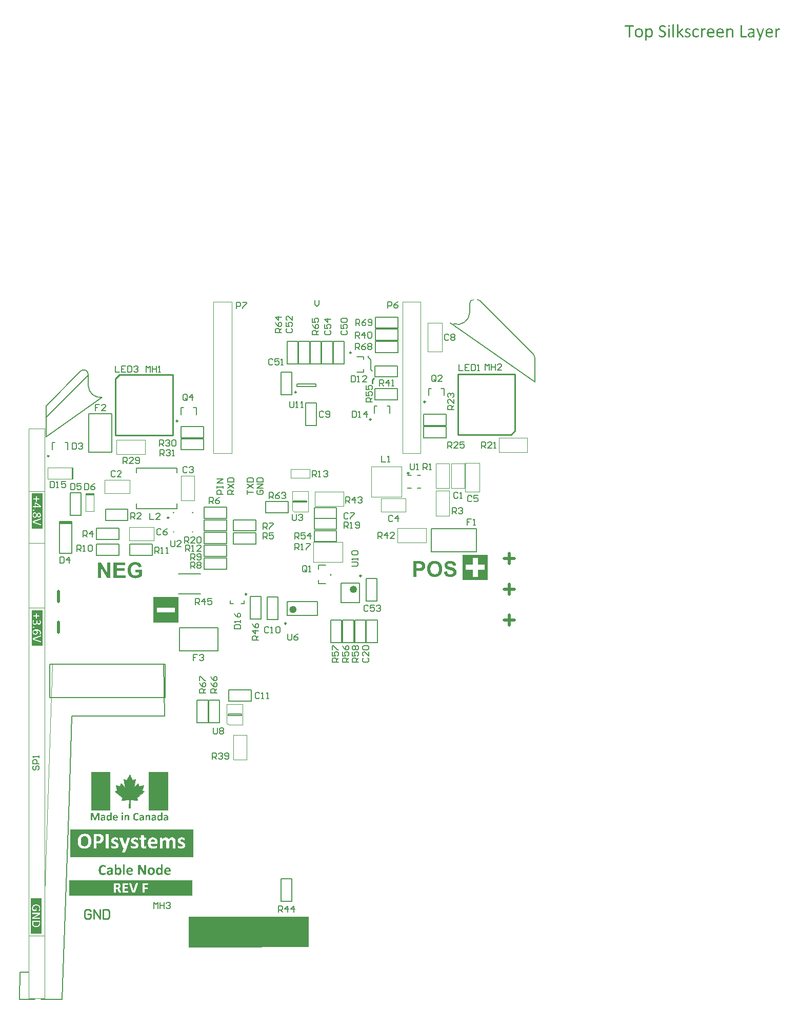
<source format=gto>
%FSLAX23Y23*%
%MOIN*%
G70*
G01*
G75*
%ADD10C,0.008*%
%ADD11R,0.014X0.067*%
%ADD12R,0.014X0.035*%
%ADD13R,0.024X0.045*%
%ADD14R,0.020X0.049*%
%ADD15R,0.040X0.040*%
%ADD16R,0.050X0.040*%
%ADD17O,0.024X0.073*%
%ADD18R,0.057X0.016*%
%ADD19R,0.037X0.039*%
%ADD20R,0.055X0.138*%
%ADD21R,0.051X0.108*%
%ADD22R,0.059X0.057*%
%ADD23R,0.045X0.043*%
%ADD24R,0.055X0.035*%
%ADD25R,0.055X0.087*%
%ADD26R,0.066X0.124*%
%ADD27R,0.060X0.124*%
%ADD28R,0.028X0.035*%
%ADD29O,0.028X0.010*%
%ADD30R,0.020X0.020*%
%ADD31R,0.024X0.024*%
%ADD32R,0.059X0.169*%
G04:AMPARAMS|DCode=33|XSize=65mil|YSize=220mil|CornerRadius=16mil|HoleSize=0mil|Usage=FLASHONLY|Rotation=180.000|XOffset=0mil|YOffset=0mil|HoleType=Round|Shape=RoundedRectangle|*
%AMROUNDEDRECTD33*
21,1,0.065,0.188,0,0,180.0*
21,1,0.033,0.220,0,0,180.0*
1,1,0.033,-0.016,0.094*
1,1,0.033,0.016,0.094*
1,1,0.033,0.016,-0.094*
1,1,0.033,-0.016,-0.094*
%
%ADD33ROUNDEDRECTD33*%
G04:AMPARAMS|DCode=34|XSize=65mil|YSize=200mil|CornerRadius=16mil|HoleSize=0mil|Usage=FLASHONLY|Rotation=180.000|XOffset=0mil|YOffset=0mil|HoleType=Round|Shape=RoundedRectangle|*
%AMROUNDEDRECTD34*
21,1,0.065,0.168,0,0,180.0*
21,1,0.033,0.200,0,0,180.0*
1,1,0.033,-0.016,0.084*
1,1,0.033,0.016,0.084*
1,1,0.033,0.016,-0.084*
1,1,0.033,-0.016,-0.084*
%
%ADD34ROUNDEDRECTD34*%
%ADD35R,0.071X0.071*%
%ADD36O,0.010X0.031*%
%ADD37O,0.031X0.010*%
%ADD38R,0.043X0.045*%
%ADD39R,0.051X0.033*%
%ADD40R,0.033X0.051*%
%ADD41R,0.043X0.069*%
%ADD42R,0.069X0.043*%
%ADD43R,0.057X0.059*%
%ADD44R,0.124X0.060*%
%ADD45R,0.016X0.024*%
%ADD46C,0.012*%
%ADD47C,0.010*%
%ADD48C,0.025*%
%ADD49C,0.015*%
%ADD50C,0.020*%
%ADD51C,0.050*%
%ADD52C,0.030*%
%ADD53C,0.040*%
%ADD54C,0.050*%
G04:AMPARAMS|DCode=55|XSize=354mil|YSize=79mil|CornerRadius=20mil|HoleSize=0mil|Usage=FLASHONLY|Rotation=270.000|XOffset=0mil|YOffset=0mil|HoleType=Round|Shape=RoundedRectangle|*
%AMROUNDEDRECTD55*
21,1,0.354,0.039,0,0,270.0*
21,1,0.315,0.079,0,0,270.0*
1,1,0.039,-0.020,-0.157*
1,1,0.039,-0.020,0.157*
1,1,0.039,0.020,0.157*
1,1,0.039,0.020,-0.157*
%
%ADD55ROUNDEDRECTD55*%
G04:AMPARAMS|DCode=56|XSize=394mil|YSize=79mil|CornerRadius=20mil|HoleSize=0mil|Usage=FLASHONLY|Rotation=270.000|XOffset=0mil|YOffset=0mil|HoleType=Round|Shape=RoundedRectangle|*
%AMROUNDEDRECTD56*
21,1,0.394,0.039,0,0,270.0*
21,1,0.354,0.079,0,0,270.0*
1,1,0.039,-0.020,-0.177*
1,1,0.039,-0.020,0.177*
1,1,0.039,0.020,0.177*
1,1,0.039,0.020,-0.177*
%
%ADD56ROUNDEDRECTD56*%
%ADD57C,0.090*%
%ADD58C,0.157*%
%ADD59O,0.075X0.150*%
%ADD60R,0.050X0.050*%
%ADD61C,0.059*%
%ADD62R,0.059X0.059*%
%ADD63C,0.060*%
%ADD64R,0.060X0.060*%
%ADD65C,0.052*%
%ADD66C,0.125*%
%ADD67O,0.173X0.059*%
%ADD68O,0.070X0.125*%
%ADD69R,0.079X0.335*%
%ADD70O,0.276X0.079*%
%ADD71C,0.028*%
%ADD72C,0.030*%
%ADD73C,0.040*%
%ADD74C,0.024*%
%ADD75C,0.080*%
%ADD76C,0.100*%
%ADD77C,0.060*%
%ADD78C,0.070*%
G04:AMPARAMS|DCode=79|XSize=90mil|YSize=90mil|CornerRadius=0mil|HoleSize=0mil|Usage=FLASHONLY|Rotation=0.000|XOffset=0mil|YOffset=0mil|HoleType=Round|Shape=Relief|Width=20mil|Gap=10mil|Entries=4|*
%AMTHD79*
7,0,0,0.090,0.070,0.020,45*
%
%ADD79THD79*%
%AMTHOVALD80*
21,1,0.267,0.088,0,0,270.0*
1,1,0.088,0.000,0.134*
1,1,0.088,0.000,-0.134*
21,0,0.267,0.068,0,0,270.0*
1,0,0.068,0.000,0.134*
1,0,0.068,0.000,-0.134*
4,0,4,-0.007,0.127,-0.038,0.158,-0.024,0.172,0.007,0.141,-0.007,0.127,0.0*
4,0,4,-0.007,-0.141,0.024,-0.172,0.038,-0.158,0.007,-0.127,-0.007,-0.141,0.0*
4,0,4,-0.007,0.141,0.024,0.172,0.038,0.158,0.007,0.127,-0.007,0.141,0.0*
4,0,4,-0.007,-0.127,-0.038,-0.158,-0.024,-0.172,0.007,-0.141,-0.007,-0.127,0.0*
%
%ADD80THOVALD80*%

%ADD81O,0.068X0.335*%
G04:AMPARAMS|DCode=82|XSize=117mil|YSize=117mil|CornerRadius=0mil|HoleSize=0mil|Usage=FLASHONLY|Rotation=0.000|XOffset=0mil|YOffset=0mil|HoleType=Round|Shape=Relief|Width=20mil|Gap=10mil|Entries=4|*
%AMTHD82*
7,0,0,0.117,0.097,0.020,45*
%
%ADD82THD82*%
%ADD83C,0.097*%
G04:AMPARAMS|DCode=84|XSize=210mil|YSize=210mil|CornerRadius=0mil|HoleSize=0mil|Usage=FLASHONLY|Rotation=0.000|XOffset=0mil|YOffset=0mil|HoleType=Round|Shape=Relief|Width=20mil|Gap=10mil|Entries=4|*
%AMTHD84*
7,0,0,0.210,0.190,0.020,45*
%
%ADD84THD84*%
%ADD85O,0.115X0.190*%
G04:AMPARAMS|DCode=86|XSize=95.433mil|YSize=95.433mil|CornerRadius=0mil|HoleSize=0mil|Usage=FLASHONLY|Rotation=0.000|XOffset=0mil|YOffset=0mil|HoleType=Round|Shape=Relief|Width=20mil|Gap=10mil|Entries=4|*
%AMTHD86*
7,0,0,0.095,0.075,0.020,45*
%
%ADD86THD86*%
%ADD87C,0.075*%
G04:AMPARAMS|DCode=88|XSize=102.126mil|YSize=102.126mil|CornerRadius=0mil|HoleSize=0mil|Usage=FLASHONLY|Rotation=0.000|XOffset=0mil|YOffset=0mil|HoleType=Round|Shape=Relief|Width=20mil|Gap=10mil|Entries=4|*
%AMTHD88*
7,0,0,0.102,0.082,0.020,45*
%
%ADD88THD88*%
%ADD89C,0.082*%
%ADD90C,0.092*%
%ADD91C,0.112*%
%ADD92O,0.215X0.110*%
%ADD93O,0.068X0.112*%
%ADD94O,0.068X0.365*%
G04:AMPARAMS|DCode=95|XSize=132mil|YSize=132mil|CornerRadius=0mil|HoleSize=0mil|Usage=FLASHONLY|Rotation=0.000|XOffset=0mil|YOffset=0mil|HoleType=Round|Shape=Relief|Width=20mil|Gap=10mil|Entries=4|*
%AMTHD95*
7,0,0,0.132,0.112,0.020,45*
%
%ADD95THD95*%
%AMTHOVALD96*
21,1,0.044,0.088,0,0,270.0*
1,1,0.088,0.000,0.022*
1,1,0.088,0.000,-0.022*
21,0,0.044,0.068,0,0,270.0*
1,0,0.068,0.000,0.022*
1,0,0.068,0.000,-0.022*
4,0,4,-0.007,0.015,-0.038,0.046,-0.024,0.060,0.007,0.029,-0.007,0.015,0.0*
4,0,4,-0.007,-0.029,0.024,-0.060,0.038,-0.046,0.007,-0.015,-0.007,-0.029,0.0*
4,0,4,-0.007,0.029,0.024,0.060,0.038,0.046,0.007,0.015,-0.007,0.029,0.0*
4,0,4,-0.007,-0.015,-0.038,-0.046,-0.024,-0.060,0.007,-0.029,-0.007,-0.015,0.0*
%
%ADD96THOVALD96*%

%AMTHOVALD97*
21,1,0.297,0.088,0,0,270.0*
1,1,0.088,0.000,0.148*
1,1,0.088,0.000,-0.148*
21,0,0.297,0.068,0,0,270.0*
1,0,0.068,0.000,0.148*
1,0,0.068,0.000,-0.148*
4,0,4,-0.007,0.141,-0.038,0.172,-0.024,0.187,0.007,0.155,-0.007,0.141,0.0*
4,0,4,-0.007,-0.155,0.024,-0.187,0.038,-0.172,0.007,-0.141,-0.007,-0.155,0.0*
4,0,4,-0.007,0.155,0.024,0.187,0.038,0.172,0.007,0.141,-0.007,0.155,0.0*
4,0,4,-0.007,-0.141,-0.038,-0.172,-0.024,-0.187,0.007,-0.155,-0.007,-0.141,0.0*
%
%ADD97THOVALD97*%

%ADD98O,0.316X0.119*%
G04:AMPARAMS|DCode=99|XSize=88mil|YSize=88mil|CornerRadius=0mil|HoleSize=0mil|Usage=FLASHONLY|Rotation=0.000|XOffset=0mil|YOffset=0mil|HoleType=Round|Shape=Relief|Width=20mil|Gap=10mil|Entries=4|*
%AMTHD99*
7,0,0,0.088,0.068,0.020,45*
%
%ADD99THD99*%
G04:AMPARAMS|DCode=100|XSize=71mil|YSize=71mil|CornerRadius=0mil|HoleSize=0mil|Usage=FLASHONLY|Rotation=0.000|XOffset=0mil|YOffset=0mil|HoleType=Round|Shape=Relief|Width=20mil|Gap=10mil|Entries=4|*
%AMTHD100*
7,0,0,0.071,0.051,0.020,45*
%
%ADD100THD100*%
%ADD101C,0.052*%
G04:AMPARAMS|DCode=102|XSize=72mil|YSize=72mil|CornerRadius=0mil|HoleSize=0mil|Usage=FLASHONLY|Rotation=0.000|XOffset=0mil|YOffset=0mil|HoleType=Round|Shape=Relief|Width=20mil|Gap=10mil|Entries=4|*
%AMTHD102*
7,0,0,0.072,0.052,0.020,45*
%
%ADD102THD102*%
%ADD103C,0.051*%
%ADD104C,0.068*%
G04:AMPARAMS|DCode=105|XSize=80mil|YSize=80mil|CornerRadius=0mil|HoleSize=0mil|Usage=FLASHONLY|Rotation=0.000|XOffset=0mil|YOffset=0mil|HoleType=Round|Shape=Relief|Width=20mil|Gap=10mil|Entries=4|*
%AMTHD105*
7,0,0,0.080,0.060,0.020,45*
%
%ADD105THD105*%
G04:AMPARAMS|DCode=106|XSize=84mil|YSize=84mil|CornerRadius=0mil|HoleSize=0mil|Usage=FLASHONLY|Rotation=0.000|XOffset=0mil|YOffset=0mil|HoleType=Round|Shape=Relief|Width=20mil|Gap=10mil|Entries=4|*
%AMTHD106*
7,0,0,0.084,0.064,0.020,45*
%
%ADD106THD106*%
%ADD107C,0.190*%
%AMTHOVALD108*
21,1,0.044,0.088,0,0,450.0*
1,1,0.088,0.000,-0.022*
1,1,0.088,0.000,0.022*
21,0,0.044,0.068,0,0,450.0*
1,0,0.068,0.000,-0.022*
1,0,0.068,0.000,0.022*
4,0,4,0.007,-0.015,0.038,-0.046,0.024,-0.060,-0.007,-0.029,0.007,-0.015,0.0*
4,0,4,0.007,0.029,-0.024,0.060,-0.038,0.046,-0.007,0.015,0.007,0.029,0.0*
4,0,4,0.007,-0.029,-0.024,-0.060,-0.038,-0.046,-0.007,-0.015,0.007,-0.029,0.0*
4,0,4,0.007,0.015,0.038,0.046,0.024,0.060,-0.007,0.029,0.007,0.015,0.0*
%
%ADD108THOVALD108*%

%ADD109C,0.064*%
%ADD110R,0.024X0.016*%
%ADD111R,0.092X0.051*%
%ADD112R,0.035X0.014*%
%ADD113C,0.024*%
%ADD114C,0.010*%
%ADD115C,0.005*%
%ADD116C,0.008*%
%ADD117C,0.004*%
%ADD118C,0.004*%
%ADD119C,0.007*%
%ADD120C,0.002*%
%ADD121C,0.001*%
G36*
X4786Y6307D02*
X4787Y6307D01*
X4789Y6307D01*
X4790Y6307D01*
X4792Y6306D01*
X4792D01*
X4793Y6306D01*
X4793Y6306D01*
X4794Y6305D01*
X4797Y6304D01*
X4798Y6303D01*
X4799Y6302D01*
X4799Y6302D01*
X4799Y6302D01*
X4799Y6301D01*
X4800Y6301D01*
X4801Y6300D01*
X4801Y6299D01*
X4802Y6297D01*
X4802Y6296D01*
Y6296D01*
X4802Y6295D01*
X4803Y6295D01*
X4803Y6293D01*
X4803Y6292D01*
X4803Y6291D01*
X4803Y6289D01*
Y6287D01*
Y6251D01*
Y6251D01*
Y6250D01*
X4803Y6250D01*
X4803Y6250D01*
X4803D01*
X4803Y6250D01*
X4802Y6249D01*
X4802Y6249D01*
X4801D01*
X4801Y6249D01*
X4800Y6249D01*
X4798D01*
X4798Y6249D01*
X4797Y6249D01*
X4797D01*
X4796Y6249D01*
X4796Y6250D01*
X4795Y6250D01*
X4795Y6250D01*
X4795Y6250D01*
X4795Y6251D01*
Y6256D01*
X4795Y6256D01*
X4794Y6256D01*
X4793Y6255D01*
X4793Y6254D01*
X4791Y6253D01*
X4790Y6252D01*
X4789Y6251D01*
X4787Y6250D01*
X4787Y6250D01*
X4786Y6250D01*
X4785Y6250D01*
X4784Y6249D01*
X4783Y6249D01*
X4781Y6249D01*
X4780Y6248D01*
X4778Y6248D01*
X4776D01*
X4775Y6248D01*
X4774Y6249D01*
X4773Y6249D01*
X4770Y6249D01*
X4770D01*
X4769Y6250D01*
X4769Y6250D01*
X4768Y6250D01*
X4766Y6251D01*
X4764Y6252D01*
X4764Y6253D01*
X4764Y6253D01*
X4763Y6253D01*
X4763Y6254D01*
X4762Y6255D01*
X4762Y6256D01*
X4760Y6258D01*
Y6258D01*
X4760Y6258D01*
X4760Y6259D01*
X4760Y6260D01*
X4760Y6261D01*
X4759Y6262D01*
X4759Y6265D01*
Y6265D01*
Y6265D01*
X4759Y6266D01*
X4759Y6267D01*
X4760Y6269D01*
X4760Y6270D01*
X4760Y6271D01*
X4761Y6272D01*
X4761Y6273D01*
X4761Y6273D01*
X4762Y6274D01*
X4762Y6275D01*
X4763Y6275D01*
X4764Y6276D01*
X4765Y6277D01*
X4766Y6278D01*
X4766Y6278D01*
X4767Y6279D01*
X4768Y6279D01*
X4769Y6279D01*
X4770Y6280D01*
X4771Y6281D01*
X4773Y6281D01*
X4775Y6281D01*
X4775D01*
X4776Y6282D01*
X4777Y6282D01*
X4778Y6282D01*
X4780Y6282D01*
X4782Y6282D01*
X4784Y6283D01*
X4794D01*
Y6287D01*
Y6287D01*
Y6287D01*
Y6288D01*
X4793Y6289D01*
X4793Y6290D01*
X4793Y6292D01*
Y6292D01*
X4793Y6293D01*
X4793Y6293D01*
X4792Y6294D01*
X4792Y6295D01*
X4791Y6296D01*
Y6296D01*
X4790Y6296D01*
X4790Y6297D01*
X4788Y6298D01*
X4787Y6299D01*
X4787D01*
X4787Y6299D01*
X4786Y6299D01*
X4785Y6299D01*
X4785Y6299D01*
X4784Y6299D01*
X4781Y6300D01*
X4780D01*
X4779Y6299D01*
X4777Y6299D01*
X4775Y6299D01*
X4774D01*
X4774Y6298D01*
X4774Y6298D01*
X4773Y6298D01*
X4771Y6297D01*
X4770Y6297D01*
X4769D01*
X4769Y6296D01*
X4769Y6296D01*
X4768Y6296D01*
X4767Y6296D01*
X4766Y6295D01*
X4766Y6295D01*
X4765Y6294D01*
X4764Y6294D01*
X4764Y6294D01*
X4764D01*
X4763Y6294D01*
X4763Y6294D01*
X4762Y6295D01*
Y6295D01*
X4762Y6295D01*
X4762Y6296D01*
Y6296D01*
Y6297D01*
Y6297D01*
Y6298D01*
Y6298D01*
Y6298D01*
Y6299D01*
Y6299D01*
X4762Y6300D01*
Y6300D01*
X4762Y6301D01*
X4763Y6301D01*
X4763Y6302D01*
X4763Y6302D01*
X4764Y6302D01*
X4764Y6303D01*
X4766Y6304D01*
X4766D01*
X4766Y6304D01*
X4767Y6304D01*
X4767Y6304D01*
X4769Y6305D01*
X4770Y6306D01*
X4770D01*
X4771Y6306D01*
X4771Y6306D01*
X4772Y6306D01*
X4773Y6306D01*
X4774Y6306D01*
X4776Y6307D01*
X4776D01*
X4777Y6307D01*
X4777Y6307D01*
X4778Y6307D01*
X4779D01*
X4780Y6307D01*
X4782Y6308D01*
X4784D01*
X4786Y6307D01*
D02*
G37*
G36*
X4305Y6333D02*
X4305D01*
X4306Y6333D01*
X4306Y6333D01*
X4307Y6332D01*
X4307D01*
X4307Y6332D01*
X4308Y6332D01*
X4308Y6332D01*
X4308Y6331D01*
Y6282D01*
X4328Y6305D01*
X4328Y6305D01*
X4329Y6305D01*
X4329Y6305D01*
X4329Y6306D01*
X4329Y6306D01*
X4330Y6306D01*
X4330Y6306D01*
X4331D01*
X4331Y6306D01*
X4332Y6306D01*
X4332Y6307D01*
X4332D01*
X4333Y6307D01*
X4336D01*
X4337Y6307D01*
X4337D01*
X4338Y6306D01*
X4338Y6306D01*
X4339Y6306D01*
X4339D01*
X4339Y6306D01*
X4340Y6306D01*
X4340Y6306D01*
X4340Y6306D01*
X4340Y6305D01*
Y6305D01*
Y6304D01*
X4340Y6304D01*
X4340Y6303D01*
X4340Y6303D01*
X4339Y6303D01*
X4339Y6302D01*
X4338Y6302D01*
X4319Y6282D01*
X4341Y6254D01*
X4341Y6254D01*
X4341Y6253D01*
X4342Y6252D01*
X4342Y6252D01*
X4342Y6252D01*
X4342Y6252D01*
X4342Y6251D01*
Y6251D01*
Y6251D01*
X4342Y6250D01*
X4342Y6250D01*
X4341Y6249D01*
X4341D01*
X4341Y6249D01*
X4340D01*
X4340Y6249D01*
X4339D01*
X4338Y6249D01*
X4335D01*
X4334Y6249D01*
X4334D01*
X4334Y6249D01*
X4333Y6249D01*
X4333D01*
X4332Y6250D01*
X4331Y6250D01*
Y6250D01*
X4331Y6250D01*
X4331Y6251D01*
X4308Y6281D01*
Y6251D01*
Y6251D01*
Y6251D01*
X4308Y6250D01*
X4308Y6250D01*
X4307Y6249D01*
X4307D01*
X4306Y6249D01*
X4306D01*
X4305Y6249D01*
X4305D01*
X4304Y6249D01*
X4301D01*
X4300Y6249D01*
X4300D01*
X4300Y6249D01*
X4299Y6249D01*
X4299D01*
X4299Y6250D01*
X4298Y6250D01*
Y6250D01*
X4298Y6251D01*
Y6331D01*
Y6331D01*
Y6331D01*
X4298Y6332D01*
Y6332D01*
X4299Y6332D01*
X4299Y6332D01*
X4299D01*
X4300Y6333D01*
X4300Y6333D01*
X4300Y6333D01*
X4301D01*
X4301Y6333D01*
X4305D01*
X4305Y6333D01*
D02*
G37*
G36*
X4863Y6307D02*
X4864Y6306D01*
X4864D01*
X4864Y6306D01*
X4865Y6306D01*
X4865Y6306D01*
X4866Y6306D01*
X4866Y6306D01*
X4866Y6305D01*
X4866Y6305D01*
Y6305D01*
Y6304D01*
X4866Y6304D01*
X4866Y6303D01*
X4846Y6249D01*
X4839Y6230D01*
X4839Y6230D01*
X4839Y6229D01*
X4838Y6229D01*
X4837Y6228D01*
X4837Y6228D01*
X4836Y6228D01*
X4835Y6228D01*
X4835D01*
X4834Y6228D01*
X4832D01*
X4831Y6228D01*
X4830Y6228D01*
X4830D01*
X4830Y6228D01*
X4829Y6228D01*
X4829D01*
X4828Y6229D01*
X4828Y6229D01*
X4828Y6229D01*
Y6229D01*
Y6230D01*
X4828Y6230D01*
X4828Y6231D01*
X4836Y6249D01*
X4836Y6250D01*
X4835Y6250D01*
X4835Y6250D01*
Y6250D01*
X4835Y6251D01*
X4834Y6251D01*
X4815Y6303D01*
X4815Y6303D01*
X4815Y6304D01*
X4815Y6304D01*
X4814Y6305D01*
Y6305D01*
Y6305D01*
X4815Y6306D01*
X4815Y6306D01*
X4815Y6306D01*
X4815Y6306D01*
X4816Y6306D01*
X4817Y6306D01*
X4817D01*
X4817Y6307D01*
X4818Y6307D01*
X4821D01*
X4822Y6307D01*
X4822D01*
X4823Y6306D01*
X4823Y6306D01*
X4824Y6306D01*
X4824D01*
X4824Y6306D01*
X4824Y6306D01*
X4825Y6306D01*
Y6305D01*
X4825Y6305D01*
X4825Y6304D01*
X4841Y6261D01*
X4841D01*
X4856Y6305D01*
Y6305D01*
X4856Y6305D01*
X4856Y6306D01*
X4857Y6306D01*
X4857D01*
X4857Y6306D01*
X4857Y6306D01*
X4858Y6306D01*
X4858D01*
X4859Y6307D01*
X4860Y6307D01*
X4862D01*
X4863Y6307D01*
D02*
G37*
G36*
X4719Y6327D02*
X4720Y6327D01*
X4720D01*
X4720Y6327D01*
X4721Y6327D01*
X4721Y6327D01*
X4721D01*
X4722Y6327D01*
X4722Y6326D01*
X4722Y6326D01*
X4722Y6326D01*
X4723Y6325D01*
Y6258D01*
X4751D01*
X4751Y6258D01*
X4751D01*
X4752Y6258D01*
X4752Y6257D01*
Y6257D01*
X4752Y6257D01*
X4752Y6256D01*
X4752Y6256D01*
Y6256D01*
X4753Y6255D01*
Y6255D01*
Y6254D01*
Y6254D01*
Y6253D01*
Y6252D01*
X4752Y6252D01*
Y6252D01*
X4752Y6251D01*
X4752Y6250D01*
Y6250D01*
X4752Y6250D01*
X4751Y6250D01*
X4751D01*
X4750Y6249D01*
X4716D01*
X4715Y6250D01*
X4714Y6250D01*
X4713Y6250D01*
X4713Y6250D01*
X4713Y6251D01*
X4712Y6252D01*
X4712Y6254D01*
Y6325D01*
Y6326D01*
Y6326D01*
X4712Y6326D01*
Y6326D01*
X4713Y6326D01*
X4713Y6327D01*
X4713D01*
X4714Y6327D01*
X4714Y6327D01*
X4715Y6327D01*
X4715D01*
X4716Y6327D01*
X4716Y6327D01*
X4718D01*
X4719Y6327D01*
D02*
G37*
G36*
X4017Y6327D02*
X4017D01*
X4017Y6327D01*
X4017Y6326D01*
Y6326D01*
X4018Y6325D01*
X4018Y6325D01*
X4018Y6325D01*
Y6324D01*
X4018Y6324D01*
Y6323D01*
Y6323D01*
Y6322D01*
Y6322D01*
Y6321D01*
X4018Y6320D01*
Y6320D01*
X4018Y6320D01*
X4017Y6319D01*
X4017Y6319D01*
X4017Y6318D01*
X4016D01*
X4016Y6318D01*
X3994D01*
Y6251D01*
Y6251D01*
X3994Y6250D01*
X3994Y6250D01*
X3993Y6250D01*
X3993Y6250D01*
X3993D01*
X3992Y6249D01*
X3992D01*
X3991Y6249D01*
X3991D01*
X3991Y6249D01*
X3990Y6249D01*
X3988D01*
X3987Y6249D01*
X3987Y6249D01*
X3986D01*
X3986Y6249D01*
X3985Y6250D01*
X3985D01*
X3985Y6250D01*
X3984Y6250D01*
Y6250D01*
Y6250D01*
X3984Y6251D01*
Y6318D01*
X3962D01*
X3961Y6318D01*
X3961Y6319D01*
X3960Y6319D01*
Y6319D01*
X3960Y6320D01*
Y6320D01*
X3960Y6320D01*
Y6321D01*
Y6321D01*
X3960Y6322D01*
Y6323D01*
Y6323D01*
Y6323D01*
Y6324D01*
X3960Y6325D01*
Y6325D01*
X3960Y6325D01*
X3960Y6326D01*
Y6326D01*
X3961Y6326D01*
X3961Y6327D01*
X3961D01*
X3961Y6327D01*
X3962Y6327D01*
X4016D01*
X4017Y6327D01*
D02*
G37*
G36*
X4902Y6307D02*
X4903Y6307D01*
X4905Y6307D01*
X4907Y6307D01*
X4909Y6306D01*
X4910Y6306D01*
X4911Y6305D01*
X4911Y6305D01*
X4912Y6305D01*
X4913Y6304D01*
X4914Y6303D01*
X4915Y6302D01*
X4917Y6301D01*
X4918Y6300D01*
X4918Y6300D01*
X4918Y6299D01*
X4919Y6299D01*
X4919Y6298D01*
X4920Y6296D01*
X4921Y6295D01*
X4921Y6294D01*
X4922Y6292D01*
Y6292D01*
X4922Y6291D01*
X4922Y6290D01*
X4923Y6289D01*
X4923Y6287D01*
X4923Y6286D01*
X4923Y6284D01*
Y6282D01*
Y6280D01*
Y6280D01*
Y6280D01*
X4923Y6279D01*
X4923Y6278D01*
X4922Y6277D01*
X4922Y6277D01*
X4921Y6277D01*
X4921Y6276D01*
X4920Y6276D01*
X4884D01*
Y6276D01*
Y6275D01*
Y6274D01*
X4884Y6273D01*
Y6272D01*
X4884Y6271D01*
X4885Y6268D01*
Y6268D01*
X4885Y6267D01*
X4885Y6267D01*
X4886Y6266D01*
X4886Y6264D01*
X4888Y6262D01*
X4888Y6261D01*
X4888Y6261D01*
X4889Y6261D01*
X4889Y6260D01*
X4890Y6259D01*
X4891Y6259D01*
X4893Y6258D01*
X4893D01*
X4894Y6257D01*
X4895Y6257D01*
X4896Y6257D01*
X4897Y6257D01*
X4898Y6257D01*
X4900Y6256D01*
X4903D01*
X4904Y6257D01*
X4906Y6257D01*
X4908Y6257D01*
X4909D01*
X4909Y6257D01*
X4910Y6257D01*
X4910Y6257D01*
X4912Y6258D01*
X4914Y6258D01*
X4914D01*
X4914Y6258D01*
X4915Y6259D01*
X4916Y6259D01*
X4917Y6260D01*
X4917D01*
X4918Y6260D01*
X4918Y6260D01*
X4919Y6260D01*
X4920Y6260D01*
X4920D01*
X4920Y6260D01*
X4920D01*
X4920Y6260D01*
X4921Y6259D01*
Y6259D01*
X4921Y6259D01*
X4921Y6258D01*
Y6258D01*
X4921Y6258D01*
Y6257D01*
Y6257D01*
Y6256D01*
Y6256D01*
X4921Y6255D01*
Y6255D01*
Y6255D01*
X4921Y6254D01*
X4921Y6254D01*
X4920Y6253D01*
X4920Y6253D01*
X4920Y6253D01*
X4920Y6252D01*
X4919Y6252D01*
X4918Y6252D01*
X4918D01*
X4918Y6251D01*
X4917Y6251D01*
X4917Y6251D01*
X4916Y6251D01*
X4914Y6250D01*
X4914D01*
X4913Y6250D01*
X4913Y6250D01*
X4912Y6250D01*
X4911Y6250D01*
X4910Y6249D01*
X4908Y6249D01*
X4908D01*
X4907Y6249D01*
X4907D01*
X4906Y6249D01*
X4905Y6248D01*
X4903D01*
X4901Y6248D01*
X4900D01*
X4898Y6248D01*
X4897Y6249D01*
X4895Y6249D01*
X4893Y6249D01*
X4891Y6250D01*
X4889Y6250D01*
X4889Y6250D01*
X4888Y6250D01*
X4887Y6251D01*
X4886Y6252D01*
X4885Y6252D01*
X4883Y6253D01*
X4882Y6254D01*
X4881Y6256D01*
X4880Y6256D01*
X4880Y6256D01*
X4879Y6257D01*
X4879Y6258D01*
X4878Y6259D01*
X4877Y6261D01*
X4876Y6263D01*
X4875Y6265D01*
Y6265D01*
X4875Y6266D01*
X4875Y6267D01*
X4875Y6268D01*
X4874Y6270D01*
X4874Y6272D01*
X4874Y6275D01*
X4874Y6278D01*
Y6278D01*
Y6278D01*
Y6279D01*
X4874Y6280D01*
X4874Y6282D01*
X4874Y6284D01*
X4874Y6286D01*
X4875Y6288D01*
X4875Y6290D01*
X4876Y6290D01*
X4876Y6291D01*
X4876Y6292D01*
X4877Y6293D01*
X4877Y6295D01*
X4878Y6296D01*
X4879Y6298D01*
X4881Y6300D01*
X4881Y6300D01*
X4881Y6300D01*
X4882Y6301D01*
X4883Y6302D01*
X4884Y6303D01*
X4885Y6304D01*
X4887Y6305D01*
X4889Y6306D01*
X4889Y6306D01*
X4890Y6306D01*
X4891Y6306D01*
X4892Y6307D01*
X4893Y6307D01*
X4895Y6307D01*
X4897Y6307D01*
X4900Y6308D01*
X4901D01*
X4902Y6307D01*
D02*
G37*
G36*
X4277Y6333D02*
X4277D01*
X4278Y6333D01*
X4278Y6333D01*
X4279Y6332D01*
X4279D01*
X4279Y6332D01*
X4280Y6332D01*
X4280Y6332D01*
X4280Y6331D01*
Y6251D01*
Y6251D01*
Y6251D01*
X4280Y6250D01*
X4279Y6250D01*
X4279Y6249D01*
X4279D01*
X4278Y6249D01*
X4278D01*
X4277Y6249D01*
X4277D01*
X4276Y6249D01*
X4273D01*
X4272Y6249D01*
X4272D01*
X4272Y6249D01*
X4271Y6249D01*
X4271D01*
X4271Y6250D01*
X4270Y6250D01*
Y6250D01*
X4270Y6251D01*
Y6331D01*
Y6331D01*
Y6331D01*
X4270Y6332D01*
Y6332D01*
X4270Y6332D01*
X4271Y6332D01*
X4271D01*
X4271Y6333D01*
X4272Y6333D01*
X4272Y6333D01*
X4272D01*
X4273Y6333D01*
X4276D01*
X4277Y6333D01*
D02*
G37*
G36*
X4249Y6307D02*
X4249D01*
X4250Y6306D01*
X4250Y6306D01*
X4251Y6306D01*
X4251D01*
X4251Y6306D01*
X4251Y6306D01*
X4251Y6305D01*
X4252Y6305D01*
Y6251D01*
Y6251D01*
Y6251D01*
X4251Y6250D01*
X4251Y6250D01*
X4251Y6249D01*
X4250D01*
X4250Y6249D01*
X4250D01*
X4249Y6249D01*
X4248D01*
X4248Y6249D01*
X4245D01*
X4244Y6249D01*
X4244D01*
X4244Y6249D01*
X4243Y6249D01*
X4243D01*
X4242Y6250D01*
X4242Y6250D01*
Y6250D01*
X4242Y6251D01*
Y6305D01*
Y6305D01*
Y6305D01*
X4242Y6306D01*
Y6306D01*
X4242Y6306D01*
X4243Y6306D01*
X4243D01*
X4243Y6306D01*
X4244Y6306D01*
X4244Y6307D01*
X4244D01*
X4245Y6307D01*
X4248D01*
X4249Y6307D01*
D02*
G37*
G36*
X4427Y6307D02*
X4428Y6307D01*
X4428D01*
X4429Y6307D01*
X4429D01*
X4430Y6307D01*
X4431Y6306D01*
X4433Y6306D01*
X4433D01*
X4433Y6306D01*
X4434Y6305D01*
X4435Y6305D01*
X4436Y6304D01*
X4437D01*
X4437Y6304D01*
X4437Y6303D01*
X4438Y6303D01*
X4439Y6302D01*
X4439Y6302D01*
X4439Y6302D01*
X4439Y6302D01*
X4440Y6301D01*
Y6301D01*
X4440Y6301D01*
X4440Y6300D01*
Y6300D01*
X4440Y6300D01*
X4440Y6299D01*
Y6299D01*
X4441Y6298D01*
Y6298D01*
Y6297D01*
Y6297D01*
Y6297D01*
Y6296D01*
X4440Y6295D01*
X4440Y6294D01*
X4440Y6294D01*
X4440Y6293D01*
X4439Y6293D01*
X4439Y6293D01*
X4438D01*
X4438Y6293D01*
X4437Y6293D01*
X4437Y6294D01*
X4436Y6294D01*
X4436Y6295D01*
X4435Y6295D01*
X4434Y6296D01*
X4433D01*
X4433Y6296D01*
X4433Y6296D01*
X4432Y6297D01*
X4431Y6297D01*
X4429Y6298D01*
X4429D01*
X4429Y6298D01*
X4428Y6299D01*
X4427Y6299D01*
X4427Y6299D01*
X4426Y6299D01*
X4423Y6299D01*
X4423D01*
X4422Y6299D01*
X4421Y6299D01*
X4419Y6299D01*
X4417Y6298D01*
X4416Y6297D01*
X4414Y6296D01*
X4412Y6294D01*
X4412Y6293D01*
X4412Y6293D01*
X4411Y6291D01*
X4410Y6290D01*
X4410Y6287D01*
X4409Y6285D01*
X4409Y6281D01*
X4408Y6278D01*
Y6277D01*
Y6277D01*
Y6276D01*
X4409Y6275D01*
X4409Y6273D01*
X4409Y6272D01*
X4409Y6269D01*
Y6268D01*
X4410Y6268D01*
X4410Y6267D01*
X4410Y6266D01*
X4411Y6264D01*
X4412Y6262D01*
X4412Y6262D01*
X4413Y6262D01*
X4413Y6261D01*
X4414Y6261D01*
X4415Y6259D01*
X4417Y6258D01*
X4417D01*
X4418Y6258D01*
X4418Y6258D01*
X4419Y6258D01*
X4420Y6257D01*
X4421Y6257D01*
X4423Y6257D01*
X4425D01*
X4425Y6257D01*
X4427Y6257D01*
X4429Y6258D01*
X4430D01*
X4430Y6258D01*
X4430Y6258D01*
X4431Y6259D01*
X4432Y6259D01*
X4434Y6260D01*
X4434D01*
X4434Y6261D01*
X4435Y6261D01*
X4436Y6262D01*
X4437Y6263D01*
X4437Y6263D01*
X4438Y6263D01*
X4439Y6264D01*
X4439Y6264D01*
X4439D01*
X4440Y6263D01*
X4440Y6263D01*
X4440Y6263D01*
Y6262D01*
X4440Y6262D01*
X4441Y6262D01*
X4441Y6261D01*
Y6261D01*
X4441Y6261D01*
Y6260D01*
Y6259D01*
Y6259D01*
Y6259D01*
Y6258D01*
X4441Y6257D01*
Y6257D01*
Y6257D01*
X4440Y6256D01*
X4440Y6256D01*
X4440Y6255D01*
Y6255D01*
X4440Y6255D01*
X4440Y6255D01*
X4439Y6254D01*
X4439Y6254D01*
X4439Y6254D01*
X4438Y6253D01*
X4437Y6252D01*
X4437D01*
X4436Y6252D01*
X4436Y6252D01*
X4435Y6252D01*
X4434Y6251D01*
X4432Y6250D01*
X4432D01*
X4432Y6250D01*
X4432Y6250D01*
X4431Y6250D01*
X4430Y6249D01*
X4428Y6249D01*
X4427D01*
X4427Y6249D01*
X4427D01*
X4426Y6249D01*
X4424Y6248D01*
X4422Y6248D01*
X4421D01*
X4420Y6248D01*
X4419Y6249D01*
X4417Y6249D01*
X4415Y6249D01*
X4414Y6250D01*
X4412Y6250D01*
X4412Y6250D01*
X4411Y6251D01*
X4410Y6251D01*
X4409Y6252D01*
X4408Y6252D01*
X4407Y6253D01*
X4406Y6254D01*
X4404Y6256D01*
X4404Y6256D01*
X4404Y6256D01*
X4403Y6257D01*
X4403Y6258D01*
X4402Y6260D01*
X4401Y6261D01*
X4400Y6263D01*
X4400Y6265D01*
Y6265D01*
X4399Y6266D01*
X4399Y6267D01*
X4399Y6268D01*
X4399Y6270D01*
X4398Y6272D01*
X4398Y6275D01*
X4398Y6277D01*
Y6277D01*
Y6278D01*
Y6278D01*
Y6279D01*
X4398Y6280D01*
X4398Y6282D01*
X4399Y6284D01*
X4399Y6286D01*
X4399Y6289D01*
X4400Y6291D01*
X4400Y6291D01*
X4401Y6292D01*
X4401Y6293D01*
X4402Y6294D01*
X4402Y6296D01*
X4403Y6297D01*
X4404Y6299D01*
X4405Y6300D01*
X4406Y6300D01*
X4406Y6301D01*
X4407Y6301D01*
X4408Y6302D01*
X4409Y6303D01*
X4410Y6304D01*
X4412Y6305D01*
X4413Y6306D01*
X4414Y6306D01*
X4414Y6306D01*
X4415Y6306D01*
X4416Y6307D01*
X4418Y6307D01*
X4420Y6307D01*
X4421Y6307D01*
X4423Y6308D01*
X4425D01*
X4427Y6307D01*
D02*
G37*
G36*
X4209Y6328D02*
X4211Y6328D01*
X4211D01*
X4211Y6327D01*
X4212D01*
X4213Y6327D01*
X4214Y6327D01*
X4216Y6326D01*
X4216D01*
X4216Y6326D01*
X4217Y6326D01*
X4217Y6326D01*
X4219Y6325D01*
X4220Y6325D01*
X4220D01*
X4220Y6325D01*
X4221Y6324D01*
X4222Y6324D01*
X4222Y6323D01*
X4222Y6323D01*
X4223Y6323D01*
X4223Y6323D01*
X4223Y6322D01*
X4223Y6322D01*
X4223Y6321D01*
Y6321D01*
X4224Y6321D01*
Y6320D01*
Y6320D01*
X4224Y6320D01*
Y6319D01*
Y6318D01*
Y6318D01*
Y6318D01*
Y6317D01*
X4224Y6316D01*
Y6316D01*
X4223Y6316D01*
X4223Y6315D01*
Y6315D01*
X4223Y6315D01*
X4223Y6314D01*
X4223D01*
X4222Y6314D01*
X4222D01*
X4221Y6314D01*
X4221Y6314D01*
X4220Y6315D01*
X4220Y6315D01*
X4219Y6315D01*
X4218Y6316D01*
X4217Y6317D01*
X4216D01*
X4216Y6317D01*
X4216Y6317D01*
X4215Y6317D01*
X4214Y6318D01*
X4212Y6319D01*
X4212D01*
X4211Y6319D01*
X4211Y6319D01*
X4210Y6319D01*
X4209Y6319D01*
X4208Y6319D01*
X4206Y6320D01*
X4204D01*
X4204Y6319D01*
X4202Y6319D01*
X4200Y6319D01*
X4200D01*
X4199Y6318D01*
X4199Y6318D01*
X4198Y6318D01*
X4197Y6317D01*
X4196Y6316D01*
X4196Y6316D01*
X4195Y6315D01*
X4194Y6314D01*
X4194Y6313D01*
Y6313D01*
X4193Y6313D01*
X4193Y6312D01*
Y6312D01*
X4193Y6310D01*
X4193Y6309D01*
Y6309D01*
Y6308D01*
X4193Y6308D01*
Y6307D01*
X4193Y6305D01*
X4194Y6303D01*
X4194Y6303D01*
X4195Y6303D01*
X4195Y6302D01*
X4195Y6302D01*
X4197Y6300D01*
X4198Y6299D01*
X4198Y6299D01*
X4199Y6299D01*
X4199Y6298D01*
X4200Y6298D01*
X4201Y6297D01*
X4202Y6297D01*
X4204Y6296D01*
X4204D01*
X4205Y6295D01*
X4205Y6295D01*
X4206Y6295D01*
X4207Y6294D01*
X4208Y6294D01*
X4210Y6293D01*
X4211D01*
X4211Y6292D01*
X4212Y6292D01*
X4212Y6292D01*
X4213Y6291D01*
X4215Y6291D01*
X4217Y6289D01*
X4217Y6289D01*
X4217Y6289D01*
X4218Y6289D01*
X4219Y6288D01*
X4221Y6287D01*
X4223Y6285D01*
X4223Y6285D01*
X4223Y6285D01*
X4223Y6284D01*
X4224Y6283D01*
X4225Y6282D01*
X4225Y6281D01*
X4227Y6279D01*
X4227Y6279D01*
X4227Y6279D01*
X4227Y6278D01*
X4227Y6277D01*
X4228Y6276D01*
X4228Y6274D01*
X4228Y6273D01*
Y6271D01*
Y6271D01*
Y6270D01*
X4228Y6269D01*
X4228Y6268D01*
X4228Y6266D01*
X4227Y6265D01*
X4227Y6263D01*
X4226Y6261D01*
X4226Y6261D01*
X4226Y6261D01*
X4225Y6260D01*
X4225Y6259D01*
X4224Y6258D01*
X4223Y6257D01*
X4222Y6255D01*
X4221Y6254D01*
X4220Y6254D01*
X4220Y6254D01*
X4219Y6253D01*
X4218Y6252D01*
X4217Y6252D01*
X4215Y6251D01*
X4214Y6250D01*
X4212Y6250D01*
X4212D01*
X4211Y6249D01*
X4210Y6249D01*
X4209Y6249D01*
X4207Y6249D01*
X4206Y6249D01*
X4204Y6248D01*
X4200D01*
X4199Y6248D01*
X4198D01*
X4197Y6249D01*
X4194Y6249D01*
X4194D01*
X4194Y6249D01*
X4193Y6249D01*
X4192Y6249D01*
X4191Y6250D01*
X4188Y6251D01*
X4188D01*
X4188Y6251D01*
X4188Y6251D01*
X4187Y6251D01*
X4186Y6252D01*
X4184Y6252D01*
X4184D01*
X4184Y6253D01*
X4183Y6253D01*
X4182Y6254D01*
X4182Y6254D01*
X4182Y6254D01*
X4181Y6255D01*
X4181Y6255D01*
X4181Y6256D01*
Y6256D01*
X4181Y6257D01*
X4180Y6258D01*
Y6259D01*
Y6259D01*
Y6260D01*
Y6261D01*
Y6261D01*
Y6261D01*
X4181Y6262D01*
X4181Y6262D01*
X4181Y6263D01*
Y6263D01*
X4181Y6263D01*
X4181Y6263D01*
X4182D01*
X4182Y6264D01*
X4182Y6264D01*
X4182D01*
X4183Y6264D01*
X4184Y6263D01*
X4185Y6263D01*
X4185D01*
X4185Y6262D01*
X4186Y6262D01*
X4187Y6261D01*
X4188Y6260D01*
X4189D01*
X4189Y6260D01*
X4189Y6260D01*
X4190Y6260D01*
X4191Y6259D01*
X4192Y6259D01*
X4194Y6258D01*
X4194D01*
X4195Y6258D01*
X4196Y6258D01*
X4197Y6258D01*
X4198Y6257D01*
X4199Y6257D01*
X4201Y6257D01*
X4203D01*
X4204Y6257D01*
X4206Y6258D01*
X4208Y6258D01*
X4208D01*
X4209Y6258D01*
X4209Y6258D01*
X4210Y6259D01*
X4212Y6259D01*
X4213Y6261D01*
X4213Y6261D01*
X4213Y6261D01*
X4214Y6262D01*
X4215Y6263D01*
X4216Y6265D01*
Y6265D01*
X4216Y6265D01*
X4217Y6266D01*
X4217Y6266D01*
X4217Y6267D01*
X4217Y6268D01*
X4217Y6270D01*
Y6270D01*
Y6271D01*
X4217Y6271D01*
Y6272D01*
X4217Y6274D01*
X4216Y6275D01*
X4216Y6276D01*
Y6276D01*
X4216Y6276D01*
X4215Y6277D01*
X4215Y6277D01*
X4213Y6278D01*
X4212Y6280D01*
X4212Y6280D01*
X4211Y6280D01*
X4211Y6280D01*
X4210Y6281D01*
X4209Y6281D01*
X4208Y6282D01*
X4206Y6283D01*
X4206Y6283D01*
X4206Y6283D01*
X4205Y6283D01*
X4204Y6284D01*
X4203Y6284D01*
X4202Y6285D01*
X4200Y6286D01*
X4200Y6286D01*
X4199Y6286D01*
X4199Y6286D01*
X4198Y6287D01*
X4197Y6287D01*
X4196Y6288D01*
X4193Y6289D01*
X4193Y6289D01*
X4193Y6290D01*
X4192Y6290D01*
X4192Y6291D01*
X4190Y6292D01*
X4188Y6294D01*
X4188Y6294D01*
X4187Y6294D01*
X4187Y6295D01*
X4186Y6295D01*
X4186Y6296D01*
X4185Y6297D01*
X4184Y6300D01*
Y6300D01*
X4184Y6300D01*
X4183Y6301D01*
X4183Y6302D01*
X4183Y6303D01*
X4183Y6304D01*
X4182Y6306D01*
X4182Y6308D01*
Y6308D01*
Y6309D01*
X4182Y6310D01*
X4183Y6311D01*
X4183Y6312D01*
X4183Y6313D01*
X4183Y6315D01*
X4184Y6316D01*
X4184Y6316D01*
X4184Y6317D01*
X4185Y6318D01*
X4185Y6319D01*
X4186Y6320D01*
X4187Y6321D01*
X4189Y6323D01*
X4189Y6323D01*
X4189Y6323D01*
X4190Y6324D01*
X4191Y6324D01*
X4192Y6325D01*
X4193Y6325D01*
X4195Y6326D01*
X4196Y6327D01*
X4197D01*
X4197Y6327D01*
X4198Y6327D01*
X4199Y6327D01*
X4201Y6328D01*
X4202Y6328D01*
X4204Y6328D01*
X4207D01*
X4209Y6328D01*
D02*
G37*
G36*
X4648Y6307D02*
X4649Y6307D01*
X4651Y6307D01*
X4652Y6307D01*
X4654Y6306D01*
X4655Y6306D01*
X4655Y6306D01*
X4656Y6305D01*
X4656Y6305D01*
X4657Y6304D01*
X4658Y6304D01*
X4659Y6303D01*
X4660Y6302D01*
X4661Y6301D01*
X4661Y6301D01*
X4661Y6300D01*
X4662Y6300D01*
X4662Y6299D01*
X4663Y6298D01*
X4663Y6296D01*
X4664Y6295D01*
X4664Y6294D01*
Y6293D01*
X4664Y6293D01*
X4665Y6292D01*
X4665Y6291D01*
X4665Y6289D01*
X4665Y6288D01*
X4665Y6286D01*
Y6284D01*
Y6251D01*
Y6251D01*
Y6251D01*
X4665Y6250D01*
X4665Y6250D01*
X4664Y6249D01*
X4664D01*
X4664Y6249D01*
X4663D01*
X4663Y6249D01*
X4662D01*
X4661Y6249D01*
X4659D01*
X4658Y6249D01*
X4658D01*
X4657Y6249D01*
X4656Y6249D01*
X4656D01*
X4656Y6250D01*
X4656Y6250D01*
Y6250D01*
X4656Y6251D01*
Y6282D01*
Y6283D01*
Y6283D01*
Y6284D01*
X4655Y6285D01*
X4655Y6287D01*
X4655Y6289D01*
X4655Y6290D01*
Y6290D01*
X4655Y6290D01*
X4654Y6291D01*
X4654Y6291D01*
X4654Y6293D01*
X4653Y6295D01*
Y6295D01*
X4652Y6295D01*
X4652Y6296D01*
X4651Y6297D01*
X4649Y6298D01*
X4649D01*
X4649Y6298D01*
X4648Y6298D01*
X4648Y6298D01*
X4646Y6299D01*
X4644Y6299D01*
X4643D01*
X4643Y6299D01*
X4642Y6299D01*
X4641Y6298D01*
X4639Y6298D01*
X4638Y6297D01*
X4637Y6296D01*
X4636Y6296D01*
X4636Y6296D01*
X4635Y6295D01*
X4634Y6294D01*
X4633Y6293D01*
X4632Y6292D01*
X4630Y6290D01*
X4629Y6289D01*
Y6251D01*
Y6251D01*
Y6251D01*
X4628Y6250D01*
X4628Y6250D01*
X4628Y6249D01*
X4627D01*
X4627Y6249D01*
X4627D01*
X4626Y6249D01*
X4626D01*
X4625Y6249D01*
X4622D01*
X4621Y6249D01*
X4621D01*
X4621Y6249D01*
X4620Y6249D01*
X4620D01*
X4620Y6250D01*
X4619Y6250D01*
Y6250D01*
X4619Y6251D01*
Y6305D01*
Y6305D01*
Y6305D01*
X4619Y6306D01*
X4619Y6306D01*
X4619Y6306D01*
X4620Y6306D01*
X4620D01*
X4620Y6306D01*
X4621Y6306D01*
X4621Y6307D01*
X4621D01*
X4622Y6307D01*
X4625D01*
X4625Y6307D01*
X4626D01*
X4626Y6306D01*
X4626Y6306D01*
X4627Y6306D01*
X4627D01*
X4627Y6306D01*
X4627Y6306D01*
X4627Y6306D01*
X4628Y6306D01*
X4628Y6305D01*
Y6298D01*
X4628Y6298D01*
X4629Y6299D01*
X4629Y6299D01*
X4631Y6301D01*
X4632Y6302D01*
X4633Y6303D01*
X4635Y6304D01*
X4637Y6305D01*
X4637Y6305D01*
X4638Y6306D01*
X4638Y6306D01*
X4640Y6306D01*
X4641Y6307D01*
X4643Y6307D01*
X4644Y6307D01*
X4646Y6308D01*
X4647D01*
X4648Y6307D01*
D02*
G37*
G36*
X650Y1200D02*
X651Y1199D01*
X652Y1199D01*
X653Y1199D01*
X655Y1199D01*
X656Y1198D01*
X656Y1198D01*
X656Y1198D01*
X657Y1198D01*
X657Y1197D01*
X658Y1197D01*
X659Y1196D01*
X660Y1196D01*
X661Y1195D01*
X661Y1195D01*
X661Y1195D01*
X661Y1194D01*
X662Y1193D01*
X662Y1193D01*
X663Y1192D01*
X663Y1191D01*
X663Y1190D01*
X663Y1190D01*
X664Y1189D01*
X664Y1189D01*
X664Y1188D01*
X664Y1187D01*
X664Y1186D01*
X664Y1185D01*
Y1183D01*
Y1182D01*
Y1182D01*
Y1182D01*
Y1181D01*
X664Y1181D01*
X664Y1180D01*
X664Y1179D01*
X663Y1179D01*
X663Y1179D01*
X662Y1179D01*
X661Y1178D01*
X641D01*
Y1178D01*
Y1178D01*
Y1178D01*
X641Y1177D01*
X641Y1176D01*
X642Y1175D01*
Y1174D01*
X642Y1174D01*
X642Y1174D01*
X642Y1174D01*
X643Y1173D01*
X643Y1172D01*
X643Y1172D01*
X643Y1171D01*
X644Y1171D01*
X644Y1171D01*
X645Y1170D01*
X646Y1170D01*
X646D01*
X646Y1170D01*
X647Y1170D01*
X647Y1170D01*
X648Y1169D01*
X649Y1169D01*
X649Y1169D01*
X651D01*
X652Y1169D01*
X653Y1169D01*
X655Y1170D01*
X655D01*
X655Y1170D01*
X655Y1170D01*
X656Y1170D01*
X657Y1170D01*
X658Y1170D01*
X658D01*
X658Y1170D01*
X659Y1170D01*
X659Y1171D01*
X660Y1171D01*
X660D01*
X660Y1171D01*
X661Y1171D01*
X661Y1171D01*
X662Y1171D01*
X662D01*
X662Y1171D01*
X662D01*
X662Y1171D01*
X662Y1171D01*
Y1171D01*
X662Y1171D01*
X663Y1170D01*
X663Y1170D01*
Y1170D01*
X663Y1169D01*
Y1169D01*
Y1168D01*
Y1168D01*
Y1168D01*
Y1167D01*
X663Y1167D01*
Y1167D01*
Y1167D01*
X663Y1166D01*
Y1166D01*
X662Y1166D01*
X662Y1165D01*
X662Y1165D01*
X662Y1165D01*
Y1165D01*
X662Y1165D01*
X661Y1164D01*
X661Y1164D01*
X661Y1164D01*
X661D01*
X660Y1164D01*
X660Y1164D01*
X660Y1164D01*
X659Y1163D01*
X658Y1163D01*
X658D01*
X658Y1163D01*
X657D01*
X657Y1163D01*
X656Y1163D01*
X656Y1163D01*
X654Y1162D01*
X654D01*
X654Y1162D01*
X653D01*
X653Y1162D01*
X652Y1162D01*
X651D01*
X649Y1162D01*
X649D01*
X648Y1162D01*
X647Y1162D01*
X646Y1162D01*
X644Y1163D01*
X643Y1163D01*
X642Y1163D01*
X641Y1163D01*
X641Y1163D01*
X640Y1164D01*
X640Y1164D01*
X639Y1164D01*
X638Y1165D01*
X637Y1166D01*
X636Y1167D01*
X636Y1167D01*
X636Y1167D01*
X635Y1167D01*
X635Y1168D01*
X634Y1169D01*
X634Y1170D01*
X633Y1171D01*
X633Y1172D01*
Y1172D01*
X633Y1173D01*
X632Y1174D01*
X632Y1175D01*
X632Y1176D01*
X632Y1177D01*
X632Y1179D01*
X632Y1180D01*
Y1181D01*
Y1181D01*
Y1181D01*
Y1181D01*
X632Y1182D01*
X632Y1183D01*
X632Y1184D01*
X632Y1186D01*
X632Y1187D01*
X633Y1188D01*
X633Y1189D01*
X633Y1189D01*
X633Y1190D01*
X634Y1191D01*
X634Y1191D01*
X635Y1192D01*
X635Y1193D01*
X636Y1194D01*
X636Y1195D01*
X636Y1195D01*
X637Y1195D01*
X638Y1196D01*
X638Y1196D01*
X639Y1197D01*
X640Y1198D01*
X641Y1198D01*
X642Y1198D01*
X642Y1198D01*
X643Y1199D01*
X644Y1199D01*
X645Y1199D01*
X646Y1199D01*
X647Y1200D01*
X649Y1200D01*
X649D01*
X650Y1200D01*
D02*
G37*
G36*
X4249Y6329D02*
X4250Y6329D01*
X4251Y6328D01*
X4251Y6328D01*
X4252Y6328D01*
X4252Y6327D01*
X4252Y6327D01*
X4252Y6326D01*
X4252Y6325D01*
X4253Y6324D01*
Y6323D01*
Y6323D01*
Y6323D01*
Y6322D01*
X4253Y6321D01*
X4252Y6320D01*
X4252Y6319D01*
X4251Y6318D01*
X4251Y6318D01*
X4251Y6318D01*
X4250Y6318D01*
X4250Y6318D01*
X4249Y6317D01*
X4248Y6317D01*
X4245D01*
X4245Y6317D01*
X4243Y6318D01*
X4242Y6318D01*
X4242Y6318D01*
X4242Y6319D01*
X4241Y6319D01*
X4241Y6319D01*
X4241Y6320D01*
X4241Y6321D01*
X4241Y6322D01*
Y6323D01*
Y6323D01*
Y6324D01*
X4241Y6324D01*
Y6325D01*
X4241Y6326D01*
X4241Y6327D01*
X4242Y6328D01*
X4242Y6328D01*
X4242Y6328D01*
X4243Y6328D01*
X4244Y6329D01*
X4244Y6329D01*
X4245Y6329D01*
X4248D01*
X4249Y6329D01*
D02*
G37*
G36*
X4479Y6307D02*
X4479D01*
X4480Y6307D01*
X4481Y6307D01*
X4481Y6307D01*
X4481D01*
X4482Y6307D01*
X4482Y6307D01*
X4483Y6306D01*
X4483D01*
X4484Y6306D01*
X4484Y6306D01*
X4484Y6306D01*
X4485D01*
X4485Y6306D01*
X4485Y6305D01*
X4485Y6305D01*
Y6305D01*
Y6305D01*
X4485Y6304D01*
Y6304D01*
Y6303D01*
Y6303D01*
X4485Y6303D01*
Y6302D01*
Y6301D01*
Y6301D01*
Y6301D01*
Y6300D01*
X4485Y6299D01*
Y6299D01*
Y6299D01*
X4485Y6298D01*
Y6298D01*
X4485Y6297D01*
X4485Y6297D01*
X4484Y6297D01*
X4484Y6297D01*
X4483D01*
X4483Y6297D01*
X4482D01*
X4482Y6297D01*
X4482Y6297D01*
X4481Y6297D01*
X4481D01*
X4481Y6298D01*
X4480Y6298D01*
X4479Y6298D01*
X4479D01*
X4478Y6298D01*
X4478Y6298D01*
X4476D01*
X4476Y6298D01*
X4475Y6298D01*
X4474Y6298D01*
X4474Y6297D01*
X4473Y6297D01*
X4472Y6296D01*
X4471Y6296D01*
X4471Y6295D01*
X4470Y6295D01*
X4469Y6293D01*
X4467Y6292D01*
X4467Y6292D01*
X4467Y6291D01*
X4467Y6291D01*
X4466Y6290D01*
X4466Y6290D01*
X4465Y6289D01*
X4464Y6286D01*
Y6251D01*
Y6251D01*
Y6251D01*
X4463Y6250D01*
X4463Y6250D01*
X4463Y6249D01*
X4462D01*
X4462Y6249D01*
X4462D01*
X4461Y6249D01*
X4461D01*
X4460Y6249D01*
X4457D01*
X4456Y6249D01*
X4456D01*
X4456Y6249D01*
X4455Y6249D01*
X4455D01*
X4455Y6250D01*
X4454Y6250D01*
Y6250D01*
X4454Y6251D01*
Y6305D01*
Y6305D01*
Y6305D01*
X4454Y6306D01*
X4454Y6306D01*
X4454Y6306D01*
X4455Y6306D01*
X4455D01*
X4455Y6306D01*
X4456Y6306D01*
X4456Y6307D01*
X4456D01*
X4457Y6307D01*
X4460D01*
X4460Y6307D01*
X4461D01*
X4461Y6306D01*
X4461Y6306D01*
X4462Y6306D01*
X4462D01*
X4462Y6306D01*
X4462Y6306D01*
X4462Y6306D01*
X4463Y6306D01*
X4463Y6305D01*
Y6297D01*
X4463Y6297D01*
X4463Y6297D01*
X4464Y6298D01*
X4464Y6299D01*
X4465Y6301D01*
X4467Y6302D01*
X4467Y6302D01*
X4467Y6303D01*
X4468Y6303D01*
X4469Y6304D01*
X4471Y6305D01*
X4471D01*
X4471Y6306D01*
X4472Y6306D01*
X4473Y6307D01*
X4474Y6307D01*
X4474D01*
X4474Y6307D01*
X4475Y6307D01*
X4476Y6307D01*
X4477Y6308D01*
X4479D01*
X4479Y6307D01*
D02*
G37*
G36*
X4373D02*
X4375Y6307D01*
X4375D01*
X4376Y6307D01*
X4376Y6307D01*
X4377Y6307D01*
X4379Y6306D01*
X4379D01*
X4379Y6306D01*
X4380Y6306D01*
X4381Y6306D01*
X4382Y6305D01*
X4382Y6305D01*
X4382Y6305D01*
X4383Y6304D01*
X4383Y6304D01*
X4384D01*
X4384Y6304D01*
X4384Y6303D01*
X4384Y6303D01*
X4384Y6303D01*
X4385Y6302D01*
Y6302D01*
X4385Y6302D01*
X4385Y6301D01*
Y6301D01*
X4385Y6301D01*
Y6300D01*
Y6300D01*
Y6300D01*
Y6299D01*
Y6298D01*
X4385Y6298D01*
Y6298D01*
X4385Y6297D01*
X4384Y6297D01*
X4384Y6296D01*
X4384Y6296D01*
X4384D01*
X4383Y6296D01*
X4383D01*
X4383Y6296D01*
X4383Y6296D01*
X4382Y6296D01*
X4382Y6296D01*
X4381Y6297D01*
X4380Y6297D01*
X4379Y6298D01*
X4379Y6298D01*
X4378Y6298D01*
X4377Y6299D01*
X4375Y6299D01*
X4375D01*
X4375Y6299D01*
X4375Y6300D01*
X4374Y6300D01*
X4372Y6300D01*
X4370Y6300D01*
X4370D01*
X4369Y6300D01*
X4368Y6300D01*
X4366Y6299D01*
X4366D01*
X4366Y6299D01*
X4365Y6299D01*
X4364Y6298D01*
X4363Y6298D01*
X4363Y6297D01*
X4362Y6297D01*
X4362Y6296D01*
X4361Y6295D01*
X4361Y6295D01*
X4361Y6294D01*
X4361Y6293D01*
X4360Y6292D01*
Y6292D01*
Y6292D01*
Y6291D01*
X4361Y6291D01*
X4361Y6289D01*
X4362Y6288D01*
X4362Y6288D01*
X4362Y6287D01*
X4363Y6286D01*
X4365Y6285D01*
X4365D01*
X4365Y6285D01*
X4365Y6285D01*
X4366Y6285D01*
X4367Y6284D01*
X4369Y6283D01*
X4369D01*
X4369Y6283D01*
X4370Y6283D01*
X4371Y6283D01*
X4372Y6282D01*
X4374Y6281D01*
X4374D01*
X4374Y6281D01*
X4375Y6281D01*
X4376Y6281D01*
X4377Y6280D01*
X4379Y6279D01*
X4379D01*
X4379Y6279D01*
X4380Y6278D01*
X4381Y6278D01*
X4382Y6277D01*
X4383Y6276D01*
X4384Y6276D01*
X4384Y6276D01*
X4384Y6275D01*
X4385Y6275D01*
X4386Y6273D01*
X4387Y6272D01*
Y6271D01*
X4387Y6271D01*
X4387Y6271D01*
X4387Y6270D01*
X4387Y6269D01*
X4388Y6268D01*
X4388Y6266D01*
Y6265D01*
Y6265D01*
X4388Y6264D01*
Y6263D01*
X4387Y6262D01*
X4387Y6261D01*
X4387Y6259D01*
X4386Y6258D01*
Y6258D01*
X4386Y6258D01*
X4385Y6257D01*
X4385Y6256D01*
X4384Y6255D01*
X4382Y6253D01*
X4382Y6253D01*
X4381Y6252D01*
X4381Y6252D01*
X4380Y6252D01*
X4379Y6251D01*
X4378Y6250D01*
X4377Y6250D01*
X4375Y6249D01*
X4375D01*
X4374Y6249D01*
X4374Y6249D01*
X4373Y6249D01*
X4371Y6249D01*
X4370Y6248D01*
X4368Y6248D01*
X4365D01*
X4365Y6248D01*
X4363Y6249D01*
X4361Y6249D01*
X4361D01*
X4361Y6249D01*
X4360D01*
X4359Y6249D01*
X4358Y6249D01*
X4356Y6250D01*
X4356D01*
X4356Y6250D01*
X4355Y6250D01*
X4354Y6251D01*
X4353Y6251D01*
X4353Y6251D01*
X4352Y6252D01*
X4351Y6252D01*
X4351Y6253D01*
X4351Y6253D01*
X4350Y6253D01*
X4350Y6254D01*
X4350Y6254D01*
Y6254D01*
X4350Y6255D01*
X4350Y6256D01*
Y6257D01*
Y6257D01*
Y6258D01*
Y6258D01*
Y6259D01*
Y6259D01*
X4350Y6260D01*
Y6260D01*
X4350Y6260D01*
Y6261D01*
X4350Y6261D01*
X4350Y6261D01*
X4350Y6261D01*
X4351D01*
X4351Y6261D01*
X4351Y6261D01*
X4351D01*
X4352Y6261D01*
X4352Y6261D01*
X4353Y6261D01*
X4353Y6260D01*
X4354Y6260D01*
X4355Y6259D01*
X4356Y6259D01*
X4356D01*
X4357Y6259D01*
X4357Y6258D01*
X4358Y6258D01*
X4359Y6258D01*
X4361Y6257D01*
X4361D01*
X4361Y6257D01*
X4362Y6257D01*
X4363D01*
X4363Y6257D01*
X4364Y6256D01*
X4367Y6256D01*
X4368D01*
X4370Y6256D01*
X4371Y6257D01*
X4371D01*
X4372Y6257D01*
X4373Y6257D01*
X4374Y6257D01*
X4375Y6258D01*
X4375D01*
X4375Y6258D01*
X4376Y6259D01*
X4377Y6260D01*
X4377Y6261D01*
Y6261D01*
X4377Y6261D01*
X4378Y6262D01*
X4378Y6263D01*
X4378Y6265D01*
Y6265D01*
Y6265D01*
Y6266D01*
X4378Y6266D01*
X4378Y6267D01*
X4377Y6269D01*
Y6269D01*
X4377Y6269D01*
X4376Y6270D01*
X4375Y6271D01*
X4374Y6271D01*
X4374D01*
X4373Y6272D01*
X4373Y6272D01*
X4373Y6272D01*
X4371Y6273D01*
X4369Y6273D01*
X4369D01*
X4369Y6274D01*
X4369Y6274D01*
X4368Y6274D01*
X4366Y6275D01*
X4364Y6275D01*
X4364D01*
X4364Y6276D01*
X4363Y6276D01*
X4363Y6276D01*
X4361Y6277D01*
X4359Y6278D01*
X4359D01*
X4359Y6278D01*
X4359Y6278D01*
X4358Y6279D01*
X4357Y6280D01*
X4355Y6281D01*
X4355Y6281D01*
X4355Y6281D01*
X4354Y6281D01*
X4354Y6282D01*
X4353Y6283D01*
X4352Y6285D01*
Y6285D01*
X4352Y6286D01*
X4352Y6286D01*
X4352Y6287D01*
X4351Y6288D01*
X4351Y6289D01*
X4351Y6291D01*
Y6292D01*
Y6292D01*
Y6293D01*
X4351Y6293D01*
X4351Y6295D01*
X4352Y6298D01*
Y6298D01*
X4352Y6298D01*
X4353Y6299D01*
X4353Y6299D01*
X4354Y6301D01*
X4356Y6303D01*
X4356Y6303D01*
X4356Y6303D01*
X4357Y6304D01*
X4357Y6304D01*
X4358Y6305D01*
X4359Y6305D01*
X4362Y6306D01*
X4362D01*
X4363Y6306D01*
X4363Y6307D01*
X4364Y6307D01*
X4366Y6307D01*
X4367Y6307D01*
X4369Y6308D01*
X4372D01*
X4373Y6307D01*
D02*
G37*
G36*
X4123D02*
X4124Y6307D01*
X4126Y6307D01*
X4128Y6307D01*
X4129Y6306D01*
X4131Y6305D01*
X4131Y6305D01*
X4132Y6305D01*
X4132Y6304D01*
X4133Y6304D01*
X4134Y6303D01*
X4135Y6302D01*
X4137Y6300D01*
X4138Y6299D01*
X4138Y6299D01*
X4138Y6298D01*
X4138Y6297D01*
X4139Y6296D01*
X4140Y6295D01*
X4140Y6293D01*
X4141Y6292D01*
X4141Y6290D01*
Y6290D01*
X4142Y6289D01*
X4142Y6288D01*
X4142Y6286D01*
X4142Y6285D01*
X4143Y6283D01*
X4143Y6281D01*
Y6279D01*
Y6279D01*
Y6278D01*
Y6278D01*
Y6277D01*
X4143Y6276D01*
Y6274D01*
X4142Y6272D01*
X4142Y6270D01*
X4142Y6268D01*
X4141Y6266D01*
Y6266D01*
X4141Y6265D01*
X4140Y6264D01*
X4140Y6263D01*
X4139Y6261D01*
X4138Y6260D01*
X4138Y6258D01*
X4137Y6256D01*
X4136Y6256D01*
X4136Y6256D01*
X4135Y6255D01*
X4135Y6254D01*
X4134Y6253D01*
X4132Y6252D01*
X4131Y6251D01*
X4129Y6250D01*
X4129Y6250D01*
X4128Y6250D01*
X4128Y6250D01*
X4126Y6249D01*
X4125Y6249D01*
X4123Y6249D01*
X4121Y6248D01*
X4119Y6248D01*
X4118D01*
X4118Y6248D01*
X4116Y6249D01*
X4115Y6249D01*
X4114D01*
X4114Y6249D01*
X4113Y6249D01*
X4112Y6250D01*
X4111Y6250D01*
X4111D01*
X4110Y6250D01*
X4109Y6251D01*
X4108Y6252D01*
X4107Y6253D01*
X4107Y6253D01*
X4107Y6253D01*
X4106Y6253D01*
X4106Y6254D01*
X4104Y6255D01*
X4103Y6257D01*
Y6230D01*
Y6229D01*
X4103Y6229D01*
X4102Y6229D01*
X4102Y6228D01*
X4102D01*
X4101Y6228D01*
X4101Y6228D01*
X4100Y6228D01*
X4100D01*
X4099Y6228D01*
X4096D01*
X4095Y6228D01*
X4095D01*
X4095Y6228D01*
X4094Y6228D01*
X4094D01*
X4094Y6228D01*
X4093Y6229D01*
Y6229D01*
X4093Y6230D01*
Y6305D01*
Y6305D01*
Y6305D01*
X4093Y6306D01*
Y6306D01*
X4093Y6306D01*
X4094Y6306D01*
X4094Y6306D01*
X4094D01*
X4094Y6306D01*
X4095Y6306D01*
X4095Y6307D01*
X4095D01*
X4096Y6307D01*
X4099D01*
X4099Y6307D01*
X4099D01*
X4100Y6306D01*
X4101Y6306D01*
X4101D01*
X4101Y6306D01*
X4101Y6306D01*
X4101Y6306D01*
X4101Y6306D01*
X4102Y6305D01*
Y6298D01*
X4102Y6298D01*
X4102Y6298D01*
X4103Y6298D01*
X4103Y6299D01*
X4105Y6301D01*
X4106Y6302D01*
X4106Y6302D01*
X4107Y6302D01*
X4107Y6303D01*
X4108Y6303D01*
X4109Y6304D01*
X4111Y6305D01*
X4111D01*
X4111Y6305D01*
X4112Y6305D01*
X4112Y6306D01*
X4114Y6306D01*
X4116Y6307D01*
X4116D01*
X4116Y6307D01*
X4117Y6307D01*
X4117Y6307D01*
X4119Y6307D01*
X4121Y6308D01*
X4122D01*
X4123Y6307D01*
D02*
G37*
G36*
X4964D02*
X4964D01*
X4964Y6307D01*
X4965Y6307D01*
X4966Y6307D01*
X4966D01*
X4966Y6307D01*
X4967Y6307D01*
X4968Y6306D01*
X4968D01*
X4968Y6306D01*
X4969Y6306D01*
X4969Y6306D01*
X4969D01*
X4969Y6306D01*
X4969Y6305D01*
X4970Y6305D01*
Y6305D01*
Y6305D01*
X4970Y6304D01*
Y6304D01*
Y6303D01*
Y6303D01*
X4970Y6303D01*
Y6302D01*
Y6301D01*
Y6301D01*
Y6301D01*
Y6300D01*
X4970Y6299D01*
Y6299D01*
Y6299D01*
X4969Y6298D01*
Y6298D01*
X4969Y6297D01*
X4969Y6297D01*
X4969Y6297D01*
X4968Y6297D01*
X4968D01*
X4967Y6297D01*
X4967D01*
X4967Y6297D01*
X4966Y6297D01*
X4966Y6297D01*
X4965D01*
X4965Y6298D01*
X4964Y6298D01*
X4964Y6298D01*
X4964D01*
X4963Y6298D01*
X4962Y6298D01*
X4961D01*
X4960Y6298D01*
X4959Y6298D01*
X4958Y6298D01*
X4958Y6297D01*
X4958Y6297D01*
X4957Y6296D01*
X4955Y6296D01*
X4955Y6295D01*
X4954Y6295D01*
X4953Y6293D01*
X4952Y6292D01*
X4952Y6292D01*
X4952Y6291D01*
X4951Y6291D01*
X4951Y6290D01*
X4950Y6290D01*
X4950Y6289D01*
X4948Y6286D01*
Y6251D01*
Y6251D01*
Y6251D01*
X4948Y6250D01*
X4948Y6250D01*
X4947Y6249D01*
X4947D01*
X4947Y6249D01*
X4946D01*
X4946Y6249D01*
X4945D01*
X4944Y6249D01*
X4942D01*
X4941Y6249D01*
X4941D01*
X4940Y6249D01*
X4939Y6249D01*
X4939D01*
X4939Y6250D01*
X4939Y6250D01*
Y6250D01*
X4938Y6251D01*
Y6305D01*
Y6305D01*
Y6305D01*
X4939Y6306D01*
X4939Y6306D01*
X4939Y6306D01*
X4939Y6306D01*
X4939D01*
X4940Y6306D01*
X4940Y6306D01*
X4941Y6307D01*
X4941D01*
X4941Y6307D01*
X4944D01*
X4945Y6307D01*
X4945D01*
X4945Y6306D01*
X4946Y6306D01*
X4946Y6306D01*
X4946D01*
X4947Y6306D01*
X4947Y6306D01*
X4947Y6306D01*
X4947Y6306D01*
X4947Y6305D01*
Y6297D01*
X4947Y6297D01*
X4948Y6297D01*
X4948Y6298D01*
X4949Y6299D01*
X4950Y6301D01*
X4951Y6302D01*
X4952Y6302D01*
X4952Y6303D01*
X4953Y6303D01*
X4954Y6304D01*
X4955Y6305D01*
X4955D01*
X4955Y6306D01*
X4956Y6306D01*
X4957Y6307D01*
X4959Y6307D01*
X4959D01*
X4959Y6307D01*
X4960Y6307D01*
X4961Y6307D01*
X4962Y6308D01*
X4963D01*
X4964Y6307D01*
D02*
G37*
G36*
X616Y858D02*
X617Y858D01*
X619Y858D01*
X620Y857D01*
X622Y857D01*
X622D01*
X622Y857D01*
X623Y857D01*
X624Y856D01*
X626Y855D01*
X627Y855D01*
X628Y854D01*
X628Y854D01*
X628Y853D01*
X628Y853D01*
X629Y852D01*
X630Y852D01*
X630Y851D01*
X631Y850D01*
X631Y848D01*
Y848D01*
X631Y848D01*
X631Y847D01*
X632Y846D01*
X632Y845D01*
X632Y844D01*
X632Y842D01*
Y841D01*
Y811D01*
Y811D01*
X632Y811D01*
X632Y811D01*
X632Y810D01*
X632D01*
X631Y810D01*
X631Y810D01*
X630Y810D01*
X630D01*
X629Y810D01*
X628Y810D01*
X626D01*
X625Y810D01*
X624Y810D01*
X624D01*
X623Y810D01*
X623Y810D01*
X622Y810D01*
X622Y810D01*
X622Y811D01*
X622Y811D01*
X622Y811D01*
Y815D01*
X622Y815D01*
X622Y814D01*
X621Y814D01*
X620Y813D01*
X619Y813D01*
X618Y812D01*
X617Y811D01*
X616Y810D01*
X616Y810D01*
X615Y810D01*
X615Y810D01*
X614Y810D01*
X612Y809D01*
X611Y809D01*
X610Y809D01*
X608Y809D01*
X607D01*
X606Y809D01*
X605Y809D01*
X604Y809D01*
X602Y810D01*
X602D01*
X601Y810D01*
X601Y810D01*
X600Y810D01*
X599Y811D01*
X597Y812D01*
X597Y812D01*
X597Y813D01*
X596Y813D01*
X596Y814D01*
X595Y814D01*
X595Y815D01*
X594Y817D01*
Y817D01*
X593Y817D01*
X593Y818D01*
X593Y819D01*
X593Y819D01*
X593Y821D01*
X592Y822D01*
Y823D01*
Y823D01*
Y824D01*
X593Y824D01*
X593Y825D01*
X593Y826D01*
X593Y827D01*
X594Y829D01*
X594Y830D01*
X594Y830D01*
X594Y830D01*
X595Y831D01*
X595Y831D01*
X596Y832D01*
X596Y833D01*
X597Y833D01*
X598Y834D01*
X598Y834D01*
X599Y834D01*
X599Y835D01*
X600Y835D01*
X601Y836D01*
X603Y836D01*
X604Y837D01*
X606Y837D01*
X606D01*
X606Y837D01*
X607Y837D01*
X609Y837D01*
X610Y838D01*
X612Y838D01*
X614Y838D01*
X620D01*
Y840D01*
Y841D01*
Y841D01*
Y841D01*
Y842D01*
X620Y843D01*
X620Y844D01*
Y844D01*
X620Y844D01*
X619Y845D01*
X619Y846D01*
X618Y847D01*
X618Y847D01*
X618Y847D01*
X617Y848D01*
X616Y848D01*
X616D01*
X616Y848D01*
X615Y848D01*
X615Y848D01*
X613Y848D01*
X612Y849D01*
X611D01*
X610Y848D01*
X608Y848D01*
X606Y848D01*
X606D01*
X606Y848D01*
X605Y848D01*
X605Y847D01*
X604Y847D01*
X602Y846D01*
X602D01*
X602Y846D01*
X601Y846D01*
X601Y846D01*
X600Y845D01*
X599Y845D01*
X599Y845D01*
X598Y845D01*
X598Y844D01*
X597Y844D01*
X597D01*
X596Y844D01*
X596Y845D01*
Y845D01*
X596Y845D01*
X595Y845D01*
Y846D01*
X595Y846D01*
X595Y846D01*
X595Y847D01*
Y847D01*
Y848D01*
X595Y848D01*
Y849D01*
Y849D01*
Y849D01*
Y850D01*
X595Y851D01*
X595Y851D01*
Y852D01*
X595Y852D01*
X596Y852D01*
X596Y853D01*
X596Y853D01*
X597Y853D01*
X597Y854D01*
X598Y855D01*
X598D01*
X599Y855D01*
X599Y855D01*
X599Y855D01*
X601Y856D01*
X602Y856D01*
X602D01*
X603Y856D01*
X603Y856D01*
X604Y857D01*
X605Y857D01*
X605Y857D01*
X607Y857D01*
X608D01*
X608Y858D01*
X608Y858D01*
X609Y858D01*
X610D01*
X611Y858D01*
X613Y858D01*
X615D01*
X616Y858D01*
D02*
G37*
G36*
X990D02*
X992Y858D01*
X993Y858D01*
X995Y857D01*
X996Y857D01*
X998Y856D01*
X998Y856D01*
X998Y856D01*
X999Y856D01*
X1000Y855D01*
X1001Y854D01*
X1002Y854D01*
X1003Y853D01*
X1004Y852D01*
X1004Y852D01*
X1005Y851D01*
X1005Y851D01*
X1005Y850D01*
X1006Y849D01*
X1007Y848D01*
X1007Y846D01*
X1008Y845D01*
X1008Y845D01*
X1008Y844D01*
X1008Y844D01*
X1008Y843D01*
X1009Y841D01*
X1009Y840D01*
X1009Y838D01*
Y837D01*
Y835D01*
Y834D01*
Y834D01*
Y834D01*
X1009Y833D01*
X1009Y832D01*
X1008Y831D01*
X1008Y831D01*
X1007Y831D01*
X1006Y830D01*
X1005Y830D01*
X979D01*
Y830D01*
Y830D01*
Y829D01*
X979Y829D01*
X979Y827D01*
X979Y825D01*
Y825D01*
X979Y825D01*
X980Y824D01*
X980Y824D01*
X981Y823D01*
X981Y821D01*
X982Y821D01*
X982Y821D01*
X982Y821D01*
X982Y820D01*
X984Y820D01*
X985Y819D01*
X985D01*
X986Y819D01*
X986Y819D01*
X987Y819D01*
X988Y818D01*
X988Y818D01*
X989Y818D01*
X992D01*
X993Y818D01*
X994Y818D01*
X996Y819D01*
X996D01*
X997Y819D01*
X997Y819D01*
X998Y819D01*
X999Y819D01*
X1000Y819D01*
X1001D01*
X1001Y820D01*
X1001Y820D01*
X1002Y820D01*
X1003Y821D01*
X1003D01*
X1004Y821D01*
X1004Y821D01*
X1005Y821D01*
X1005Y821D01*
X1006D01*
X1006Y821D01*
X1006D01*
X1006Y821D01*
X1007Y820D01*
Y820D01*
X1007Y820D01*
X1007Y819D01*
X1007Y819D01*
Y819D01*
X1007Y818D01*
Y818D01*
Y817D01*
Y817D01*
Y816D01*
Y816D01*
X1007Y815D01*
Y815D01*
Y815D01*
X1007Y814D01*
Y814D01*
X1007Y813D01*
X1006Y813D01*
X1006Y813D01*
X1006Y812D01*
Y812D01*
X1005Y812D01*
X1005Y812D01*
X1005Y811D01*
X1004Y811D01*
X1004D01*
X1004Y811D01*
X1004Y811D01*
X1003Y811D01*
X1002Y811D01*
X1001Y810D01*
X1000D01*
X1000Y810D01*
X1000D01*
X999Y810D01*
X998Y810D01*
X997Y810D01*
X996Y809D01*
X995D01*
X995Y809D01*
X995D01*
X994Y809D01*
X993Y809D01*
X992D01*
X989Y809D01*
X988D01*
X987Y809D01*
X986Y809D01*
X984Y809D01*
X983Y809D01*
X981Y810D01*
X979Y810D01*
X979Y810D01*
X979Y810D01*
X978Y811D01*
X977Y811D01*
X976Y812D01*
X974Y813D01*
X973Y814D01*
X972Y815D01*
X972Y815D01*
X972Y815D01*
X971Y816D01*
X970Y817D01*
X970Y818D01*
X969Y819D01*
X968Y821D01*
X968Y822D01*
Y822D01*
X967Y823D01*
X967Y824D01*
X967Y825D01*
X967Y827D01*
X966Y829D01*
X966Y831D01*
X966Y833D01*
Y833D01*
Y833D01*
Y833D01*
Y834D01*
X966Y835D01*
X966Y836D01*
X967Y838D01*
X967Y840D01*
X967Y841D01*
X968Y843D01*
X968Y844D01*
X968Y844D01*
X968Y845D01*
X969Y846D01*
X969Y847D01*
X970Y849D01*
X971Y850D01*
X972Y851D01*
X972Y851D01*
X973Y852D01*
X973Y852D01*
X974Y853D01*
X975Y854D01*
X976Y855D01*
X978Y855D01*
X979Y856D01*
X979Y856D01*
X980Y857D01*
X981Y857D01*
X982Y857D01*
X983Y857D01*
X985Y858D01*
X987Y858D01*
X988Y858D01*
X989D01*
X990Y858D01*
D02*
G37*
G36*
X844Y873D02*
X845Y873D01*
X846D01*
X846Y873D01*
X847Y873D01*
X847Y873D01*
X847D01*
X847Y873D01*
X848Y872D01*
X848Y872D01*
X848D01*
X848Y872D01*
X848Y872D01*
Y871D01*
Y814D01*
Y814D01*
Y814D01*
X848Y813D01*
X848Y812D01*
X848Y812D01*
X848Y812D01*
X847Y811D01*
X847Y811D01*
X847Y811D01*
X846Y811D01*
X846Y810D01*
X845Y810D01*
X845D01*
X845Y810D01*
X844Y810D01*
X837D01*
X836Y810D01*
X835Y810D01*
X835Y810D01*
X834Y810D01*
X834Y811D01*
X833Y811D01*
X833Y812D01*
X832Y812D01*
X832Y813D01*
X831Y814D01*
Y814D01*
X831Y814D01*
X830Y815D01*
X830Y815D01*
X829Y816D01*
X829Y818D01*
X813Y847D01*
X813Y847D01*
X813Y848D01*
X812Y848D01*
X812Y849D01*
X812Y850D01*
X811Y851D01*
X810Y853D01*
X810Y853D01*
X810Y854D01*
X809Y854D01*
X809Y855D01*
X809Y856D01*
X808Y857D01*
X807Y859D01*
X807D01*
Y859D01*
Y858D01*
X807Y858D01*
Y857D01*
X808Y856D01*
Y854D01*
X808Y852D01*
Y852D01*
Y851D01*
Y851D01*
X808Y850D01*
Y849D01*
Y847D01*
Y845D01*
Y812D01*
Y812D01*
Y811D01*
X808Y811D01*
X807Y811D01*
X807Y811D01*
X807Y810D01*
X807Y810D01*
X806D01*
X806Y810D01*
X806Y810D01*
X805Y810D01*
X805D01*
X804Y810D01*
X803Y810D01*
X801D01*
X800Y810D01*
X799Y810D01*
X799D01*
X798Y810D01*
X798Y810D01*
X797Y810D01*
X797D01*
X797Y810D01*
X797Y811D01*
X797Y811D01*
Y811D01*
X796Y811D01*
X796Y812D01*
Y868D01*
Y869D01*
Y869D01*
X796Y869D01*
Y870D01*
X797Y871D01*
X797Y871D01*
X798Y872D01*
X798Y872D01*
X798Y872D01*
X798Y873D01*
X799Y873D01*
X800Y873D01*
X809D01*
X810Y873D01*
X811Y873D01*
X811D01*
X811Y873D01*
X812Y873D01*
X812Y872D01*
X813Y872D01*
X813Y872D01*
X814Y871D01*
X814Y871D01*
X815Y870D01*
X815Y869D01*
X815Y869D01*
X816Y868D01*
X817Y866D01*
X829Y843D01*
Y843D01*
X829Y843D01*
X829Y843D01*
X830Y842D01*
X830Y841D01*
X831Y839D01*
Y839D01*
X831Y839D01*
X832Y838D01*
X832Y838D01*
X833Y837D01*
X833Y835D01*
Y835D01*
X833Y835D01*
X834Y834D01*
X834Y834D01*
X834Y833D01*
X835Y831D01*
Y831D01*
X835Y831D01*
X835Y831D01*
X836Y830D01*
X836Y829D01*
X837Y827D01*
Y827D01*
Y828D01*
Y829D01*
X837Y830D01*
Y831D01*
Y832D01*
X837Y834D01*
Y835D01*
Y835D01*
Y836D01*
Y837D01*
Y838D01*
Y839D01*
Y841D01*
Y871D01*
Y871D01*
Y871D01*
X837Y872D01*
X837Y872D01*
X837Y872D01*
X838Y872D01*
X838Y873D01*
X838Y873D01*
X839Y873D01*
X839Y873D01*
X840Y873D01*
X840D01*
X841Y873D01*
X842Y873D01*
X844D01*
X844Y873D01*
D02*
G37*
G36*
X706Y878D02*
X707Y878D01*
X707D01*
X708Y878D01*
X708Y878D01*
X709Y877D01*
X709D01*
X709Y877D01*
X710Y877D01*
X710Y877D01*
X710D01*
X710Y876D01*
X710Y876D01*
Y876D01*
Y812D01*
Y811D01*
Y811D01*
X710Y811D01*
X710Y811D01*
X710D01*
X710Y810D01*
X709Y810D01*
X709Y810D01*
X709D01*
X709Y810D01*
X708D01*
X707Y810D01*
X707D01*
X706Y810D01*
X705Y810D01*
X703D01*
X702Y810D01*
X701Y810D01*
X701D01*
X700Y810D01*
X700D01*
X699Y810D01*
X699D01*
X699Y810D01*
X699Y810D01*
X698Y811D01*
Y811D01*
X698Y811D01*
X698Y812D01*
Y876D01*
Y876D01*
Y876D01*
X698Y877D01*
X698Y877D01*
X699Y877D01*
X699Y877D01*
X699Y877D01*
X699Y877D01*
X700Y878D01*
X700Y878D01*
X701Y878D01*
X701D01*
X702Y878D01*
X703Y878D01*
X705D01*
X706Y878D01*
D02*
G37*
G36*
X653D02*
X653Y878D01*
X654D01*
X654Y878D01*
X655Y878D01*
X655Y877D01*
X655D01*
X656Y877D01*
X656Y877D01*
X656Y877D01*
X657D01*
X657Y876D01*
X657Y876D01*
Y876D01*
Y852D01*
X657Y852D01*
X657Y852D01*
X657Y852D01*
X658Y853D01*
X659Y854D01*
X660Y854D01*
X660Y855D01*
X660Y855D01*
X661Y855D01*
X661Y855D01*
X662Y856D01*
X663Y856D01*
X663D01*
X664Y857D01*
X664Y857D01*
X664Y857D01*
X665Y857D01*
X667Y858D01*
X667D01*
X667Y858D01*
X667D01*
X668Y858D01*
X669Y858D01*
X670Y858D01*
X671D01*
X672Y858D01*
X673Y858D01*
X675Y858D01*
X676Y857D01*
X677Y857D01*
X679Y856D01*
X679Y856D01*
X679Y856D01*
X680Y855D01*
X681Y855D01*
X681Y854D01*
X682Y853D01*
X683Y852D01*
X684Y851D01*
X684Y851D01*
X684Y850D01*
X685Y850D01*
X685Y849D01*
X686Y847D01*
X686Y846D01*
X687Y845D01*
X687Y843D01*
Y843D01*
X687Y842D01*
X688Y841D01*
X688Y840D01*
X688Y839D01*
X688Y837D01*
X688Y836D01*
Y834D01*
Y834D01*
Y834D01*
Y833D01*
Y833D01*
X688Y832D01*
Y830D01*
X688Y829D01*
X688Y827D01*
X687Y825D01*
X687Y824D01*
Y823D01*
X687Y823D01*
X686Y822D01*
X686Y821D01*
X685Y820D01*
X685Y818D01*
X684Y817D01*
X683Y816D01*
X683Y816D01*
X683Y815D01*
X682Y815D01*
X682Y814D01*
X681Y813D01*
X680Y812D01*
X679Y811D01*
X677Y811D01*
X677Y810D01*
X677Y810D01*
X676Y810D01*
X675Y810D01*
X674Y809D01*
X673Y809D01*
X671Y809D01*
X669Y809D01*
X669D01*
X668Y809D01*
X667Y809D01*
X665Y809D01*
X665D01*
X665Y809D01*
X665Y810D01*
X664Y810D01*
X663Y810D01*
X662Y811D01*
X662D01*
X661Y811D01*
X661Y811D01*
X661Y811D01*
X660Y812D01*
X658Y813D01*
X658Y813D01*
X658Y813D01*
X658Y813D01*
X657Y814D01*
X656Y815D01*
X655Y816D01*
Y812D01*
Y811D01*
Y811D01*
X655Y811D01*
X655Y811D01*
X654Y810D01*
X654Y810D01*
X654Y810D01*
X654D01*
X653Y810D01*
X653Y810D01*
X652Y810D01*
X651D01*
X651Y810D01*
X648D01*
X647Y810D01*
X647D01*
X646Y810D01*
X646Y810D01*
X645Y810D01*
X645D01*
X645Y810D01*
X645Y810D01*
X645Y811D01*
Y811D01*
X645Y811D01*
X644Y812D01*
Y876D01*
Y876D01*
Y876D01*
X645Y877D01*
X645Y877D01*
X645Y877D01*
X645Y877D01*
X646Y877D01*
X646Y877D01*
X646Y878D01*
X647Y878D01*
X647Y878D01*
X648D01*
X648Y878D01*
X649Y878D01*
X652D01*
X653Y878D01*
D02*
G37*
G36*
X1154Y925D02*
X354D01*
Y1105D01*
X1154D01*
Y925D01*
D02*
G37*
G36*
X885Y858D02*
X886Y858D01*
X888Y858D01*
X889Y857D01*
X891Y857D01*
X893Y856D01*
X893Y856D01*
X893Y856D01*
X894Y856D01*
X895Y855D01*
X896Y854D01*
X897Y854D01*
X899Y853D01*
X900Y852D01*
X900Y852D01*
X900Y851D01*
X901Y850D01*
X901Y850D01*
X902Y848D01*
X903Y847D01*
X903Y846D01*
X904Y844D01*
X904Y844D01*
X904Y843D01*
X904Y842D01*
X905Y841D01*
X905Y840D01*
X905Y838D01*
X905Y836D01*
X905Y834D01*
Y834D01*
Y834D01*
Y833D01*
X905Y832D01*
X905Y830D01*
X905Y829D01*
X905Y827D01*
X904Y825D01*
X904Y824D01*
X904Y823D01*
X904Y823D01*
X903Y822D01*
X903Y821D01*
X902Y820D01*
X901Y818D01*
X900Y817D01*
X899Y816D01*
X899Y816D01*
X899Y815D01*
X898Y815D01*
X897Y814D01*
X896Y813D01*
X895Y812D01*
X893Y811D01*
X892Y811D01*
X892Y811D01*
X891Y810D01*
X890Y810D01*
X889Y810D01*
X887Y809D01*
X886Y809D01*
X884Y809D01*
X881Y809D01*
X880D01*
X879Y809D01*
X878Y809D01*
X876Y809D01*
X875Y810D01*
X873Y810D01*
X871Y810D01*
X871Y811D01*
X871Y811D01*
X870Y811D01*
X869Y812D01*
X868Y812D01*
X867Y813D01*
X865Y814D01*
X864Y815D01*
X864Y815D01*
X864Y816D01*
X863Y816D01*
X863Y817D01*
X862Y818D01*
X861Y820D01*
X861Y821D01*
X860Y823D01*
Y823D01*
X860Y823D01*
X860Y824D01*
X859Y826D01*
X859Y827D01*
X859Y829D01*
X859Y831D01*
X859Y833D01*
Y833D01*
Y833D01*
Y834D01*
X859Y835D01*
X859Y836D01*
X859Y838D01*
X859Y840D01*
X860Y841D01*
X860Y843D01*
X860Y843D01*
X860Y844D01*
X861Y845D01*
X861Y846D01*
X862Y847D01*
X863Y848D01*
X864Y850D01*
X865Y851D01*
X865Y851D01*
X865Y852D01*
X866Y852D01*
X867Y853D01*
X868Y854D01*
X869Y855D01*
X870Y855D01*
X872Y856D01*
X872Y856D01*
X873Y857D01*
X874Y857D01*
X875Y857D01*
X877Y857D01*
X878Y858D01*
X880Y858D01*
X883Y858D01*
X884D01*
X885Y858D01*
D02*
G37*
G36*
X744D02*
X745Y858D01*
X747Y858D01*
X749Y857D01*
X750Y857D01*
X752Y856D01*
X752Y856D01*
X752Y856D01*
X753Y856D01*
X754Y855D01*
X755Y854D01*
X756Y854D01*
X757Y853D01*
X758Y852D01*
X758Y852D01*
X758Y851D01*
X759Y851D01*
X759Y850D01*
X760Y849D01*
X761Y848D01*
X761Y846D01*
X762Y845D01*
X762Y845D01*
X762Y844D01*
X762Y844D01*
X762Y843D01*
X763Y841D01*
X763Y840D01*
X763Y838D01*
Y837D01*
Y835D01*
Y834D01*
Y834D01*
Y834D01*
X763Y833D01*
X762Y832D01*
X762Y831D01*
X762Y831D01*
X761Y831D01*
X760Y830D01*
X759Y830D01*
X733D01*
Y830D01*
Y830D01*
Y829D01*
X733Y829D01*
X733Y827D01*
X733Y825D01*
Y825D01*
X733Y825D01*
X734Y824D01*
X734Y824D01*
X734Y823D01*
X735Y821D01*
X735Y821D01*
X736Y821D01*
X736Y821D01*
X736Y820D01*
X737Y820D01*
X739Y819D01*
X739D01*
X739Y819D01*
X740Y819D01*
X741Y819D01*
X741Y818D01*
X742Y818D01*
X743Y818D01*
X746D01*
X746Y818D01*
X748Y818D01*
X750Y819D01*
X750D01*
X751Y819D01*
X751Y819D01*
X752Y819D01*
X753Y819D01*
X754Y819D01*
X754D01*
X755Y820D01*
X755Y820D01*
X756Y820D01*
X757Y821D01*
X757D01*
X757Y821D01*
X758Y821D01*
X759Y821D01*
X759Y821D01*
X759D01*
X760Y821D01*
X760D01*
X760Y821D01*
X760Y820D01*
Y820D01*
X760Y820D01*
X761Y819D01*
X761Y819D01*
Y819D01*
X761Y818D01*
Y818D01*
Y817D01*
Y817D01*
Y816D01*
Y816D01*
X761Y815D01*
Y815D01*
Y815D01*
X761Y814D01*
Y814D01*
X760Y813D01*
X760Y813D01*
X760Y813D01*
X760Y812D01*
Y812D01*
X759Y812D01*
X759Y812D01*
X758Y811D01*
X758Y811D01*
X758D01*
X758Y811D01*
X757Y811D01*
X757Y811D01*
X756Y811D01*
X754Y810D01*
X754D01*
X754Y810D01*
X754D01*
X753Y810D01*
X752Y810D01*
X751Y810D01*
X749Y809D01*
X749D01*
X749Y809D01*
X748D01*
X748Y809D01*
X747Y809D01*
X746D01*
X743Y809D01*
X742D01*
X741Y809D01*
X740Y809D01*
X738Y809D01*
X737Y809D01*
X735Y810D01*
X733Y810D01*
X733Y810D01*
X732Y810D01*
X732Y811D01*
X731Y811D01*
X729Y812D01*
X728Y813D01*
X727Y814D01*
X726Y815D01*
X726Y815D01*
X725Y815D01*
X725Y816D01*
X724Y817D01*
X723Y818D01*
X723Y819D01*
X722Y821D01*
X721Y822D01*
Y822D01*
X721Y823D01*
X721Y824D01*
X721Y825D01*
X721Y827D01*
X720Y829D01*
X720Y831D01*
X720Y833D01*
Y833D01*
Y833D01*
Y833D01*
Y834D01*
X720Y835D01*
X720Y836D01*
X720Y838D01*
X721Y840D01*
X721Y841D01*
X722Y843D01*
X722Y844D01*
X722Y844D01*
X722Y845D01*
X723Y846D01*
X723Y847D01*
X724Y849D01*
X725Y850D01*
X726Y851D01*
X726Y851D01*
X726Y852D01*
X727Y852D01*
X728Y853D01*
X729Y854D01*
X730Y855D01*
X731Y855D01*
X733Y856D01*
X733Y856D01*
X734Y857D01*
X735Y857D01*
X736Y857D01*
X737Y857D01*
X739Y858D01*
X740Y858D01*
X742Y858D01*
X743D01*
X744Y858D01*
D02*
G37*
G36*
X952Y878D02*
X953Y878D01*
X953D01*
X954Y877D01*
X954Y877D01*
X955Y877D01*
X955D01*
X955Y877D01*
X956Y877D01*
X956Y876D01*
X956D01*
X956Y876D01*
X956Y876D01*
Y876D01*
Y812D01*
Y811D01*
Y811D01*
X956Y811D01*
X956Y811D01*
X956Y810D01*
X956Y810D01*
X955Y810D01*
X955D01*
X955Y810D01*
X954Y810D01*
X954Y810D01*
X953D01*
X952Y810D01*
X949D01*
X949Y810D01*
X948D01*
X948Y810D01*
X948Y810D01*
X947Y810D01*
X947D01*
X947Y810D01*
X946Y811D01*
Y811D01*
X946Y811D01*
X946Y812D01*
Y816D01*
X946Y816D01*
X945Y816D01*
X945Y815D01*
X944Y814D01*
X943Y813D01*
X942Y812D01*
X940Y812D01*
X939Y811D01*
X939Y811D01*
X938Y810D01*
X937Y810D01*
X937Y810D01*
X935Y809D01*
X934Y809D01*
X932Y809D01*
X931Y809D01*
X930D01*
X929Y809D01*
X928Y809D01*
X926Y809D01*
X925Y810D01*
X924Y810D01*
X922Y811D01*
X922Y811D01*
X922Y811D01*
X921Y812D01*
X920Y812D01*
X919Y813D01*
X918Y814D01*
X918Y815D01*
X917Y816D01*
X917Y816D01*
X916Y817D01*
X916Y817D01*
X915Y818D01*
X915Y819D01*
X914Y821D01*
X914Y822D01*
X913Y824D01*
Y824D01*
X913Y824D01*
X913Y825D01*
X913Y826D01*
X913Y828D01*
X913Y829D01*
X913Y831D01*
Y833D01*
Y833D01*
Y833D01*
Y833D01*
Y834D01*
X913Y835D01*
Y836D01*
X913Y838D01*
X913Y840D01*
X913Y841D01*
X914Y843D01*
X914Y843D01*
X914Y844D01*
X914Y845D01*
X915Y846D01*
X915Y847D01*
X916Y848D01*
X917Y850D01*
X917Y851D01*
X918Y851D01*
X918Y852D01*
X918Y852D01*
X919Y853D01*
X920Y854D01*
X921Y855D01*
X922Y855D01*
X923Y856D01*
X923Y856D01*
X924Y857D01*
X925Y857D01*
X926Y857D01*
X927Y857D01*
X928Y858D01*
X930Y858D01*
X932Y858D01*
X932D01*
X933Y858D01*
X934Y858D01*
X935Y858D01*
X936Y857D01*
X937Y857D01*
X938Y856D01*
X938Y856D01*
X939Y856D01*
X939Y856D01*
X940Y855D01*
X941Y855D01*
X942Y854D01*
X943Y853D01*
X944Y852D01*
Y876D01*
Y876D01*
Y876D01*
X944Y876D01*
Y876D01*
X945Y877D01*
X945Y877D01*
X945Y877D01*
X945Y877D01*
X946Y877D01*
X946Y877D01*
X947Y878D01*
X947D01*
X948Y878D01*
X949Y878D01*
X951D01*
X952Y878D01*
D02*
G37*
G36*
X4054Y6307D02*
X4056Y6307D01*
X4058Y6307D01*
X4060Y6307D01*
X4061Y6306D01*
X4063Y6306D01*
X4064Y6305D01*
X4064Y6305D01*
X4065Y6305D01*
X4066Y6304D01*
X4068Y6303D01*
X4069Y6302D01*
X4070Y6301D01*
X4072Y6300D01*
X4072Y6300D01*
X4072Y6299D01*
X4073Y6298D01*
X4074Y6297D01*
X4074Y6296D01*
X4075Y6294D01*
X4076Y6293D01*
X4077Y6291D01*
X4077Y6290D01*
X4077Y6290D01*
X4077Y6289D01*
X4078Y6287D01*
X4078Y6285D01*
X4078Y6283D01*
X4078Y6281D01*
Y6278D01*
Y6278D01*
Y6278D01*
Y6277D01*
X4078Y6276D01*
X4078Y6275D01*
X4078Y6273D01*
X4078Y6271D01*
X4077Y6268D01*
X4077Y6266D01*
X4076Y6266D01*
X4076Y6265D01*
X4076Y6264D01*
X4075Y6263D01*
X4075Y6262D01*
X4074Y6260D01*
X4073Y6258D01*
X4071Y6257D01*
X4071Y6257D01*
X4071Y6256D01*
X4070Y6255D01*
X4069Y6255D01*
X4068Y6253D01*
X4066Y6252D01*
X4065Y6252D01*
X4063Y6251D01*
X4062Y6250D01*
X4062Y6250D01*
X4061Y6250D01*
X4059Y6249D01*
X4058Y6249D01*
X4055Y6249D01*
X4053Y6248D01*
X4051Y6248D01*
X4050D01*
X4048Y6248D01*
X4047Y6249D01*
X4045Y6249D01*
X4043Y6249D01*
X4041Y6250D01*
X4039Y6250D01*
X4039Y6250D01*
X4038Y6251D01*
X4037Y6251D01*
X4036Y6252D01*
X4035Y6252D01*
X4034Y6253D01*
X4032Y6255D01*
X4031Y6256D01*
X4031Y6256D01*
X4030Y6257D01*
X4030Y6257D01*
X4029Y6258D01*
X4028Y6260D01*
X4027Y6261D01*
X4027Y6263D01*
X4026Y6265D01*
Y6265D01*
X4026Y6266D01*
X4026Y6267D01*
X4025Y6269D01*
X4025Y6271D01*
X4025Y6273D01*
X4025Y6275D01*
X4024Y6277D01*
Y6277D01*
Y6278D01*
Y6278D01*
X4025Y6280D01*
X4025Y6281D01*
X4025Y6283D01*
X4025Y6285D01*
X4026Y6287D01*
X4026Y6290D01*
X4026Y6290D01*
X4026Y6291D01*
X4027Y6291D01*
X4027Y6293D01*
X4028Y6294D01*
X4029Y6296D01*
X4030Y6298D01*
X4031Y6299D01*
X4031Y6299D01*
X4032Y6300D01*
X4033Y6301D01*
X4034Y6301D01*
X4035Y6302D01*
X4036Y6303D01*
X4038Y6305D01*
X4040Y6305D01*
X4040Y6306D01*
X4041Y6306D01*
X4042Y6306D01*
X4043Y6306D01*
X4045Y6307D01*
X4047Y6307D01*
X4049Y6307D01*
X4052Y6308D01*
X4053D01*
X4054Y6307D01*
D02*
G37*
G36*
X174Y3059D02*
X104D01*
Y3289D01*
X174D01*
Y3059D01*
D02*
G37*
G36*
X4582Y6307D02*
X4584Y6307D01*
X4585Y6307D01*
X4587Y6307D01*
X4589Y6306D01*
X4591Y6306D01*
X4591Y6305D01*
X4592Y6305D01*
X4593Y6305D01*
X4593Y6304D01*
X4595Y6303D01*
X4596Y6302D01*
X4597Y6301D01*
X4598Y6300D01*
X4598Y6300D01*
X4599Y6299D01*
X4599Y6299D01*
X4600Y6298D01*
X4601Y6296D01*
X4601Y6295D01*
X4602Y6294D01*
X4603Y6292D01*
Y6292D01*
X4603Y6291D01*
X4603Y6290D01*
X4603Y6289D01*
X4603Y6287D01*
X4604Y6286D01*
X4604Y6284D01*
Y6282D01*
Y6280D01*
Y6280D01*
Y6280D01*
X4604Y6279D01*
X4603Y6278D01*
X4603Y6277D01*
X4603Y6277D01*
X4602Y6277D01*
X4601Y6276D01*
X4600Y6276D01*
X4564D01*
Y6276D01*
Y6275D01*
Y6274D01*
X4565Y6273D01*
Y6272D01*
X4565Y6271D01*
X4565Y6268D01*
Y6268D01*
X4565Y6267D01*
X4566Y6267D01*
X4566Y6266D01*
X4567Y6264D01*
X4568Y6262D01*
X4568Y6261D01*
X4569Y6261D01*
X4569Y6261D01*
X4570Y6260D01*
X4571Y6259D01*
X4572Y6259D01*
X4574Y6258D01*
X4574D01*
X4574Y6257D01*
X4575Y6257D01*
X4576Y6257D01*
X4577Y6257D01*
X4579Y6257D01*
X4580Y6256D01*
X4583D01*
X4584Y6257D01*
X4587Y6257D01*
X4589Y6257D01*
X4589D01*
X4589Y6257D01*
X4590Y6257D01*
X4591Y6257D01*
X4592Y6258D01*
X4594Y6258D01*
X4594D01*
X4595Y6258D01*
X4595Y6259D01*
X4597Y6259D01*
X4598Y6260D01*
X4598D01*
X4598Y6260D01*
X4599Y6260D01*
X4599Y6260D01*
X4600Y6260D01*
X4600D01*
X4601Y6260D01*
X4601D01*
X4601Y6260D01*
X4601Y6259D01*
Y6259D01*
X4601Y6259D01*
X4602Y6258D01*
Y6258D01*
X4602Y6258D01*
Y6257D01*
Y6257D01*
Y6256D01*
Y6256D01*
X4602Y6255D01*
Y6255D01*
Y6255D01*
X4601Y6254D01*
X4601Y6254D01*
X4601Y6253D01*
X4601Y6253D01*
X4601Y6253D01*
X4600Y6252D01*
X4600Y6252D01*
X4599Y6252D01*
X4598D01*
X4598Y6251D01*
X4598Y6251D01*
X4598Y6251D01*
X4596Y6251D01*
X4594Y6250D01*
X4594D01*
X4594Y6250D01*
X4593Y6250D01*
X4593Y6250D01*
X4592Y6250D01*
X4591Y6249D01*
X4588Y6249D01*
X4588D01*
X4588Y6249D01*
X4587D01*
X4586Y6249D01*
X4585Y6248D01*
X4584D01*
X4581Y6248D01*
X4580D01*
X4579Y6248D01*
X4577Y6249D01*
X4575Y6249D01*
X4573Y6249D01*
X4571Y6250D01*
X4569Y6250D01*
X4569Y6250D01*
X4569Y6250D01*
X4568Y6251D01*
X4567Y6252D01*
X4565Y6252D01*
X4564Y6253D01*
X4562Y6254D01*
X4561Y6256D01*
X4561Y6256D01*
X4560Y6256D01*
X4560Y6257D01*
X4559Y6258D01*
X4558Y6259D01*
X4557Y6261D01*
X4557Y6263D01*
X4556Y6265D01*
Y6265D01*
X4556Y6266D01*
X4555Y6267D01*
X4555Y6268D01*
X4555Y6270D01*
X4554Y6272D01*
X4554Y6275D01*
X4554Y6278D01*
Y6278D01*
Y6278D01*
Y6279D01*
X4554Y6280D01*
X4554Y6282D01*
X4555Y6284D01*
X4555Y6286D01*
X4555Y6288D01*
X4556Y6290D01*
X4556Y6290D01*
X4556Y6291D01*
X4557Y6292D01*
X4557Y6293D01*
X4558Y6295D01*
X4559Y6296D01*
X4560Y6298D01*
X4561Y6300D01*
X4561Y6300D01*
X4562Y6300D01*
X4562Y6301D01*
X4563Y6302D01*
X4564Y6303D01*
X4566Y6304D01*
X4568Y6305D01*
X4569Y6306D01*
X4569Y6306D01*
X4570Y6306D01*
X4571Y6306D01*
X4572Y6307D01*
X4574Y6307D01*
X4576Y6307D01*
X4578Y6307D01*
X4580Y6308D01*
X4581D01*
X4582Y6307D01*
D02*
G37*
G36*
X4521D02*
X4523Y6307D01*
X4524Y6307D01*
X4526Y6307D01*
X4528Y6306D01*
X4530Y6306D01*
X4530Y6305D01*
X4531Y6305D01*
X4531Y6305D01*
X4532Y6304D01*
X4534Y6303D01*
X4535Y6302D01*
X4536Y6301D01*
X4537Y6300D01*
X4537Y6300D01*
X4538Y6299D01*
X4538Y6299D01*
X4539Y6298D01*
X4539Y6296D01*
X4540Y6295D01*
X4541Y6294D01*
X4541Y6292D01*
Y6292D01*
X4542Y6291D01*
X4542Y6290D01*
X4542Y6289D01*
X4542Y6287D01*
X4543Y6286D01*
X4543Y6284D01*
Y6282D01*
Y6280D01*
Y6280D01*
Y6280D01*
X4543Y6279D01*
X4542Y6278D01*
X4542Y6277D01*
X4541Y6277D01*
X4541Y6277D01*
X4540Y6276D01*
X4539Y6276D01*
X4503D01*
Y6276D01*
Y6275D01*
Y6274D01*
X4504Y6273D01*
Y6272D01*
X4504Y6271D01*
X4504Y6268D01*
Y6268D01*
X4504Y6267D01*
X4505Y6267D01*
X4505Y6266D01*
X4506Y6264D01*
X4507Y6262D01*
X4507Y6261D01*
X4508Y6261D01*
X4508Y6261D01*
X4509Y6260D01*
X4510Y6259D01*
X4510Y6259D01*
X4513Y6258D01*
X4513D01*
X4513Y6257D01*
X4514Y6257D01*
X4515Y6257D01*
X4516Y6257D01*
X4518Y6257D01*
X4519Y6256D01*
X4522D01*
X4523Y6257D01*
X4526Y6257D01*
X4528Y6257D01*
X4528D01*
X4528Y6257D01*
X4529Y6257D01*
X4530Y6257D01*
X4531Y6258D01*
X4533Y6258D01*
X4533D01*
X4534Y6258D01*
X4534Y6259D01*
X4536Y6259D01*
X4537Y6260D01*
X4537D01*
X4537Y6260D01*
X4538Y6260D01*
X4538Y6260D01*
X4539Y6260D01*
X4539D01*
X4540Y6260D01*
X4540D01*
X4540Y6260D01*
X4540Y6259D01*
Y6259D01*
X4540Y6259D01*
X4540Y6258D01*
Y6258D01*
X4541Y6258D01*
Y6257D01*
Y6257D01*
Y6256D01*
Y6256D01*
X4540Y6255D01*
Y6255D01*
Y6255D01*
X4540Y6254D01*
X4540Y6254D01*
X4540Y6253D01*
X4540Y6253D01*
X4539Y6253D01*
X4539Y6252D01*
X4539Y6252D01*
X4538Y6252D01*
X4537D01*
X4537Y6251D01*
X4537Y6251D01*
X4536Y6251D01*
X4535Y6251D01*
X4533Y6250D01*
X4533D01*
X4533Y6250D01*
X4532Y6250D01*
X4532Y6250D01*
X4531Y6250D01*
X4530Y6249D01*
X4527Y6249D01*
X4527D01*
X4527Y6249D01*
X4526D01*
X4525Y6249D01*
X4524Y6248D01*
X4523D01*
X4520Y6248D01*
X4519D01*
X4518Y6248D01*
X4516Y6249D01*
X4514Y6249D01*
X4512Y6249D01*
X4510Y6250D01*
X4508Y6250D01*
X4508Y6250D01*
X4508Y6250D01*
X4507Y6251D01*
X4505Y6252D01*
X4504Y6252D01*
X4503Y6253D01*
X4501Y6254D01*
X4500Y6256D01*
X4500Y6256D01*
X4499Y6256D01*
X4499Y6257D01*
X4498Y6258D01*
X4497Y6259D01*
X4496Y6261D01*
X4495Y6263D01*
X4495Y6265D01*
Y6265D01*
X4495Y6266D01*
X4494Y6267D01*
X4494Y6268D01*
X4494Y6270D01*
X4493Y6272D01*
X4493Y6275D01*
X4493Y6278D01*
Y6278D01*
Y6278D01*
Y6279D01*
X4493Y6280D01*
X4493Y6282D01*
X4494Y6284D01*
X4494Y6286D01*
X4494Y6288D01*
X4495Y6290D01*
X4495Y6290D01*
X4495Y6291D01*
X4495Y6292D01*
X4496Y6293D01*
X4497Y6295D01*
X4498Y6296D01*
X4499Y6298D01*
X4500Y6300D01*
X4500Y6300D01*
X4500Y6300D01*
X4501Y6301D01*
X4502Y6302D01*
X4503Y6303D01*
X4505Y6304D01*
X4506Y6305D01*
X4508Y6306D01*
X4508Y6306D01*
X4509Y6306D01*
X4510Y6306D01*
X4511Y6307D01*
X4513Y6307D01*
X4515Y6307D01*
X4517Y6307D01*
X4519Y6308D01*
X4520D01*
X4521Y6307D01*
D02*
G37*
G36*
X1150Y675D02*
X350D01*
Y775D01*
X1150D01*
Y675D01*
D02*
G37*
G36*
X572Y874D02*
X574Y874D01*
X574D01*
X575Y874D01*
X575Y873D01*
X576Y873D01*
X577Y873D01*
X579Y872D01*
X579D01*
X579Y872D01*
X580Y872D01*
X580Y872D01*
X581Y871D01*
X583Y871D01*
X583D01*
X583Y871D01*
X583Y870D01*
X584Y870D01*
X585Y869D01*
X585Y869D01*
X585Y869D01*
X585Y868D01*
X586Y868D01*
X586Y868D01*
X586Y868D01*
X586Y867D01*
X586Y867D01*
Y867D01*
X586Y867D01*
Y866D01*
X586Y865D01*
Y865D01*
X587Y865D01*
Y864D01*
Y863D01*
Y863D01*
Y863D01*
Y862D01*
Y861D01*
X586Y861D01*
Y860D01*
X586Y860D01*
X586Y859D01*
X586Y859D01*
Y859D01*
X586Y859D01*
X585Y858D01*
X585Y858D01*
X585Y858D01*
X585D01*
X584Y858D01*
X584Y858D01*
X583Y859D01*
X583Y859D01*
X582Y859D01*
X581Y860D01*
X580Y860D01*
X580D01*
X580Y861D01*
X579Y861D01*
X579Y861D01*
X578Y861D01*
X577Y862D01*
X576Y862D01*
X576D01*
X575Y862D01*
X575Y863D01*
X574Y863D01*
X573Y863D01*
X572Y863D01*
X571Y863D01*
X569D01*
X568Y863D01*
X568Y863D01*
X567Y863D01*
X565Y863D01*
X564Y862D01*
X563Y862D01*
X563Y862D01*
X563Y861D01*
X562Y861D01*
X561Y861D01*
X561Y860D01*
X560Y859D01*
X559Y858D01*
X558Y857D01*
X558Y857D01*
X558Y857D01*
X557Y856D01*
X557Y855D01*
X556Y854D01*
X556Y853D01*
X555Y852D01*
X555Y850D01*
Y850D01*
X555Y850D01*
X555Y849D01*
X554Y848D01*
X554Y846D01*
X554Y845D01*
X554Y843D01*
Y841D01*
Y841D01*
Y841D01*
Y840D01*
X554Y839D01*
Y838D01*
X554Y837D01*
X554Y835D01*
X555Y833D01*
X555Y832D01*
Y831D01*
X555Y831D01*
X555Y830D01*
X556Y829D01*
X556Y828D01*
X557Y827D01*
X558Y826D01*
X558Y825D01*
X558Y825D01*
X559Y824D01*
X559Y824D01*
X560Y823D01*
X560Y823D01*
X561Y822D01*
X562Y822D01*
X563Y821D01*
X563D01*
X564Y821D01*
X564Y821D01*
X565Y821D01*
X566Y820D01*
X568Y820D01*
X569Y820D01*
X570Y820D01*
X571D01*
X572Y820D01*
X573Y820D01*
X574Y820D01*
X576Y821D01*
X576D01*
X576Y821D01*
X577Y821D01*
X577Y821D01*
X579Y822D01*
X580Y822D01*
X580D01*
X581Y823D01*
X581Y823D01*
X582Y824D01*
X583Y824D01*
X583Y824D01*
X584Y825D01*
X584Y825D01*
X585Y825D01*
X585D01*
X586Y825D01*
X586D01*
X586Y824D01*
X586Y824D01*
X586Y824D01*
Y824D01*
X586Y823D01*
X587Y823D01*
X587Y822D01*
Y822D01*
X587Y822D01*
Y821D01*
Y819D01*
Y819D01*
Y819D01*
Y818D01*
X587Y817D01*
Y817D01*
X587Y817D01*
Y816D01*
X586Y816D01*
Y816D01*
X586Y816D01*
X586Y815D01*
Y815D01*
X586Y815D01*
X585Y814D01*
X585Y814D01*
X585Y814D01*
X585Y814D01*
X584Y813D01*
X583Y812D01*
X583D01*
X583Y812D01*
X583Y812D01*
X582Y812D01*
X581Y811D01*
X579Y811D01*
X579D01*
X579Y811D01*
X578Y811D01*
X578Y810D01*
X577Y810D01*
X576Y810D01*
X574Y810D01*
X574D01*
X574Y809D01*
X573Y809D01*
X573D01*
X572Y809D01*
X570Y809D01*
X568Y809D01*
X567D01*
X566Y809D01*
X564Y809D01*
X562Y809D01*
X560Y810D01*
X558Y810D01*
X556Y811D01*
X556Y811D01*
X555Y811D01*
X555Y812D01*
X553Y812D01*
X552Y813D01*
X550Y814D01*
X549Y816D01*
X547Y817D01*
X547Y817D01*
X547Y818D01*
X546Y818D01*
X545Y820D01*
X545Y821D01*
X544Y823D01*
X543Y825D01*
X542Y827D01*
Y827D01*
X542Y827D01*
X542Y827D01*
X542Y828D01*
X541Y828D01*
X541Y829D01*
X541Y831D01*
X541Y833D01*
X540Y835D01*
X540Y838D01*
X540Y841D01*
Y841D01*
Y841D01*
Y841D01*
Y842D01*
X540Y843D01*
Y844D01*
X540Y845D01*
X541Y848D01*
X541Y850D01*
X541Y853D01*
X542Y855D01*
Y855D01*
X542Y855D01*
X542Y855D01*
X543Y856D01*
X543Y857D01*
X544Y859D01*
X545Y860D01*
X546Y862D01*
X547Y864D01*
X548Y865D01*
X548Y866D01*
X549Y866D01*
X550Y867D01*
X551Y868D01*
X552Y869D01*
X554Y870D01*
X555Y871D01*
X557Y872D01*
X557D01*
X558Y872D01*
X558Y872D01*
X558Y872D01*
X559Y873D01*
X561Y873D01*
X563Y873D01*
X565Y874D01*
X567Y874D01*
X569Y874D01*
X571D01*
X572Y874D01*
D02*
G37*
G36*
X174Y2299D02*
X104D01*
Y2529D01*
X174D01*
Y2299D01*
D02*
G37*
G36*
X170Y429D02*
X100D01*
Y659D01*
X170D01*
Y429D01*
D02*
G37*
G36*
X951Y1215D02*
X951Y1214D01*
X952D01*
X952Y1214D01*
X952Y1214D01*
X953Y1214D01*
X953D01*
X953Y1214D01*
X953Y1214D01*
X954Y1214D01*
X954D01*
X954Y1213D01*
X954Y1213D01*
Y1213D01*
Y1164D01*
Y1164D01*
Y1164D01*
X954Y1164D01*
X954Y1164D01*
X954Y1163D01*
X953Y1163D01*
X953Y1163D01*
X953D01*
X953Y1163D01*
X952Y1163D01*
X952Y1163D01*
X951D01*
X951Y1163D01*
X949D01*
X948Y1163D01*
X948D01*
X948Y1163D01*
X947Y1163D01*
X947Y1163D01*
X947D01*
X947Y1163D01*
X946Y1164D01*
Y1164D01*
X946Y1164D01*
X946Y1164D01*
Y1168D01*
X946Y1168D01*
X946Y1167D01*
X945Y1167D01*
X944Y1166D01*
X944Y1166D01*
X943Y1165D01*
X942Y1164D01*
X941Y1164D01*
X941Y1164D01*
X940Y1163D01*
X939Y1163D01*
X939Y1163D01*
X938Y1163D01*
X937Y1162D01*
X936Y1162D01*
X934Y1162D01*
X934D01*
X933Y1162D01*
X932Y1162D01*
X931Y1162D01*
X930Y1163D01*
X929Y1163D01*
X928Y1164D01*
X928Y1164D01*
X927Y1164D01*
X927Y1164D01*
X926Y1165D01*
X926Y1165D01*
X925Y1166D01*
X924Y1167D01*
X924Y1168D01*
X924Y1168D01*
X923Y1168D01*
X923Y1169D01*
X923Y1169D01*
X922Y1170D01*
X922Y1171D01*
X922Y1172D01*
X921Y1173D01*
Y1174D01*
X921Y1174D01*
X921Y1175D01*
X921Y1175D01*
X921Y1177D01*
X921Y1178D01*
X921Y1179D01*
Y1180D01*
Y1180D01*
Y1181D01*
Y1181D01*
Y1181D01*
X921Y1182D01*
Y1183D01*
X921Y1184D01*
X921Y1186D01*
X921Y1187D01*
X921Y1188D01*
X922Y1188D01*
X922Y1189D01*
X922Y1190D01*
X922Y1190D01*
X923Y1191D01*
X923Y1192D01*
X924Y1193D01*
X924Y1194D01*
X924Y1194D01*
X925Y1195D01*
X925Y1195D01*
X925Y1196D01*
X926Y1196D01*
X927Y1197D01*
X928Y1198D01*
X929Y1198D01*
X929Y1198D01*
X929Y1198D01*
X930Y1199D01*
X931Y1199D01*
X931Y1199D01*
X933Y1199D01*
X934Y1200D01*
X935Y1200D01*
X936D01*
X936Y1200D01*
X937Y1199D01*
X937Y1199D01*
X938Y1199D01*
X939Y1199D01*
X940Y1198D01*
X940Y1198D01*
X941Y1198D01*
X941Y1198D01*
X942Y1198D01*
X942Y1197D01*
X943Y1197D01*
X944Y1196D01*
X945Y1195D01*
Y1213D01*
Y1213D01*
Y1213D01*
X945Y1214D01*
Y1214D01*
X945Y1214D01*
X945Y1214D01*
X946Y1214D01*
X946Y1214D01*
X946Y1214D01*
X946Y1214D01*
X947Y1214D01*
X947D01*
X948Y1215D01*
X948Y1215D01*
X950D01*
X951Y1215D01*
D02*
G37*
G36*
X621D02*
X622Y1214D01*
X622D01*
X622Y1214D01*
X623Y1214D01*
X623Y1214D01*
X623D01*
X623Y1214D01*
X624Y1214D01*
X624Y1214D01*
X624D01*
X624Y1213D01*
X624Y1213D01*
Y1213D01*
Y1164D01*
Y1164D01*
Y1164D01*
X624Y1164D01*
X624Y1164D01*
X624Y1163D01*
X624Y1163D01*
X623Y1163D01*
X623D01*
X623Y1163D01*
X623Y1163D01*
X622Y1163D01*
X622D01*
X621Y1163D01*
X619D01*
X618Y1163D01*
X618D01*
X618Y1163D01*
X617Y1163D01*
X617Y1163D01*
X617D01*
X617Y1163D01*
X616Y1164D01*
Y1164D01*
X616Y1164D01*
X616Y1164D01*
Y1168D01*
X616Y1168D01*
X616Y1167D01*
X615Y1167D01*
X615Y1166D01*
X614Y1166D01*
X613Y1165D01*
X612Y1164D01*
X611Y1164D01*
X611Y1164D01*
X610Y1163D01*
X610Y1163D01*
X609Y1163D01*
X608Y1163D01*
X607Y1162D01*
X606Y1162D01*
X605Y1162D01*
X604D01*
X603Y1162D01*
X602Y1162D01*
X601Y1162D01*
X600Y1163D01*
X599Y1163D01*
X598Y1164D01*
X598Y1164D01*
X598Y1164D01*
X597Y1164D01*
X597Y1165D01*
X596Y1165D01*
X595Y1166D01*
X595Y1167D01*
X594Y1168D01*
X594Y1168D01*
X594Y1168D01*
X593Y1169D01*
X593Y1169D01*
X593Y1170D01*
X592Y1171D01*
X592Y1172D01*
X591Y1173D01*
Y1174D01*
X591Y1174D01*
X591Y1175D01*
X591Y1175D01*
X591Y1177D01*
X591Y1178D01*
X591Y1179D01*
Y1180D01*
Y1180D01*
Y1181D01*
Y1181D01*
Y1181D01*
X591Y1182D01*
Y1183D01*
X591Y1184D01*
X591Y1186D01*
X591Y1187D01*
X592Y1188D01*
X592Y1188D01*
X592Y1189D01*
X592Y1190D01*
X592Y1190D01*
X593Y1191D01*
X593Y1192D01*
X594Y1193D01*
X594Y1194D01*
X595Y1194D01*
X595Y1195D01*
X595Y1195D01*
X596Y1196D01*
X596Y1196D01*
X597Y1197D01*
X598Y1198D01*
X599Y1198D01*
X599Y1198D01*
X599Y1198D01*
X600Y1199D01*
X601Y1199D01*
X602Y1199D01*
X603Y1199D01*
X604Y1200D01*
X605Y1200D01*
X606D01*
X606Y1200D01*
X607Y1199D01*
X608Y1199D01*
X609Y1199D01*
X609Y1199D01*
X610Y1198D01*
X610Y1198D01*
X611Y1198D01*
X611Y1198D01*
X612Y1198D01*
X612Y1197D01*
X613Y1197D01*
X614Y1196D01*
X615Y1195D01*
Y1213D01*
Y1213D01*
Y1213D01*
X615Y1214D01*
Y1214D01*
X615Y1214D01*
X615Y1214D01*
X616Y1214D01*
X616Y1214D01*
X616Y1214D01*
X617Y1214D01*
X617Y1214D01*
X617D01*
X618Y1215D01*
X619Y1215D01*
X620D01*
X621Y1215D01*
D02*
G37*
G36*
X695Y1213D02*
X696Y1213D01*
X697Y1213D01*
X698Y1213D01*
X698Y1212D01*
X698Y1212D01*
X698Y1212D01*
X698Y1212D01*
X699Y1211D01*
X699Y1211D01*
X699Y1210D01*
X699Y1209D01*
X699Y1209D01*
Y1208D01*
Y1208D01*
X699Y1208D01*
X699Y1207D01*
X699Y1206D01*
X698Y1205D01*
X698Y1205D01*
X698D01*
X698Y1204D01*
X698Y1204D01*
X697Y1204D01*
X697Y1204D01*
X696Y1204D01*
X695Y1204D01*
X694Y1204D01*
X693D01*
X693Y1204D01*
X692Y1204D01*
X691Y1204D01*
X690Y1204D01*
X690Y1205D01*
Y1205D01*
X689Y1205D01*
X689Y1205D01*
X689Y1206D01*
X689Y1206D01*
X689Y1207D01*
X689Y1207D01*
X688Y1208D01*
Y1208D01*
Y1209D01*
X689Y1209D01*
X689Y1210D01*
X689Y1211D01*
X689Y1212D01*
X690Y1212D01*
X690Y1212D01*
X690Y1213D01*
X690Y1213D01*
X691Y1213D01*
X691Y1213D01*
X692Y1213D01*
X693Y1213D01*
X694Y1213D01*
X694D01*
X695Y1213D01*
D02*
G37*
G36*
X789Y1212D02*
X790Y1212D01*
X790D01*
X791Y1211D01*
X791Y1211D01*
X791Y1211D01*
X793Y1211D01*
X794Y1211D01*
X794D01*
X794Y1211D01*
X794Y1210D01*
X795Y1210D01*
X796Y1210D01*
X797Y1209D01*
X797D01*
X797Y1209D01*
X797Y1209D01*
X798Y1209D01*
X798Y1208D01*
X799Y1208D01*
X799Y1208D01*
X799Y1208D01*
X799Y1207D01*
X799Y1207D01*
X799Y1207D01*
X799Y1207D01*
X799Y1206D01*
Y1206D01*
X800Y1206D01*
Y1206D01*
X800Y1205D01*
Y1205D01*
X800Y1205D01*
Y1204D01*
Y1203D01*
Y1203D01*
Y1203D01*
Y1203D01*
Y1202D01*
X800Y1202D01*
Y1201D01*
X800Y1201D01*
X799Y1201D01*
X799Y1200D01*
Y1200D01*
X799Y1200D01*
X799Y1200D01*
X799Y1200D01*
X798Y1199D01*
X798D01*
X798Y1200D01*
X797Y1200D01*
X797Y1200D01*
X797Y1200D01*
X796Y1200D01*
X796Y1201D01*
X795Y1201D01*
X795D01*
X794Y1202D01*
X794Y1202D01*
X794Y1202D01*
X793Y1202D01*
X793Y1202D01*
X791Y1203D01*
X791D01*
X791Y1203D01*
X791Y1203D01*
X790Y1203D01*
X790Y1203D01*
X789Y1204D01*
X788Y1204D01*
X786D01*
X786Y1204D01*
X785Y1203D01*
X784Y1203D01*
X784Y1203D01*
X783Y1203D01*
X782Y1202D01*
X782Y1202D01*
X781Y1202D01*
X781Y1202D01*
X781Y1202D01*
X780Y1201D01*
X779Y1201D01*
X779Y1200D01*
X778Y1199D01*
X778Y1199D01*
X778Y1199D01*
X778Y1198D01*
X777Y1198D01*
X777Y1197D01*
X776Y1196D01*
X776Y1195D01*
X776Y1194D01*
Y1194D01*
X776Y1193D01*
X775Y1193D01*
X775Y1192D01*
X775Y1191D01*
X775Y1190D01*
X775Y1188D01*
Y1187D01*
Y1187D01*
Y1187D01*
Y1186D01*
X775Y1185D01*
Y1184D01*
X775Y1183D01*
X775Y1182D01*
X775Y1181D01*
X776Y1180D01*
Y1179D01*
X776Y1179D01*
X776Y1178D01*
X776Y1178D01*
X777Y1177D01*
X777Y1176D01*
X778Y1175D01*
X778Y1174D01*
X778Y1174D01*
X778Y1174D01*
X779Y1174D01*
X779Y1173D01*
X780Y1173D01*
X780Y1172D01*
X781Y1172D01*
X782Y1171D01*
X782D01*
X783Y1171D01*
X783Y1171D01*
X784Y1171D01*
X784Y1171D01*
X785Y1171D01*
X786Y1171D01*
X787Y1170D01*
X788D01*
X789Y1171D01*
X789Y1171D01*
X790Y1171D01*
X792Y1171D01*
X792D01*
X792Y1171D01*
X792Y1171D01*
X793Y1172D01*
X794Y1172D01*
X795Y1172D01*
X795D01*
X795Y1173D01*
X796Y1173D01*
X797Y1173D01*
X797Y1174D01*
X797Y1174D01*
X798Y1174D01*
X798Y1174D01*
X799Y1174D01*
X799D01*
X799Y1174D01*
X799D01*
X799Y1174D01*
X799Y1174D01*
X800Y1174D01*
Y1174D01*
X800Y1173D01*
X800Y1173D01*
X800Y1172D01*
Y1172D01*
X800Y1172D01*
Y1171D01*
Y1170D01*
Y1170D01*
Y1170D01*
Y1169D01*
X800Y1169D01*
Y1169D01*
X800Y1168D01*
Y1168D01*
X800Y1167D01*
Y1167D01*
X800Y1167D01*
X799Y1167D01*
Y1167D01*
X799Y1167D01*
X799Y1166D01*
X799Y1166D01*
X799Y1166D01*
X798Y1166D01*
X798Y1165D01*
X797Y1165D01*
X797D01*
X797Y1165D01*
X797Y1165D01*
X796Y1164D01*
X796Y1164D01*
X794Y1164D01*
X794D01*
X794Y1164D01*
X794Y1163D01*
X793Y1163D01*
X793Y1163D01*
X792Y1163D01*
X790Y1163D01*
X790D01*
X790Y1163D01*
X790Y1162D01*
X789D01*
X788Y1162D01*
X788Y1162D01*
X786Y1162D01*
X785D01*
X784Y1162D01*
X783Y1162D01*
X781Y1163D01*
X780Y1163D01*
X778Y1163D01*
X777Y1164D01*
X777Y1164D01*
X776Y1164D01*
X775Y1164D01*
X774Y1165D01*
X773Y1165D01*
X772Y1166D01*
X771Y1167D01*
X770Y1168D01*
X770Y1168D01*
X770Y1169D01*
X769Y1169D01*
X768Y1170D01*
X768Y1171D01*
X767Y1173D01*
X766Y1174D01*
X766Y1176D01*
Y1176D01*
X766Y1176D01*
X766Y1176D01*
X765Y1177D01*
X765Y1177D01*
X765Y1178D01*
X765Y1179D01*
X765Y1180D01*
X765Y1182D01*
X764Y1184D01*
X764Y1186D01*
Y1187D01*
Y1187D01*
Y1187D01*
Y1187D01*
X764Y1188D01*
Y1189D01*
X764Y1190D01*
X765Y1192D01*
X765Y1194D01*
X765Y1195D01*
X766Y1197D01*
Y1197D01*
X766Y1197D01*
X766Y1198D01*
X766Y1198D01*
X767Y1199D01*
X767Y1200D01*
X768Y1201D01*
X768Y1203D01*
X769Y1204D01*
X770Y1205D01*
X771Y1205D01*
X771Y1206D01*
X772Y1206D01*
X772Y1207D01*
X773Y1208D01*
X775Y1209D01*
X776Y1209D01*
X777Y1210D01*
X778D01*
X778Y1210D01*
X778Y1210D01*
X778Y1210D01*
X779Y1211D01*
X780Y1211D01*
X781Y1211D01*
X783Y1212D01*
X785Y1212D01*
X787Y1212D01*
X788D01*
X789Y1212D01*
D02*
G37*
G36*
X991Y1229D02*
X866D01*
Y1479D01*
X991D01*
Y1229D01*
D02*
G37*
G36*
X542Y1211D02*
X543Y1211D01*
X543Y1211D01*
X543Y1211D01*
X544Y1210D01*
X544Y1210D01*
X544Y1210D01*
X544Y1210D01*
X545Y1209D01*
X545Y1209D01*
X545Y1209D01*
X545Y1208D01*
X545Y1208D01*
Y1207D01*
Y1164D01*
Y1164D01*
Y1164D01*
X545Y1164D01*
X545Y1164D01*
X545Y1163D01*
X544Y1163D01*
X544Y1163D01*
X544D01*
X544Y1163D01*
X543D01*
X543Y1163D01*
X542D01*
X542Y1163D01*
X541Y1163D01*
X540D01*
X539Y1163D01*
X538Y1163D01*
X538D01*
X538Y1163D01*
X537D01*
X537Y1163D01*
X537D01*
X537Y1163D01*
X536Y1163D01*
X536Y1164D01*
Y1164D01*
X536Y1164D01*
X536Y1164D01*
Y1203D01*
X536D01*
X522Y1164D01*
Y1164D01*
X522Y1164D01*
X521Y1163D01*
X521D01*
X521Y1163D01*
X521Y1163D01*
X520Y1163D01*
X520D01*
X520Y1163D01*
X519D01*
X519Y1163D01*
X518D01*
X518Y1163D01*
X516D01*
X515Y1163D01*
X515Y1163D01*
X514D01*
X514Y1163D01*
X514D01*
X513Y1163D01*
X513D01*
X513Y1163D01*
X512Y1164D01*
X512Y1164D01*
X512Y1164D01*
X512Y1164D01*
X512Y1164D01*
X498Y1203D01*
Y1164D01*
Y1164D01*
Y1164D01*
X498Y1164D01*
X498Y1164D01*
X498Y1163D01*
X498Y1163D01*
X497Y1163D01*
X497D01*
X497Y1163D01*
X496D01*
X496Y1163D01*
X496D01*
X495Y1163D01*
X495Y1163D01*
X493D01*
X492Y1163D01*
X491Y1163D01*
X491D01*
X491Y1163D01*
X490D01*
X490Y1163D01*
X490D01*
X490Y1163D01*
X489Y1163D01*
X489Y1164D01*
Y1164D01*
X489Y1164D01*
X489Y1164D01*
Y1207D01*
Y1207D01*
Y1208D01*
X489Y1208D01*
Y1208D01*
X489Y1209D01*
X490Y1210D01*
X490Y1210D01*
X490Y1210D01*
X490Y1210D01*
X490Y1210D01*
X491Y1211D01*
X491Y1211D01*
X492Y1211D01*
X500D01*
X501Y1211D01*
X502Y1211D01*
X502D01*
X502Y1211D01*
X503Y1211D01*
X503Y1210D01*
X504Y1210D01*
X504D01*
X504Y1210D01*
X505Y1209D01*
X505Y1209D01*
X506Y1208D01*
Y1208D01*
X506Y1208D01*
X506Y1207D01*
X506Y1207D01*
X507Y1206D01*
X517Y1177D01*
X517D01*
X528Y1205D01*
Y1206D01*
X528Y1206D01*
X528Y1206D01*
X528Y1206D01*
X529Y1207D01*
X529Y1208D01*
Y1208D01*
X529Y1208D01*
X529Y1209D01*
X530Y1209D01*
X530Y1210D01*
X531Y1210D01*
X531Y1210D01*
X532Y1211D01*
X532Y1211D01*
X532D01*
X532Y1211D01*
X533Y1211D01*
X534Y1211D01*
X535Y1211D01*
X542D01*
X542Y1211D01*
D02*
G37*
G36*
X865Y1200D02*
X865Y1199D01*
X866Y1199D01*
X867Y1199D01*
X868Y1199D01*
X869Y1198D01*
X869Y1198D01*
X870Y1198D01*
X870Y1198D01*
X871Y1198D01*
X871Y1197D01*
X872Y1197D01*
X872Y1196D01*
X873Y1195D01*
X873Y1195D01*
X873Y1195D01*
X873Y1195D01*
X874Y1194D01*
X874Y1193D01*
X874Y1193D01*
X875Y1192D01*
X875Y1191D01*
Y1191D01*
X875Y1190D01*
X875Y1190D01*
X875Y1189D01*
X875Y1188D01*
X876Y1187D01*
X876Y1186D01*
Y1185D01*
Y1164D01*
Y1164D01*
Y1164D01*
X876Y1164D01*
X875Y1164D01*
X875D01*
X875Y1163D01*
X875Y1163D01*
X875Y1163D01*
X874D01*
X874Y1163D01*
X874D01*
X873Y1163D01*
X873D01*
X872Y1163D01*
X872Y1163D01*
X870D01*
X869Y1163D01*
X869Y1163D01*
X868D01*
X868Y1163D01*
X868D01*
X867Y1163D01*
X867D01*
X867Y1163D01*
X867Y1163D01*
X866Y1164D01*
Y1164D01*
X866Y1164D01*
X866Y1164D01*
Y1183D01*
Y1183D01*
Y1184D01*
Y1184D01*
X866Y1185D01*
X866Y1186D01*
X866Y1186D01*
X866Y1187D01*
Y1187D01*
X866Y1187D01*
X866Y1187D01*
X866Y1188D01*
X865Y1188D01*
X865Y1189D01*
Y1189D01*
X865Y1189D01*
X864Y1190D01*
X864Y1190D01*
X863Y1191D01*
X863D01*
X863Y1191D01*
X862Y1191D01*
X862Y1191D01*
X861Y1191D01*
X860D01*
X860Y1191D01*
X860Y1191D01*
X859Y1191D01*
X858Y1191D01*
X858Y1190D01*
X857Y1190D01*
X857Y1190D01*
X857Y1190D01*
X856Y1190D01*
X856Y1189D01*
X855Y1189D01*
X855Y1188D01*
X854Y1187D01*
X853Y1186D01*
Y1164D01*
Y1164D01*
Y1164D01*
X853Y1164D01*
X853Y1164D01*
X853D01*
X853Y1163D01*
X853Y1163D01*
X852Y1163D01*
X852D01*
X852Y1163D01*
X851D01*
X851Y1163D01*
X851D01*
X850Y1163D01*
X850Y1163D01*
X848D01*
X847Y1163D01*
X846Y1163D01*
X846D01*
X846Y1163D01*
X845D01*
X845Y1163D01*
X845D01*
X845Y1163D01*
X844Y1163D01*
X844Y1164D01*
Y1164D01*
X844Y1164D01*
X844Y1164D01*
Y1197D01*
Y1197D01*
Y1198D01*
X844Y1198D01*
Y1198D01*
X844Y1198D01*
X844Y1198D01*
X845Y1198D01*
X845D01*
X845Y1199D01*
X845Y1199D01*
X846Y1199D01*
X846D01*
X846Y1199D01*
X847Y1199D01*
X849D01*
X849Y1199D01*
X850Y1199D01*
X850D01*
X850Y1199D01*
X851Y1199D01*
X851Y1198D01*
X851D01*
X851Y1198D01*
X851Y1198D01*
X852Y1198D01*
X852Y1198D01*
X852Y1198D01*
X852Y1198D01*
Y1197D01*
Y1194D01*
X852Y1194D01*
X852Y1194D01*
X853Y1195D01*
X854Y1195D01*
X854Y1196D01*
X855Y1197D01*
X856Y1197D01*
X857Y1198D01*
X858Y1198D01*
X858Y1198D01*
X859Y1199D01*
X859Y1199D01*
X860Y1199D01*
X861Y1199D01*
X862Y1200D01*
X863Y1200D01*
X864D01*
X865Y1200D01*
D02*
G37*
G36*
X729D02*
X729Y1199D01*
X730Y1199D01*
X731Y1199D01*
X732Y1199D01*
X733Y1198D01*
X733Y1198D01*
X734Y1198D01*
X734Y1198D01*
X734Y1198D01*
X735Y1197D01*
X736Y1197D01*
X736Y1196D01*
X737Y1195D01*
X737Y1195D01*
X737Y1195D01*
X737Y1195D01*
X738Y1194D01*
X738Y1193D01*
X738Y1193D01*
X739Y1192D01*
X739Y1191D01*
Y1191D01*
X739Y1190D01*
X739Y1190D01*
X739Y1189D01*
X739Y1188D01*
X739Y1187D01*
X740Y1186D01*
Y1185D01*
Y1164D01*
Y1164D01*
Y1164D01*
X739Y1164D01*
X739Y1164D01*
X739D01*
X739Y1163D01*
X739Y1163D01*
X739Y1163D01*
X738D01*
X738Y1163D01*
X738D01*
X737Y1163D01*
X737D01*
X736Y1163D01*
X736Y1163D01*
X734D01*
X733Y1163D01*
X733Y1163D01*
X732D01*
X732Y1163D01*
X732D01*
X731Y1163D01*
X731D01*
X731Y1163D01*
X731Y1163D01*
X730Y1164D01*
Y1164D01*
X730Y1164D01*
X730Y1164D01*
Y1183D01*
Y1183D01*
Y1184D01*
Y1184D01*
X730Y1185D01*
X730Y1186D01*
X730Y1186D01*
X730Y1187D01*
Y1187D01*
X730Y1187D01*
X730Y1187D01*
X730Y1188D01*
X729Y1188D01*
X729Y1189D01*
Y1189D01*
X729Y1189D01*
X728Y1190D01*
X728Y1190D01*
X727Y1191D01*
X727D01*
X727Y1191D01*
X726Y1191D01*
X726Y1191D01*
X725Y1191D01*
X724D01*
X724Y1191D01*
X724Y1191D01*
X723Y1191D01*
X722Y1191D01*
X722Y1190D01*
X721Y1190D01*
X721Y1190D01*
X721Y1190D01*
X720Y1190D01*
X720Y1189D01*
X719Y1189D01*
X719Y1188D01*
X718Y1187D01*
X717Y1186D01*
Y1164D01*
Y1164D01*
Y1164D01*
X717Y1164D01*
X717Y1164D01*
X717D01*
X717Y1163D01*
X717Y1163D01*
X716Y1163D01*
X716D01*
X716Y1163D01*
X715D01*
X715Y1163D01*
X715D01*
X714Y1163D01*
X713Y1163D01*
X712D01*
X711Y1163D01*
X710Y1163D01*
X710D01*
X710Y1163D01*
X709D01*
X709Y1163D01*
X709D01*
X709Y1163D01*
X708Y1163D01*
X708Y1164D01*
Y1164D01*
X708Y1164D01*
X708Y1164D01*
Y1197D01*
Y1197D01*
Y1198D01*
X708Y1198D01*
Y1198D01*
X708Y1198D01*
X708Y1198D01*
X709Y1198D01*
X709D01*
X709Y1199D01*
X709Y1199D01*
X710Y1199D01*
X710D01*
X710Y1199D01*
X711Y1199D01*
X713D01*
X713Y1199D01*
X714Y1199D01*
X714D01*
X714Y1199D01*
X715Y1199D01*
X715Y1198D01*
X715D01*
X715Y1198D01*
X715Y1198D01*
X716Y1198D01*
X716Y1198D01*
X716Y1198D01*
X716Y1198D01*
Y1197D01*
Y1194D01*
X716Y1194D01*
X716Y1194D01*
X717Y1195D01*
X718Y1195D01*
X718Y1196D01*
X719Y1197D01*
X720Y1197D01*
X721Y1198D01*
X722Y1198D01*
X722Y1198D01*
X723Y1199D01*
X723Y1199D01*
X724Y1199D01*
X725Y1199D01*
X726Y1200D01*
X727Y1200D01*
X728D01*
X729Y1200D01*
D02*
G37*
G36*
X712Y2822D02*
X658D01*
Y2800D01*
X708D01*
Y2783D01*
X658D01*
Y2755D01*
X714D01*
Y2738D01*
X637D01*
Y2839D01*
X712D01*
Y2822D01*
D02*
G37*
G36*
X2726Y2849D02*
X2728D01*
X2730Y2849D01*
X2732Y2848D01*
X2734Y2848D01*
X2737Y2847D01*
X2740Y2847D01*
X2743Y2846D01*
X2746Y2845D01*
X2749Y2843D01*
X2752Y2842D01*
X2755Y2840D01*
X2757Y2838D01*
X2760Y2835D01*
X2760Y2835D01*
X2761Y2835D01*
X2761Y2834D01*
X2762Y2833D01*
X2763Y2831D01*
X2764Y2829D01*
X2765Y2827D01*
X2767Y2825D01*
X2768Y2823D01*
X2769Y2820D01*
X2770Y2816D01*
X2771Y2813D01*
X2772Y2809D01*
X2773Y2805D01*
X2773Y2801D01*
X2773Y2797D01*
Y2796D01*
Y2796D01*
X2773Y2794D01*
Y2793D01*
X2773Y2791D01*
X2773Y2788D01*
X2772Y2785D01*
X2772Y2783D01*
X2771Y2780D01*
X2770Y2776D01*
X2769Y2773D01*
X2768Y2770D01*
X2766Y2767D01*
X2764Y2764D01*
X2762Y2761D01*
X2760Y2758D01*
X2760Y2758D01*
X2759Y2758D01*
X2759Y2757D01*
X2757Y2756D01*
X2756Y2755D01*
X2755Y2754D01*
X2753Y2753D01*
X2751Y2751D01*
X2748Y2750D01*
X2745Y2749D01*
X2743Y2748D01*
X2739Y2747D01*
X2736Y2746D01*
X2732Y2745D01*
X2729Y2745D01*
X2724Y2744D01*
X2723D01*
X2722Y2745D01*
X2721Y2745D01*
X2719Y2745D01*
X2717Y2745D01*
X2714Y2746D01*
X2712Y2746D01*
X2709Y2747D01*
X2706Y2748D01*
X2703Y2749D01*
X2700Y2750D01*
X2697Y2752D01*
X2694Y2754D01*
X2691Y2756D01*
X2689Y2758D01*
X2689Y2758D01*
X2688Y2759D01*
X2688Y2760D01*
X2687Y2761D01*
X2686Y2762D01*
X2685Y2764D01*
X2683Y2766D01*
X2682Y2768D01*
X2681Y2771D01*
X2680Y2773D01*
X2679Y2777D01*
X2678Y2780D01*
X2677Y2784D01*
X2676Y2787D01*
X2676Y2792D01*
X2676Y2796D01*
Y2796D01*
Y2797D01*
Y2798D01*
X2676Y2799D01*
Y2800D01*
X2676Y2801D01*
X2676Y2803D01*
X2676Y2805D01*
X2677Y2809D01*
X2677Y2814D01*
X2679Y2818D01*
X2680Y2822D01*
Y2822D01*
X2680Y2822D01*
X2680Y2823D01*
X2681Y2823D01*
X2681Y2825D01*
X2683Y2827D01*
X2684Y2829D01*
X2685Y2831D01*
X2687Y2834D01*
X2689Y2836D01*
X2690Y2836D01*
X2690Y2836D01*
X2690Y2837D01*
X2692Y2838D01*
X2693Y2839D01*
X2695Y2841D01*
X2697Y2842D01*
X2700Y2844D01*
X2702Y2845D01*
X2703D01*
X2703Y2845D01*
X2703Y2845D01*
X2704Y2846D01*
X2705Y2846D01*
X2706Y2846D01*
X2707Y2847D01*
X2709Y2847D01*
X2712Y2848D01*
X2716Y2849D01*
X2720Y2849D01*
X2724Y2849D01*
X2725D01*
X2726Y2849D01*
D02*
G37*
G36*
X2624Y2847D02*
X2628D01*
X2632Y2847D01*
X2636Y2847D01*
X2638Y2846D01*
X2640Y2846D01*
X2641Y2846D01*
X2643Y2846D01*
X2643D01*
X2643Y2845D01*
X2643Y2845D01*
X2644Y2845D01*
X2646Y2844D01*
X2648Y2844D01*
X2650Y2842D01*
X2652Y2841D01*
X2655Y2838D01*
X2657Y2836D01*
Y2836D01*
X2657Y2835D01*
X2658Y2835D01*
X2658Y2834D01*
X2658Y2834D01*
X2659Y2833D01*
X2659Y2832D01*
X2660Y2830D01*
X2661Y2828D01*
X2662Y2824D01*
X2663Y2820D01*
X2663Y2816D01*
Y2816D01*
Y2816D01*
Y2815D01*
Y2815D01*
X2663Y2814D01*
Y2813D01*
X2663Y2811D01*
X2662Y2808D01*
X2662Y2806D01*
X2661Y2803D01*
X2659Y2800D01*
X2659Y2800D01*
X2659Y2799D01*
X2658Y2798D01*
X2657Y2797D01*
X2656Y2795D01*
X2654Y2794D01*
X2653Y2792D01*
X2651Y2791D01*
X2651Y2790D01*
X2650Y2790D01*
X2649Y2789D01*
X2648Y2789D01*
X2646Y2788D01*
X2644Y2787D01*
X2642Y2786D01*
X2640Y2786D01*
X2640D01*
X2640Y2786D01*
X2639D01*
X2638Y2785D01*
X2637Y2785D01*
X2636Y2785D01*
X2635D01*
X2634Y2785D01*
X2632Y2785D01*
X2630Y2785D01*
X2628Y2785D01*
X2626D01*
X2624Y2784D01*
X2606D01*
Y2746D01*
X2586D01*
Y2847D01*
X2623D01*
X2624Y2847D01*
D02*
G37*
G36*
X3070Y2726D02*
X2907D01*
Y2888D01*
X3070D01*
Y2726D01*
D02*
G37*
G36*
X781Y2841D02*
X783Y2841D01*
X784Y2841D01*
X786Y2841D01*
X789Y2840D01*
X793Y2839D01*
X798Y2838D01*
X801Y2837D01*
X803Y2836D01*
X805Y2835D01*
X807Y2833D01*
X807Y2833D01*
X808Y2833D01*
X808Y2832D01*
X809Y2832D01*
X810Y2831D01*
X811Y2830D01*
X812Y2829D01*
X813Y2828D01*
X814Y2826D01*
X815Y2825D01*
X816Y2823D01*
X817Y2821D01*
X819Y2819D01*
X819Y2816D01*
X820Y2814D01*
X821Y2812D01*
X801Y2808D01*
Y2808D01*
X800Y2808D01*
X800Y2809D01*
X800Y2810D01*
X799Y2812D01*
X798Y2814D01*
X796Y2816D01*
X794Y2818D01*
X792Y2819D01*
X792Y2820D01*
X791Y2820D01*
X790Y2821D01*
X789Y2822D01*
X786Y2822D01*
X784Y2823D01*
X781Y2824D01*
X778Y2824D01*
X777D01*
X776Y2824D01*
X775Y2823D01*
X773Y2823D01*
X772Y2823D01*
X770Y2823D01*
X767Y2822D01*
X765Y2821D01*
X763Y2820D01*
X762Y2819D01*
X760Y2818D01*
X758Y2817D01*
X757Y2815D01*
X756Y2815D01*
X756Y2815D01*
X756Y2814D01*
X755Y2814D01*
X755Y2813D01*
X754Y2812D01*
X753Y2810D01*
X753Y2809D01*
X752Y2807D01*
X751Y2805D01*
X751Y2803D01*
X750Y2801D01*
X750Y2799D01*
X749Y2796D01*
X749Y2793D01*
X749Y2790D01*
Y2790D01*
Y2789D01*
Y2788D01*
X749Y2787D01*
X749Y2785D01*
X749Y2784D01*
X750Y2782D01*
X750Y2780D01*
X751Y2775D01*
X752Y2771D01*
X753Y2769D01*
X754Y2767D01*
X755Y2765D01*
X757Y2763D01*
X757Y2763D01*
X757Y2762D01*
X758Y2762D01*
X758Y2761D01*
X759Y2761D01*
X760Y2760D01*
X761Y2759D01*
X762Y2758D01*
X764Y2757D01*
X765Y2757D01*
X769Y2755D01*
X771Y2755D01*
X773Y2754D01*
X775Y2754D01*
X778Y2754D01*
X779D01*
X780Y2754D01*
X782Y2754D01*
X784Y2754D01*
X786Y2755D01*
X788Y2755D01*
X791Y2756D01*
X791D01*
X791Y2756D01*
X792Y2757D01*
X793Y2757D01*
X794Y2758D01*
X796Y2759D01*
X798Y2760D01*
X800Y2761D01*
X802Y2762D01*
Y2775D01*
X778D01*
Y2792D01*
X822D01*
Y2752D01*
X822Y2752D01*
X821Y2751D01*
X821Y2751D01*
X820Y2750D01*
X820Y2750D01*
X818Y2748D01*
X815Y2747D01*
X812Y2745D01*
X808Y2743D01*
X804Y2741D01*
X803D01*
X803Y2741D01*
X802Y2741D01*
X801Y2740D01*
X800Y2740D01*
X799Y2740D01*
X798Y2739D01*
X796Y2739D01*
X792Y2738D01*
X788Y2737D01*
X784Y2737D01*
X779Y2736D01*
X777D01*
X776Y2737D01*
X775D01*
X773Y2737D01*
X772Y2737D01*
X770Y2737D01*
X765Y2738D01*
X761Y2739D01*
X756Y2741D01*
X754Y2742D01*
X751Y2743D01*
X751Y2743D01*
X751Y2743D01*
X750Y2744D01*
X749Y2744D01*
X748Y2745D01*
X747Y2746D01*
X746Y2747D01*
X745Y2748D01*
X742Y2751D01*
X739Y2754D01*
X736Y2758D01*
X734Y2762D01*
Y2762D01*
X733Y2763D01*
X733Y2763D01*
X733Y2764D01*
X732Y2765D01*
X732Y2767D01*
X731Y2768D01*
X731Y2770D01*
X730Y2772D01*
X730Y2774D01*
X729Y2779D01*
X728Y2784D01*
X728Y2789D01*
Y2789D01*
Y2790D01*
Y2791D01*
X728Y2792D01*
Y2793D01*
X728Y2795D01*
X728Y2797D01*
X729Y2799D01*
X729Y2803D01*
X731Y2808D01*
X732Y2812D01*
X733Y2815D01*
X734Y2817D01*
X735Y2817D01*
X735Y2818D01*
X735Y2818D01*
X736Y2819D01*
X736Y2820D01*
X737Y2821D01*
X738Y2823D01*
X739Y2824D01*
X741Y2826D01*
X742Y2827D01*
X744Y2829D01*
X745Y2830D01*
X747Y2832D01*
X749Y2833D01*
X754Y2836D01*
X754D01*
X754Y2836D01*
X755Y2836D01*
X755Y2837D01*
X756Y2837D01*
X757Y2838D01*
X759Y2838D01*
X760Y2839D01*
X762Y2839D01*
X764Y2840D01*
X766Y2840D01*
X768Y2840D01*
X773Y2841D01*
X778Y2841D01*
X780D01*
X781Y2841D01*
D02*
G37*
G36*
X1907Y341D02*
X1297Y339D01*
X1125Y339D01*
Y539D01*
X1146D01*
X1297Y539D01*
X1346Y539D01*
X1395D01*
X1907Y539D01*
Y341D01*
D02*
G37*
G36*
X616Y1229D02*
X491D01*
Y1479D01*
X616D01*
Y1229D01*
D02*
G37*
G36*
X616Y2738D02*
X595D01*
X554Y2805D01*
Y2738D01*
X536D01*
Y2839D01*
X555D01*
X597Y2771D01*
Y2839D01*
X616D01*
Y2738D01*
D02*
G37*
G36*
X2828Y2849D02*
X2829Y2849D01*
X2831Y2849D01*
X2833Y2848D01*
X2835Y2848D01*
X2840Y2847D01*
X2842Y2846D01*
X2844Y2846D01*
X2847Y2845D01*
X2849Y2843D01*
X2851Y2842D01*
X2853Y2841D01*
X2853Y2841D01*
X2853Y2840D01*
X2854Y2840D01*
X2854Y2839D01*
X2855Y2838D01*
X2856Y2837D01*
X2857Y2836D01*
X2858Y2835D01*
X2859Y2833D01*
X2860Y2832D01*
X2861Y2830D01*
X2861Y2828D01*
X2862Y2826D01*
X2863Y2823D01*
X2863Y2821D01*
X2863Y2818D01*
X2843Y2818D01*
Y2818D01*
Y2818D01*
X2842Y2819D01*
X2842Y2820D01*
X2842Y2822D01*
X2841Y2824D01*
X2840Y2826D01*
X2839Y2827D01*
X2837Y2829D01*
X2837Y2829D01*
X2836Y2829D01*
X2835Y2830D01*
X2834Y2830D01*
X2832Y2831D01*
X2830Y2832D01*
X2827Y2832D01*
X2824Y2832D01*
X2823D01*
X2821Y2832D01*
X2819Y2832D01*
X2817Y2831D01*
X2815Y2831D01*
X2813Y2830D01*
X2811Y2828D01*
X2810Y2828D01*
X2810Y2828D01*
X2809Y2828D01*
X2809Y2827D01*
X2808Y2826D01*
X2808Y2825D01*
X2807Y2824D01*
X2807Y2822D01*
Y2822D01*
Y2822D01*
X2807Y2821D01*
X2808Y2820D01*
X2808Y2819D01*
X2808Y2818D01*
X2809Y2817D01*
X2810Y2816D01*
X2810Y2816D01*
X2811Y2815D01*
X2812Y2815D01*
X2812Y2815D01*
X2813Y2814D01*
X2814Y2814D01*
X2815Y2814D01*
X2816Y2813D01*
X2818Y2812D01*
X2820Y2812D01*
X2822Y2811D01*
X2824Y2811D01*
X2826Y2810D01*
X2829Y2809D01*
X2829D01*
X2830Y2809D01*
X2830Y2809D01*
X2831Y2809D01*
X2833Y2808D01*
X2834Y2808D01*
X2836Y2808D01*
X2837Y2807D01*
X2841Y2806D01*
X2844Y2805D01*
X2848Y2804D01*
X2849Y2803D01*
X2851Y2802D01*
X2851D01*
X2851Y2802D01*
X2852Y2801D01*
X2853Y2800D01*
X2855Y2799D01*
X2857Y2798D01*
X2858Y2796D01*
X2860Y2794D01*
X2862Y2792D01*
X2862Y2791D01*
X2863Y2791D01*
X2863Y2789D01*
X2864Y2787D01*
X2865Y2785D01*
X2865Y2782D01*
X2866Y2779D01*
X2866Y2776D01*
Y2776D01*
Y2775D01*
Y2775D01*
Y2774D01*
X2866Y2773D01*
X2866Y2772D01*
X2865Y2770D01*
X2865Y2768D01*
X2864Y2765D01*
X2863Y2762D01*
X2861Y2759D01*
Y2759D01*
X2861Y2759D01*
X2860Y2758D01*
X2859Y2757D01*
X2858Y2755D01*
X2856Y2753D01*
X2853Y2751D01*
X2851Y2750D01*
X2847Y2748D01*
X2847D01*
X2847Y2748D01*
X2847Y2748D01*
X2846Y2748D01*
X2845Y2747D01*
X2844Y2747D01*
X2843Y2747D01*
X2841Y2746D01*
X2840Y2746D01*
X2838Y2746D01*
X2834Y2745D01*
X2830Y2745D01*
X2826Y2744D01*
X2824D01*
X2822Y2745D01*
X2821Y2745D01*
X2819Y2745D01*
X2817Y2745D01*
X2815Y2746D01*
X2810Y2747D01*
X2807Y2747D01*
X2805Y2748D01*
X2803Y2749D01*
X2800Y2750D01*
X2798Y2752D01*
X2796Y2753D01*
X2796Y2753D01*
X2796Y2754D01*
X2795Y2754D01*
X2794Y2755D01*
X2794Y2756D01*
X2793Y2757D01*
X2792Y2758D01*
X2791Y2760D01*
X2790Y2762D01*
X2789Y2763D01*
X2788Y2766D01*
X2787Y2768D01*
X2786Y2770D01*
X2785Y2773D01*
X2784Y2776D01*
X2784Y2779D01*
X2804Y2781D01*
Y2781D01*
X2804Y2781D01*
Y2780D01*
X2804Y2779D01*
X2805Y2778D01*
X2805Y2776D01*
X2806Y2773D01*
X2808Y2771D01*
X2809Y2768D01*
X2811Y2766D01*
X2811Y2766D01*
X2812Y2766D01*
X2813Y2765D01*
X2815Y2764D01*
X2817Y2763D01*
X2820Y2762D01*
X2822Y2762D01*
X2826Y2762D01*
X2827D01*
X2829Y2762D01*
X2831Y2762D01*
X2834Y2763D01*
X2836Y2763D01*
X2839Y2764D01*
X2841Y2766D01*
X2841Y2766D01*
X2841Y2766D01*
X2842Y2767D01*
X2843Y2769D01*
X2844Y2770D01*
X2845Y2772D01*
X2846Y2773D01*
X2846Y2776D01*
Y2776D01*
Y2776D01*
X2846Y2777D01*
X2845Y2778D01*
X2845Y2779D01*
X2845Y2780D01*
X2844Y2781D01*
X2843Y2782D01*
X2843Y2782D01*
X2843Y2782D01*
X2843Y2783D01*
X2842Y2783D01*
X2841Y2784D01*
X2840Y2785D01*
X2838Y2785D01*
X2836Y2786D01*
X2836D01*
X2835Y2786D01*
X2834Y2787D01*
X2834Y2787D01*
X2833Y2787D01*
X2832Y2787D01*
X2831Y2788D01*
X2829Y2788D01*
X2828Y2788D01*
X2826Y2789D01*
X2824Y2789D01*
X2822Y2790D01*
X2820Y2791D01*
X2820D01*
X2819Y2791D01*
X2818Y2791D01*
X2817Y2791D01*
X2816Y2792D01*
X2814Y2792D01*
X2813Y2793D01*
X2811Y2793D01*
X2807Y2795D01*
X2803Y2797D01*
X2801Y2797D01*
X2800Y2798D01*
X2798Y2799D01*
X2797Y2800D01*
X2797Y2801D01*
X2797Y2801D01*
X2796Y2801D01*
X2795Y2802D01*
X2795Y2803D01*
X2794Y2804D01*
X2793Y2805D01*
X2792Y2806D01*
X2791Y2809D01*
X2789Y2813D01*
X2789Y2815D01*
X2788Y2816D01*
X2788Y2819D01*
X2788Y2821D01*
Y2821D01*
Y2821D01*
Y2822D01*
Y2822D01*
X2788Y2824D01*
X2788Y2826D01*
X2789Y2828D01*
X2790Y2830D01*
X2791Y2833D01*
X2792Y2835D01*
Y2835D01*
X2792Y2836D01*
X2793Y2836D01*
X2794Y2838D01*
X2795Y2839D01*
X2797Y2841D01*
X2799Y2842D01*
X2802Y2844D01*
X2805Y2845D01*
X2805D01*
X2805Y2846D01*
X2805Y2846D01*
X2806Y2846D01*
X2807Y2846D01*
X2808Y2847D01*
X2809Y2847D01*
X2810Y2847D01*
X2813Y2848D01*
X2816Y2849D01*
X2820Y2849D01*
X2825Y2849D01*
X2826D01*
X2828Y2849D01*
D02*
G37*
G36*
X822Y1200D02*
X823Y1199D01*
X824Y1199D01*
X825Y1199D01*
X827Y1199D01*
X827D01*
X827Y1199D01*
X828Y1198D01*
X828Y1198D01*
X830Y1197D01*
X830Y1197D01*
X831Y1196D01*
X831Y1196D01*
X831Y1196D01*
X832Y1196D01*
X832Y1195D01*
X833Y1195D01*
X833Y1194D01*
X833Y1193D01*
X834Y1192D01*
Y1192D01*
X834Y1192D01*
X834Y1191D01*
X834Y1191D01*
X834Y1190D01*
X834Y1189D01*
X835Y1188D01*
Y1186D01*
Y1164D01*
Y1164D01*
X835Y1164D01*
X834Y1164D01*
X834Y1163D01*
X834D01*
X834Y1163D01*
X833Y1163D01*
X833Y1163D01*
X833D01*
X832Y1163D01*
X832Y1163D01*
X830D01*
X829Y1163D01*
X828Y1163D01*
X828D01*
X828Y1163D01*
X827Y1163D01*
X827Y1163D01*
X827Y1163D01*
X827Y1163D01*
X827Y1164D01*
X827Y1164D01*
Y1167D01*
X827Y1167D01*
X826Y1166D01*
X826Y1166D01*
X825Y1165D01*
X825Y1165D01*
X824Y1164D01*
X823Y1164D01*
X822Y1163D01*
X822Y1163D01*
X822Y1163D01*
X821Y1163D01*
X820Y1163D01*
X820Y1162D01*
X819Y1162D01*
X818Y1162D01*
X816Y1162D01*
X815D01*
X815Y1162D01*
X814Y1162D01*
X813Y1162D01*
X811Y1163D01*
X811D01*
X811Y1163D01*
X811Y1163D01*
X810Y1163D01*
X809Y1164D01*
X808Y1165D01*
X808Y1165D01*
X807Y1165D01*
X807Y1165D01*
X807Y1166D01*
X806Y1166D01*
X806Y1167D01*
X805Y1168D01*
Y1168D01*
X805Y1169D01*
X805Y1169D01*
X805Y1170D01*
X805Y1170D01*
X804Y1171D01*
X804Y1172D01*
Y1173D01*
Y1173D01*
Y1173D01*
X804Y1174D01*
X804Y1175D01*
X805Y1175D01*
X805Y1176D01*
X805Y1177D01*
X805Y1178D01*
X806Y1178D01*
X806Y1178D01*
X806Y1179D01*
X806Y1179D01*
X807Y1180D01*
X807Y1180D01*
X808Y1181D01*
X809Y1181D01*
X809Y1182D01*
X809Y1182D01*
X810Y1182D01*
X810Y1182D01*
X811Y1183D01*
X812Y1183D01*
X813Y1183D01*
X814Y1184D01*
X815D01*
X815Y1184D01*
X816Y1184D01*
X817Y1184D01*
X818Y1184D01*
X819Y1184D01*
X821Y1184D01*
X825D01*
Y1186D01*
Y1186D01*
Y1187D01*
Y1187D01*
Y1187D01*
X825Y1188D01*
X825Y1189D01*
Y1189D01*
X825Y1189D01*
X825Y1190D01*
X824Y1190D01*
X824Y1191D01*
X824Y1191D01*
X823Y1191D01*
X823Y1192D01*
X822Y1192D01*
X822D01*
X822Y1192D01*
X822Y1192D01*
X821Y1192D01*
X820Y1192D01*
X819Y1192D01*
X818D01*
X818Y1192D01*
X816Y1192D01*
X815Y1192D01*
X815D01*
X815Y1192D01*
X814Y1192D01*
X814Y1191D01*
X813Y1191D01*
X812Y1191D01*
X812D01*
X811Y1191D01*
X811Y1191D01*
X811Y1190D01*
X810Y1190D01*
X809Y1190D01*
X809Y1190D01*
X809Y1189D01*
X808Y1189D01*
X808Y1189D01*
X807D01*
X807Y1189D01*
X807Y1189D01*
Y1189D01*
X807Y1190D01*
X806Y1190D01*
Y1190D01*
X806Y1190D01*
X806Y1191D01*
X806Y1191D01*
Y1191D01*
Y1192D01*
X806Y1192D01*
Y1193D01*
Y1193D01*
Y1193D01*
Y1193D01*
X806Y1194D01*
X806Y1195D01*
Y1195D01*
X806Y1195D01*
X807Y1195D01*
X807Y1196D01*
X807Y1196D01*
X807Y1196D01*
X808Y1197D01*
X809Y1197D01*
X809D01*
X809Y1197D01*
X809Y1197D01*
X810Y1197D01*
X811Y1198D01*
X812Y1198D01*
X812D01*
X812Y1198D01*
X812Y1198D01*
X813Y1199D01*
X814Y1199D01*
X814Y1199D01*
X816Y1199D01*
X816D01*
X816Y1199D01*
X816Y1199D01*
X817Y1199D01*
X818D01*
X818Y1200D01*
X820Y1200D01*
X821D01*
X822Y1200D01*
D02*
G37*
G36*
X1057Y2547D02*
X1057Y2515D01*
X1057Y2450D01*
X894D01*
X894Y2515D01*
X914Y2515D01*
X1037D01*
Y2547D01*
X914Y2547D01*
X914Y2515D01*
X894D01*
X894Y2515D01*
X894Y2516D01*
Y2547D01*
X894Y2613D01*
X1057D01*
X1057Y2547D01*
D02*
G37*
G36*
X695Y1199D02*
X696Y1199D01*
X696D01*
X697Y1199D01*
X697Y1199D01*
X698Y1198D01*
X698D01*
X698Y1198D01*
X698Y1198D01*
X698Y1198D01*
X698Y1198D01*
X698Y1198D01*
X699Y1198D01*
Y1197D01*
Y1164D01*
Y1164D01*
Y1164D01*
X698Y1164D01*
X698Y1164D01*
X698D01*
X698Y1163D01*
X698Y1163D01*
X698Y1163D01*
X697D01*
X697Y1163D01*
X697D01*
X696Y1163D01*
X696D01*
X695Y1163D01*
X695Y1163D01*
X693D01*
X692Y1163D01*
X692Y1163D01*
X691D01*
X691Y1163D01*
X691D01*
X690Y1163D01*
X690D01*
X690Y1163D01*
X690Y1163D01*
X689Y1164D01*
Y1164D01*
X689Y1164D01*
X689Y1164D01*
Y1197D01*
Y1197D01*
Y1198D01*
X689Y1198D01*
X689Y1198D01*
X690Y1198D01*
X690Y1198D01*
X690Y1198D01*
X690Y1198D01*
X690Y1199D01*
X691Y1199D01*
X692Y1199D01*
X692D01*
X692Y1199D01*
X693Y1199D01*
X695D01*
X695Y1199D01*
D02*
G37*
G36*
X979Y1200D02*
X980Y1199D01*
X981Y1199D01*
X983Y1199D01*
X984Y1199D01*
X984D01*
X984Y1199D01*
X985Y1198D01*
X985Y1198D01*
X987Y1197D01*
X987Y1197D01*
X988Y1196D01*
X988Y1196D01*
X988Y1196D01*
X989Y1196D01*
X989Y1195D01*
X990Y1195D01*
X990Y1194D01*
X990Y1193D01*
X991Y1192D01*
Y1192D01*
X991Y1192D01*
X991Y1191D01*
X991Y1191D01*
X991Y1190D01*
X991Y1189D01*
X992Y1188D01*
Y1186D01*
Y1164D01*
Y1164D01*
X992Y1164D01*
X991Y1164D01*
X991Y1163D01*
X991D01*
X991Y1163D01*
X991Y1163D01*
X990Y1163D01*
X990D01*
X989Y1163D01*
X989Y1163D01*
X987D01*
X986Y1163D01*
X985Y1163D01*
X985D01*
X985Y1163D01*
X985Y1163D01*
X984Y1163D01*
X984Y1163D01*
X984Y1163D01*
X984Y1164D01*
X984Y1164D01*
Y1167D01*
X984Y1167D01*
X983Y1166D01*
X983Y1166D01*
X983Y1165D01*
X982Y1165D01*
X981Y1164D01*
X980Y1164D01*
X979Y1163D01*
X979Y1163D01*
X979Y1163D01*
X978Y1163D01*
X977Y1163D01*
X977Y1162D01*
X976Y1162D01*
X975Y1162D01*
X973Y1162D01*
X972D01*
X972Y1162D01*
X971Y1162D01*
X970Y1162D01*
X968Y1163D01*
X968D01*
X968Y1163D01*
X968Y1163D01*
X967Y1163D01*
X966Y1164D01*
X965Y1165D01*
X965Y1165D01*
X964Y1165D01*
X964Y1165D01*
X964Y1166D01*
X963Y1166D01*
X963Y1167D01*
X962Y1168D01*
Y1168D01*
X962Y1169D01*
X962Y1169D01*
X962Y1170D01*
X962Y1170D01*
X962Y1171D01*
X961Y1172D01*
Y1173D01*
Y1173D01*
Y1173D01*
X961Y1174D01*
X962Y1175D01*
X962Y1175D01*
X962Y1176D01*
X962Y1177D01*
X962Y1178D01*
X963Y1178D01*
X963Y1178D01*
X963Y1179D01*
X963Y1179D01*
X964Y1180D01*
X964Y1180D01*
X965Y1181D01*
X966Y1181D01*
X966Y1182D01*
X966Y1182D01*
X967Y1182D01*
X967Y1182D01*
X968Y1183D01*
X969Y1183D01*
X970Y1183D01*
X971Y1184D01*
X972D01*
X972Y1184D01*
X973Y1184D01*
X974Y1184D01*
X975Y1184D01*
X976Y1184D01*
X978Y1184D01*
X982D01*
Y1186D01*
Y1186D01*
Y1187D01*
Y1187D01*
Y1187D01*
X982Y1188D01*
X982Y1189D01*
Y1189D01*
X982Y1189D01*
X982Y1190D01*
X981Y1190D01*
X981Y1191D01*
X981Y1191D01*
X980Y1191D01*
X980Y1192D01*
X979Y1192D01*
X979D01*
X979Y1192D01*
X979Y1192D01*
X978Y1192D01*
X977Y1192D01*
X976Y1192D01*
X975D01*
X975Y1192D01*
X973Y1192D01*
X972Y1192D01*
X972D01*
X972Y1192D01*
X971Y1192D01*
X971Y1191D01*
X970Y1191D01*
X969Y1191D01*
X969D01*
X968Y1191D01*
X968Y1191D01*
X968Y1190D01*
X967Y1190D01*
X966Y1190D01*
X966Y1190D01*
X966Y1189D01*
X965Y1189D01*
X965Y1189D01*
X965D01*
X964Y1189D01*
X964Y1189D01*
Y1189D01*
X964Y1190D01*
X963Y1190D01*
Y1190D01*
X963Y1190D01*
X963Y1191D01*
X963Y1191D01*
Y1191D01*
Y1192D01*
X963Y1192D01*
Y1193D01*
Y1193D01*
Y1193D01*
Y1193D01*
X963Y1194D01*
X963Y1195D01*
Y1195D01*
X963Y1195D01*
X964Y1195D01*
X964Y1196D01*
X964Y1196D01*
X964Y1196D01*
X965Y1197D01*
X966Y1197D01*
X966D01*
X966Y1197D01*
X966Y1197D01*
X967Y1197D01*
X968Y1198D01*
X969Y1198D01*
X969D01*
X969Y1198D01*
X970Y1198D01*
X970Y1199D01*
X971Y1199D01*
X971Y1199D01*
X973Y1199D01*
X973D01*
X973Y1199D01*
X973Y1199D01*
X974Y1199D01*
X975D01*
X975Y1200D01*
X977Y1200D01*
X978D01*
X979Y1200D01*
D02*
G37*
G36*
X760Y1423D02*
X779Y1432D01*
X769Y1374D01*
X796Y1403D01*
X803Y1386D01*
X831Y1392D01*
X823Y1359D01*
X836Y1350D01*
X788Y1310D01*
X792Y1293D01*
X744Y1298D01*
X745Y1245D01*
X736D01*
X738Y1298D01*
X690Y1293D01*
X694Y1310D01*
X646Y1350D01*
X659Y1359D01*
X651Y1392D01*
X679Y1386D01*
X686Y1403D01*
X703Y1384D01*
X713Y1374D01*
X703Y1432D01*
X719Y1424D01*
X722Y1423D01*
X741Y1461D01*
X760Y1423D01*
D02*
G37*
G36*
X571Y1200D02*
X572Y1199D01*
X573Y1199D01*
X574Y1199D01*
X575Y1199D01*
X575D01*
X576Y1199D01*
X576Y1198D01*
X577Y1198D01*
X578Y1197D01*
X579Y1197D01*
X580Y1196D01*
X580Y1196D01*
X580Y1196D01*
X580Y1196D01*
X581Y1195D01*
X581Y1195D01*
X582Y1194D01*
X582Y1193D01*
X583Y1192D01*
Y1192D01*
X583Y1192D01*
X583Y1191D01*
X583Y1191D01*
X583Y1190D01*
X583Y1189D01*
X583Y1188D01*
Y1186D01*
Y1164D01*
Y1164D01*
X583Y1164D01*
X583Y1164D01*
X583Y1163D01*
X583D01*
X583Y1163D01*
X582Y1163D01*
X582Y1163D01*
X582D01*
X581Y1163D01*
X580Y1163D01*
X578D01*
X578Y1163D01*
X577Y1163D01*
X577D01*
X577Y1163D01*
X576Y1163D01*
X576Y1163D01*
X576Y1163D01*
X576Y1163D01*
X576Y1164D01*
X576Y1164D01*
Y1167D01*
X575Y1167D01*
X575Y1166D01*
X575Y1166D01*
X574Y1165D01*
X574Y1165D01*
X573Y1164D01*
X572Y1164D01*
X571Y1163D01*
X571Y1163D01*
X570Y1163D01*
X570Y1163D01*
X569Y1163D01*
X568Y1162D01*
X567Y1162D01*
X566Y1162D01*
X565Y1162D01*
X564D01*
X563Y1162D01*
X563Y1162D01*
X562Y1162D01*
X560Y1163D01*
X560D01*
X560Y1163D01*
X559Y1163D01*
X559Y1163D01*
X558Y1164D01*
X556Y1165D01*
X556Y1165D01*
X556Y1165D01*
X556Y1165D01*
X555Y1166D01*
X555Y1166D01*
X555Y1167D01*
X554Y1168D01*
Y1168D01*
X554Y1169D01*
X554Y1169D01*
X553Y1170D01*
X553Y1170D01*
X553Y1171D01*
X553Y1172D01*
Y1173D01*
Y1173D01*
Y1173D01*
X553Y1174D01*
X553Y1175D01*
X553Y1175D01*
X554Y1176D01*
X554Y1177D01*
X554Y1178D01*
X554Y1178D01*
X554Y1178D01*
X555Y1179D01*
X555Y1179D01*
X555Y1180D01*
X556Y1180D01*
X557Y1181D01*
X558Y1181D01*
X558Y1182D01*
X558Y1182D01*
X558Y1182D01*
X559Y1182D01*
X560Y1183D01*
X561Y1183D01*
X562Y1183D01*
X563Y1184D01*
X563D01*
X564Y1184D01*
X564Y1184D01*
X565Y1184D01*
X566Y1184D01*
X568Y1184D01*
X569Y1184D01*
X574D01*
Y1186D01*
Y1186D01*
Y1187D01*
Y1187D01*
Y1187D01*
X574Y1188D01*
X574Y1189D01*
Y1189D01*
X574Y1189D01*
X574Y1190D01*
X573Y1190D01*
X573Y1191D01*
X573Y1191D01*
X572Y1191D01*
X572Y1192D01*
X571Y1192D01*
X571D01*
X571Y1192D01*
X570Y1192D01*
X570Y1192D01*
X569Y1192D01*
X568Y1192D01*
X567D01*
X566Y1192D01*
X565Y1192D01*
X564Y1192D01*
X564D01*
X563Y1192D01*
X563Y1192D01*
X563Y1191D01*
X561Y1191D01*
X560Y1191D01*
X560D01*
X560Y1191D01*
X560Y1191D01*
X560Y1190D01*
X559Y1190D01*
X558Y1190D01*
X558Y1190D01*
X558Y1189D01*
X557Y1189D01*
X557Y1189D01*
X556D01*
X556Y1189D01*
X556Y1189D01*
Y1189D01*
X556Y1190D01*
X555Y1190D01*
Y1190D01*
X555Y1190D01*
X555Y1191D01*
X555Y1191D01*
Y1191D01*
Y1192D01*
X555Y1192D01*
Y1193D01*
Y1193D01*
Y1193D01*
Y1193D01*
X555Y1194D01*
X555Y1195D01*
Y1195D01*
X555Y1195D01*
X555Y1195D01*
X556Y1196D01*
X556Y1196D01*
X556Y1196D01*
X557Y1197D01*
X558Y1197D01*
X558D01*
X558Y1197D01*
X558Y1197D01*
X558Y1197D01*
X559Y1198D01*
X561Y1198D01*
X561D01*
X561Y1198D01*
X561Y1198D01*
X562Y1199D01*
X562Y1199D01*
X563Y1199D01*
X564Y1199D01*
X565D01*
X565Y1199D01*
X565Y1199D01*
X566Y1199D01*
X566D01*
X567Y1200D01*
X569Y1200D01*
X570D01*
X571Y1200D01*
D02*
G37*
G36*
X901D02*
X902Y1199D01*
X903Y1199D01*
X904Y1199D01*
X905Y1199D01*
X905D01*
X906Y1199D01*
X906Y1198D01*
X907Y1198D01*
X908Y1197D01*
X909Y1197D01*
X910Y1196D01*
X910Y1196D01*
X910Y1196D01*
X910Y1196D01*
X911Y1195D01*
X911Y1195D01*
X911Y1194D01*
X912Y1193D01*
X912Y1192D01*
Y1192D01*
X912Y1192D01*
X913Y1191D01*
X913Y1191D01*
X913Y1190D01*
X913Y1189D01*
X913Y1188D01*
Y1186D01*
Y1164D01*
Y1164D01*
X913Y1164D01*
X913Y1164D01*
X913Y1163D01*
X913D01*
X912Y1163D01*
X912Y1163D01*
X911Y1163D01*
X911D01*
X911Y1163D01*
X910Y1163D01*
X908D01*
X907Y1163D01*
X907Y1163D01*
X907D01*
X906Y1163D01*
X906Y1163D01*
X906Y1163D01*
X906Y1163D01*
X905Y1163D01*
X905Y1164D01*
X905Y1164D01*
Y1167D01*
X905Y1167D01*
X905Y1166D01*
X905Y1166D01*
X904Y1165D01*
X903Y1165D01*
X903Y1164D01*
X902Y1164D01*
X901Y1163D01*
X901Y1163D01*
X900Y1163D01*
X900Y1163D01*
X899Y1163D01*
X898Y1162D01*
X897Y1162D01*
X896Y1162D01*
X895Y1162D01*
X894D01*
X893Y1162D01*
X892Y1162D01*
X892Y1162D01*
X890Y1163D01*
X890D01*
X890Y1163D01*
X889Y1163D01*
X889Y1163D01*
X887Y1164D01*
X886Y1165D01*
X886Y1165D01*
X886Y1165D01*
X886Y1165D01*
X885Y1166D01*
X885Y1166D01*
X884Y1167D01*
X884Y1168D01*
Y1168D01*
X884Y1169D01*
X883Y1169D01*
X883Y1170D01*
X883Y1170D01*
X883Y1171D01*
X883Y1172D01*
Y1173D01*
Y1173D01*
Y1173D01*
X883Y1174D01*
X883Y1175D01*
X883Y1175D01*
X883Y1176D01*
X884Y1177D01*
X884Y1178D01*
X884Y1178D01*
X884Y1178D01*
X884Y1179D01*
X885Y1179D01*
X885Y1180D01*
X886Y1180D01*
X887Y1181D01*
X887Y1181D01*
X887Y1182D01*
X888Y1182D01*
X888Y1182D01*
X889Y1182D01*
X890Y1183D01*
X891Y1183D01*
X892Y1183D01*
X893Y1184D01*
X893D01*
X893Y1184D01*
X894Y1184D01*
X895Y1184D01*
X896Y1184D01*
X898Y1184D01*
X899Y1184D01*
X904D01*
Y1186D01*
Y1186D01*
Y1187D01*
Y1187D01*
Y1187D01*
X904Y1188D01*
X904Y1189D01*
Y1189D01*
X903Y1189D01*
X903Y1190D01*
X903Y1190D01*
X902Y1191D01*
X902Y1191D01*
X902Y1191D01*
X901Y1192D01*
X901Y1192D01*
X900D01*
X900Y1192D01*
X900Y1192D01*
X900Y1192D01*
X899Y1192D01*
X898Y1192D01*
X897D01*
X896Y1192D01*
X895Y1192D01*
X893Y1192D01*
X893D01*
X893Y1192D01*
X893Y1192D01*
X892Y1191D01*
X891Y1191D01*
X890Y1191D01*
X890D01*
X890Y1191D01*
X890Y1191D01*
X889Y1190D01*
X889Y1190D01*
X888Y1190D01*
X888Y1190D01*
X887Y1189D01*
X887Y1189D01*
X886Y1189D01*
X886D01*
X886Y1189D01*
X885Y1189D01*
Y1189D01*
X885Y1190D01*
X885Y1190D01*
Y1190D01*
X885Y1190D01*
X885Y1191D01*
X885Y1191D01*
Y1191D01*
Y1192D01*
X885Y1192D01*
Y1193D01*
Y1193D01*
Y1193D01*
Y1193D01*
X885Y1194D01*
X885Y1195D01*
Y1195D01*
X885Y1195D01*
X885Y1195D01*
X885Y1196D01*
X886Y1196D01*
X886Y1196D01*
X886Y1197D01*
X887Y1197D01*
X887D01*
X888Y1197D01*
X888Y1197D01*
X888Y1197D01*
X889Y1198D01*
X890Y1198D01*
X890D01*
X891Y1198D01*
X891Y1198D01*
X892Y1199D01*
X892Y1199D01*
X893Y1199D01*
X894Y1199D01*
X894D01*
X895Y1199D01*
X895Y1199D01*
X895Y1199D01*
X896D01*
X897Y1200D01*
X898Y1200D01*
X900D01*
X901Y1200D01*
D02*
G37*
%LPC*%
G36*
X934Y848D02*
X934D01*
X933Y847D01*
X933D01*
X931Y847D01*
X931Y847D01*
X930Y846D01*
X930D01*
X930Y846D01*
X929Y845D01*
X928Y844D01*
X927Y843D01*
Y843D01*
X927Y843D01*
X927Y842D01*
X927Y842D01*
X926Y841D01*
X926Y840D01*
X926Y839D01*
Y839D01*
X925Y838D01*
Y838D01*
X925Y837D01*
X925Y836D01*
Y836D01*
X925Y834D01*
Y833D01*
Y833D01*
Y833D01*
Y832D01*
X925Y831D01*
Y830D01*
X925Y828D01*
Y828D01*
X926Y828D01*
X926Y827D01*
X926Y827D01*
X926Y825D01*
X927Y824D01*
Y824D01*
X927Y823D01*
X927Y823D01*
X928Y823D01*
X928Y821D01*
X930Y820D01*
X930D01*
X930Y820D01*
X930Y820D01*
X931Y820D01*
X931Y820D01*
X932Y819D01*
X934Y819D01*
X935D01*
X935Y819D01*
X936Y820D01*
X936D01*
X936Y820D01*
X937Y820D01*
X938Y820D01*
X939Y821D01*
X939D01*
X939Y821D01*
X939Y821D01*
X940Y822D01*
X941Y823D01*
X941Y823D01*
X941Y823D01*
X942Y824D01*
X943Y825D01*
X944Y826D01*
Y841D01*
X944Y841D01*
X944Y841D01*
X943Y842D01*
X942Y843D01*
X942Y843D01*
X941Y844D01*
X940Y845D01*
X939Y846D01*
X939Y846D01*
X939Y846D01*
X938Y846D01*
X938Y847D01*
X937Y847D01*
X936Y847D01*
X935Y847D01*
X934Y848D01*
D02*
G37*
G36*
X2724Y2832D02*
X2723D01*
X2722Y2832D01*
X2721Y2832D01*
X2720Y2831D01*
X2717Y2831D01*
X2714Y2830D01*
X2712Y2829D01*
X2710Y2828D01*
X2709Y2827D01*
X2707Y2826D01*
X2706Y2825D01*
X2704Y2823D01*
X2704Y2823D01*
X2704Y2823D01*
X2703Y2822D01*
X2703Y2821D01*
X2702Y2820D01*
X2702Y2819D01*
X2701Y2818D01*
X2700Y2816D01*
X2700Y2815D01*
X2699Y2813D01*
X2698Y2811D01*
X2698Y2808D01*
X2697Y2806D01*
X2697Y2803D01*
X2697Y2800D01*
X2696Y2797D01*
Y2797D01*
Y2796D01*
Y2795D01*
X2697Y2794D01*
X2697Y2793D01*
X2697Y2791D01*
X2697Y2789D01*
X2698Y2787D01*
X2698Y2783D01*
X2700Y2779D01*
X2701Y2776D01*
X2702Y2774D01*
X2703Y2772D01*
X2704Y2771D01*
X2705Y2771D01*
X2705Y2770D01*
X2705Y2770D01*
X2706Y2769D01*
X2707Y2769D01*
X2708Y2768D01*
X2709Y2767D01*
X2710Y2766D01*
X2713Y2765D01*
X2716Y2763D01*
X2718Y2763D01*
X2720Y2762D01*
X2722Y2762D01*
X2724Y2762D01*
X2726D01*
X2727Y2762D01*
X2728Y2762D01*
X2729Y2762D01*
X2731Y2763D01*
X2735Y2764D01*
X2736Y2765D01*
X2738Y2765D01*
X2740Y2766D01*
X2741Y2768D01*
X2743Y2769D01*
X2744Y2771D01*
X2745Y2771D01*
X2745Y2771D01*
X2745Y2771D01*
X2746Y2772D01*
X2746Y2773D01*
X2747Y2774D01*
X2748Y2776D01*
X2748Y2777D01*
X2749Y2779D01*
X2750Y2781D01*
X2751Y2783D01*
X2751Y2786D01*
X2752Y2788D01*
X2752Y2791D01*
X2752Y2794D01*
X2752Y2797D01*
Y2797D01*
Y2798D01*
Y2799D01*
X2752Y2800D01*
X2752Y2801D01*
X2752Y2803D01*
X2752Y2805D01*
X2751Y2807D01*
X2750Y2811D01*
X2749Y2815D01*
X2748Y2818D01*
X2747Y2820D01*
X2746Y2821D01*
X2745Y2823D01*
X2744Y2823D01*
X2744Y2824D01*
X2744Y2824D01*
X2743Y2825D01*
X2742Y2825D01*
X2742Y2826D01*
X2741Y2827D01*
X2739Y2828D01*
X2738Y2828D01*
X2736Y2829D01*
X2733Y2830D01*
X2731Y2831D01*
X2729Y2831D01*
X2727Y2832D01*
X2724Y2832D01*
D02*
G37*
G36*
X742Y849D02*
X741D01*
X741Y849D01*
X739Y849D01*
X738Y848D01*
X738D01*
X738Y848D01*
X737Y848D01*
X736Y847D01*
X735Y846D01*
Y846D01*
X735Y846D01*
X735Y845D01*
X734Y845D01*
X734Y844D01*
X733Y843D01*
Y842D01*
X733Y842D01*
X733Y842D01*
Y841D01*
X733Y840D01*
X733Y838D01*
X751D01*
Y838D01*
Y838D01*
Y839D01*
X751Y840D01*
X751Y841D01*
X751Y842D01*
X750Y844D01*
X750Y845D01*
X749Y846D01*
X749Y846D01*
X748Y847D01*
X748Y847D01*
X747Y848D01*
X746Y848D01*
X745Y849D01*
X744Y849D01*
X742Y849D01*
D02*
G37*
G36*
X988D02*
X987D01*
X987Y849D01*
X985Y849D01*
X984Y848D01*
X984D01*
X984Y848D01*
X983Y848D01*
X982Y847D01*
X981Y846D01*
Y846D01*
X981Y846D01*
X981Y845D01*
X980Y845D01*
X980Y844D01*
X979Y843D01*
Y842D01*
X979Y842D01*
X979Y842D01*
Y841D01*
X979Y840D01*
X979Y838D01*
X997D01*
Y838D01*
Y838D01*
Y839D01*
X997Y840D01*
X997Y841D01*
X997Y842D01*
X996Y844D01*
X996Y845D01*
X995Y846D01*
X995Y846D01*
X995Y847D01*
X994Y847D01*
X993Y848D01*
X992Y848D01*
X991Y849D01*
X990Y849D01*
X988Y849D01*
D02*
G37*
G36*
X731Y756D02*
X699D01*
X698Y756D01*
X697Y756D01*
X696Y755D01*
X696Y755D01*
X696Y755D01*
X696Y754D01*
X695Y753D01*
Y753D01*
X695Y752D01*
Y752D01*
Y752D01*
Y697D01*
Y696D01*
X695Y696D01*
X696Y695D01*
X696Y694D01*
X696Y694D01*
X697Y693D01*
X698Y693D01*
X699Y693D01*
X731D01*
X731Y693D01*
X731Y693D01*
X732Y694D01*
X732Y694D01*
X732Y694D01*
Y694D01*
X732Y695D01*
X732Y695D01*
X732Y696D01*
Y696D01*
X732Y696D01*
X733Y697D01*
Y698D01*
Y698D01*
Y698D01*
Y699D01*
X732Y700D01*
X732Y700D01*
Y700D01*
X732Y701D01*
X732Y702D01*
X732Y702D01*
Y702D01*
X732Y702D01*
X732Y703D01*
X732Y703D01*
X731D01*
X731Y703D01*
X731Y703D01*
X708D01*
Y721D01*
X727D01*
X728Y721D01*
X728Y721D01*
X728Y721D01*
X728Y722D01*
X728Y722D01*
Y722D01*
X728Y722D01*
X729Y723D01*
X729Y723D01*
Y723D01*
X729Y724D01*
X729Y725D01*
Y726D01*
Y726D01*
Y726D01*
Y727D01*
X729Y728D01*
X729Y728D01*
Y728D01*
X729Y729D01*
X728Y729D01*
X728Y730D01*
Y730D01*
X728Y730D01*
X728Y730D01*
X728Y730D01*
X728D01*
X728Y731D01*
X727Y731D01*
X708D01*
Y746D01*
X730D01*
X731Y746D01*
X731Y746D01*
X731Y747D01*
X732Y747D01*
X732Y747D01*
Y747D01*
X732Y748D01*
X732Y748D01*
X732Y749D01*
Y749D01*
X732Y750D01*
X732Y750D01*
Y751D01*
Y751D01*
Y751D01*
Y752D01*
X732Y753D01*
X732Y753D01*
Y754D01*
X732Y754D01*
X732Y755D01*
X732Y755D01*
Y755D01*
X732Y755D01*
X731Y756D01*
X731Y756D01*
X731D01*
X731Y756D01*
X731Y756D01*
D02*
G37*
G36*
X791Y757D02*
X787D01*
X786Y756D01*
X786D01*
X785Y756D01*
X784Y756D01*
X784Y756D01*
X784Y756D01*
X783Y756D01*
X783Y756D01*
X783Y755D01*
X783Y755D01*
X783Y755D01*
X782Y754D01*
X782Y754D01*
Y754D01*
X767Y705D01*
X752Y754D01*
X752Y755D01*
X751Y755D01*
X751Y755D01*
X751Y755D01*
X751Y756D01*
X751Y756D01*
X750Y756D01*
X750D01*
X750Y756D01*
X749Y756D01*
X749Y756D01*
X748D01*
X747Y757D01*
X743D01*
X742Y756D01*
X741D01*
X741Y756D01*
X741D01*
X740Y756D01*
X739Y756D01*
X739Y756D01*
X739Y756D01*
X738Y755D01*
X738Y755D01*
Y754D01*
Y754D01*
X738Y753D01*
X739Y752D01*
X739Y752D01*
X739Y752D01*
Y751D01*
X758Y695D01*
X758Y695D01*
X758Y694D01*
Y694D01*
X759Y694D01*
X759Y694D01*
X759Y694D01*
X759Y693D01*
X760Y693D01*
X760D01*
X760Y693D01*
X761D01*
X761Y693D01*
X761D01*
X762Y693D01*
X764D01*
X765Y693D01*
X769D01*
X770Y693D01*
X771D01*
X772Y693D01*
X773Y693D01*
X773Y693D01*
X773D01*
X774Y693D01*
X774Y694D01*
X775Y694D01*
X775Y694D01*
X775Y695D01*
X775Y695D01*
Y695D01*
X794Y751D01*
X795Y752D01*
X795Y753D01*
X795Y754D01*
Y754D01*
X795Y755D01*
X795Y755D01*
X795Y756D01*
X795Y756D01*
X794Y756D01*
X794Y756D01*
X793Y756D01*
X793D01*
X792Y756D01*
X791Y757D01*
D02*
G37*
G36*
X859Y756D02*
X829D01*
X828Y756D01*
X827Y756D01*
X827Y755D01*
X827Y755D01*
X826Y755D01*
X826Y754D01*
X826Y753D01*
Y753D01*
X826Y752D01*
Y752D01*
Y752D01*
Y695D01*
X826Y694D01*
X826Y694D01*
Y694D01*
X826Y694D01*
X826Y693D01*
X827Y693D01*
X827D01*
X828Y693D01*
X828Y693D01*
X829Y693D01*
X829D01*
X830Y693D01*
X831Y693D01*
X833D01*
X834Y693D01*
X835Y693D01*
X835D01*
X836Y693D01*
X837Y693D01*
X837Y693D01*
X837D01*
X838Y694D01*
X838Y694D01*
X838Y694D01*
X838D01*
X838Y694D01*
X838Y695D01*
Y695D01*
Y695D01*
Y718D01*
X858D01*
X858Y719D01*
X859Y719D01*
X859Y719D01*
X859Y719D01*
X859Y719D01*
Y719D01*
X859Y720D01*
X859Y721D01*
X860Y721D01*
Y721D01*
X860Y722D01*
Y723D01*
Y723D01*
Y723D01*
Y724D01*
Y725D01*
Y725D01*
X860Y726D01*
Y726D01*
X859Y727D01*
X859Y727D01*
X859Y727D01*
X859Y728D01*
X859Y728D01*
X859Y728D01*
X859Y728D01*
X859D01*
X858Y729D01*
X858Y729D01*
X838D01*
Y746D01*
X859D01*
X860Y746D01*
X860Y746D01*
X860Y747D01*
X860Y747D01*
Y747D01*
X861Y747D01*
X861Y748D01*
X861Y748D01*
Y748D01*
X861Y749D01*
X861Y750D01*
Y751D01*
Y751D01*
Y751D01*
Y752D01*
X861Y753D01*
X861Y753D01*
Y753D01*
X861Y754D01*
X861Y755D01*
X860Y755D01*
Y755D01*
X860Y755D01*
X860Y756D01*
X860Y756D01*
X860D01*
X860Y756D01*
X859Y756D01*
D02*
G37*
G36*
X3004Y2868D02*
X2973D01*
Y2823D01*
X2927D01*
Y2791D01*
X2973D01*
Y2746D01*
X3004D01*
Y2791D01*
X3050D01*
Y2823D01*
X3004D01*
Y2868D01*
D02*
G37*
G36*
X662Y756D02*
X643D01*
X642Y756D01*
X641Y756D01*
X640Y755D01*
X640Y755D01*
X640Y755D01*
X639Y754D01*
X639Y753D01*
Y753D01*
X639Y752D01*
Y752D01*
Y752D01*
Y695D01*
X639Y694D01*
X639Y694D01*
Y694D01*
X640Y694D01*
X640Y693D01*
X640Y693D01*
X640D01*
X641Y693D01*
X642D01*
X642Y693D01*
X642D01*
X643Y693D01*
X644Y693D01*
X647D01*
X648Y693D01*
X648Y693D01*
X648D01*
X649Y693D01*
X650D01*
X650Y693D01*
X650D01*
X651Y693D01*
X651Y694D01*
X651Y694D01*
X651D01*
X652Y694D01*
X652Y694D01*
Y695D01*
Y695D01*
Y719D01*
X656D01*
X657Y719D01*
X658Y719D01*
X659Y718D01*
X659Y718D01*
X659Y718D01*
X659D01*
X661Y718D01*
X661Y717D01*
X662Y716D01*
X662Y716D01*
Y716D01*
X663Y715D01*
X664Y714D01*
X664Y714D01*
X664Y713D01*
X664Y713D01*
Y713D01*
X665Y712D01*
X666Y710D01*
X666Y710D01*
X666Y709D01*
X666Y709D01*
Y709D01*
X672Y695D01*
X672Y694D01*
X672Y694D01*
X672Y694D01*
Y694D01*
X673Y694D01*
X673Y693D01*
X673Y693D01*
X673D01*
X674Y693D01*
X675Y693D01*
X675Y693D01*
X675D01*
X676Y693D01*
X680D01*
X681Y693D01*
X682D01*
X683Y693D01*
X684Y693D01*
X684Y693D01*
X685D01*
X685Y693D01*
X685Y694D01*
X686Y694D01*
X686Y694D01*
Y695D01*
Y695D01*
Y695D01*
X686Y695D01*
X686Y696D01*
X685Y696D01*
X685Y697D01*
X685Y698D01*
X685Y698D01*
X685Y699D01*
Y699D01*
X679Y711D01*
X678Y713D01*
X678Y714D01*
X678Y714D01*
X677Y715D01*
X677Y715D01*
Y715D01*
X677Y716D01*
X676Y717D01*
X675Y718D01*
X675Y718D01*
Y718D01*
X674Y719D01*
X674Y720D01*
X673Y721D01*
X673Y721D01*
X673D01*
X672Y721D01*
X671Y722D01*
X670Y722D01*
X670Y722D01*
X670D01*
X672Y723D01*
X673Y723D01*
X674Y724D01*
X675Y724D01*
X675Y724D01*
X675Y725D01*
X675Y725D01*
X677Y726D01*
X678Y727D01*
X679Y728D01*
X679Y728D01*
X679Y728D01*
X679Y728D01*
X680Y730D01*
X681Y731D01*
X681Y732D01*
X682Y733D01*
X682Y733D01*
Y733D01*
X682Y735D01*
X682Y736D01*
X682Y737D01*
X683Y738D01*
Y738D01*
Y739D01*
Y739D01*
Y740D01*
X682Y741D01*
X682Y743D01*
X682Y744D01*
X682Y744D01*
X682Y745D01*
X681Y745D01*
Y745D01*
X680Y748D01*
X680Y748D01*
X679Y749D01*
X679Y750D01*
X678Y750D01*
X678Y750D01*
X678Y750D01*
X676Y752D01*
X675Y753D01*
X674Y753D01*
X674Y754D01*
X673Y754D01*
X673Y754D01*
X671Y755D01*
X669Y755D01*
X668Y755D01*
X667Y756D01*
X667Y756D01*
X666Y756D01*
X666D01*
X665Y756D01*
X664Y756D01*
X663Y756D01*
X663D01*
X662Y756D01*
D02*
G37*
G36*
X736Y1052D02*
X731D01*
X730Y1051D01*
X729D01*
X729Y1051D01*
X728D01*
X727Y1051D01*
X727Y1051D01*
X726Y1050D01*
X726Y1050D01*
X726Y1050D01*
X725Y1049D01*
X725Y1048D01*
X725Y1048D01*
Y1048D01*
X711Y1004D01*
X711D01*
X696Y1047D01*
X695Y1048D01*
X695Y1049D01*
X695Y1049D01*
X695Y1049D01*
X694Y1050D01*
X694Y1050D01*
X693Y1051D01*
X693D01*
X692Y1051D01*
X691Y1051D01*
X691Y1051D01*
X690D01*
X689Y1052D01*
X683D01*
X682Y1051D01*
X681D01*
X680Y1051D01*
X680D01*
X679Y1051D01*
X678Y1051D01*
X677Y1050D01*
X677Y1050D01*
X677Y1049D01*
X676Y1049D01*
X676Y1048D01*
Y1048D01*
X676Y1047D01*
X677Y1046D01*
X677Y1045D01*
X677Y1044D01*
Y1044D01*
X699Y985D01*
X700Y985D01*
X700Y984D01*
X700Y983D01*
X700Y983D01*
X701Y983D01*
X702Y982D01*
X702Y982D01*
X702D01*
X694Y961D01*
X693Y960D01*
X693Y959D01*
X693Y959D01*
Y959D01*
X693Y958D01*
X694Y957D01*
X694Y957D01*
X694Y957D01*
X695Y957D01*
X696Y956D01*
X696Y956D01*
X697D01*
X698Y956D01*
X700Y956D01*
X703D01*
X705Y956D01*
X706Y956D01*
X708Y956D01*
X709D01*
X709Y957D01*
X710Y957D01*
X710D01*
X711Y957D01*
X712Y958D01*
X712Y958D01*
X713Y958D01*
X713Y959D01*
X713Y959D01*
X721Y982D01*
X742Y1045D01*
X743Y1046D01*
X743Y1047D01*
Y1048D01*
Y1048D01*
X743Y1049D01*
X742Y1050D01*
X742Y1050D01*
X742Y1050D01*
X741Y1051D01*
X740Y1051D01*
X739Y1051D01*
X739D01*
X737Y1051D01*
X736Y1052D01*
D02*
G37*
G36*
X598Y1076D02*
X594D01*
X593Y1076D01*
X592Y1075D01*
X592D01*
X590Y1075D01*
X590Y1075D01*
X589Y1075D01*
X589D01*
X588Y1075D01*
X587Y1074D01*
X587Y1074D01*
X587Y1074D01*
X587Y1073D01*
Y1073D01*
Y1073D01*
Y985D01*
X587Y984D01*
X587Y983D01*
Y983D01*
X588Y983D01*
X588Y982D01*
X588Y982D01*
X589D01*
X590Y982D01*
X591D01*
X591Y982D01*
X592D01*
X593Y982D01*
X595Y982D01*
X598D01*
X600Y982D01*
X600Y982D01*
X601D01*
X602Y982D01*
X603D01*
X603Y982D01*
X604D01*
X604Y983D01*
X605Y983D01*
X605Y983D01*
X605D01*
X606Y984D01*
X606Y984D01*
Y984D01*
Y985D01*
Y1073D01*
Y1073D01*
X606Y1074D01*
X605Y1074D01*
X605Y1074D01*
X605Y1074D01*
X604Y1075D01*
X604Y1075D01*
X604D01*
X603Y1075D01*
X602Y1075D01*
X601Y1075D01*
X601D01*
X599Y1076D01*
X598Y1076D01*
D02*
G37*
G36*
X539Y1075D02*
X514D01*
X513Y1075D01*
X511Y1074D01*
X510Y1074D01*
X510Y1074D01*
X510Y1073D01*
X509Y1072D01*
X509Y1070D01*
Y1070D01*
X508Y1069D01*
Y1069D01*
Y1068D01*
Y985D01*
X509Y984D01*
X509Y983D01*
Y983D01*
X509Y983D01*
X510Y982D01*
X510Y982D01*
X510D01*
X511Y982D01*
X512D01*
X513Y982D01*
X513D01*
X515Y982D01*
X516Y982D01*
X520D01*
X521Y982D01*
X522Y982D01*
X522D01*
X524Y982D01*
X525D01*
X525Y982D01*
X525D01*
X526Y983D01*
X527Y983D01*
X527Y983D01*
X527D01*
X527Y984D01*
X527Y984D01*
Y984D01*
Y985D01*
Y1014D01*
X535D01*
X538Y1015D01*
X541Y1015D01*
X544Y1015D01*
X547Y1015D01*
X548Y1016D01*
X550Y1016D01*
X551Y1016D01*
X551D01*
X554Y1017D01*
X556Y1018D01*
X558Y1019D01*
X559Y1020D01*
X561Y1021D01*
X562Y1022D01*
X562Y1023D01*
X563Y1023D01*
X564Y1024D01*
X566Y1026D01*
X567Y1028D01*
X568Y1029D01*
X569Y1031D01*
X569Y1032D01*
X570Y1033D01*
X570Y1033D01*
X571Y1035D01*
X571Y1038D01*
X572Y1040D01*
X572Y1042D01*
X572Y1044D01*
X572Y1046D01*
Y1047D01*
Y1047D01*
Y1047D01*
Y1049D01*
X572Y1051D01*
X572Y1053D01*
X571Y1054D01*
X571Y1055D01*
X571Y1056D01*
X571Y1057D01*
Y1057D01*
X570Y1059D01*
X569Y1060D01*
X568Y1062D01*
X568Y1063D01*
X567Y1064D01*
X566Y1064D01*
X566Y1065D01*
X566Y1065D01*
X564Y1067D01*
X561Y1069D01*
X560Y1070D01*
X559Y1070D01*
X559Y1071D01*
X559Y1071D01*
X556Y1072D01*
X554Y1073D01*
X553Y1073D01*
X552Y1073D01*
X551Y1074D01*
X550Y1074D01*
X550D01*
X547Y1074D01*
X546Y1074D01*
X545Y1075D01*
X544Y1075D01*
X544Y1075D01*
X543D01*
X541Y1075D01*
X539Y1075D01*
D02*
G37*
G36*
X649Y1053D02*
X645D01*
X643Y1053D01*
X642Y1052D01*
X640Y1052D01*
X639Y1052D01*
X638Y1052D01*
X637Y1051D01*
X637D01*
X635Y1051D01*
X633Y1050D01*
X632Y1049D01*
X631Y1049D01*
X630Y1048D01*
X629Y1047D01*
X629Y1047D01*
X628Y1047D01*
X626Y1045D01*
X625Y1043D01*
X624Y1042D01*
X624Y1041D01*
X623Y1041D01*
X623Y1040D01*
X622Y1038D01*
X622Y1036D01*
X622Y1035D01*
Y1034D01*
X622Y1033D01*
Y1032D01*
Y1032D01*
Y1030D01*
X622Y1029D01*
X622Y1028D01*
X622Y1026D01*
X622Y1025D01*
X623Y1025D01*
X623Y1024D01*
Y1024D01*
X624Y1022D01*
X625Y1020D01*
X625Y1019D01*
X626Y1019D01*
X626Y1019D01*
X626Y1019D01*
X628Y1017D01*
X630Y1016D01*
X630Y1015D01*
X631Y1015D01*
X631Y1015D01*
X631D01*
X633Y1014D01*
X635Y1013D01*
X636Y1012D01*
X636Y1012D01*
X637Y1012D01*
X637D01*
X639Y1011D01*
X641Y1010D01*
X642Y1010D01*
X642Y1010D01*
X642Y1010D01*
X643D01*
X645Y1009D01*
X646Y1008D01*
X647Y1008D01*
X647Y1008D01*
X647Y1008D01*
X648D01*
X649Y1007D01*
X650Y1006D01*
X651Y1005D01*
X651Y1005D01*
X652Y1004D01*
X652Y1002D01*
X653Y1001D01*
Y1001D01*
Y1001D01*
X652Y1000D01*
X652Y999D01*
X652Y998D01*
X652Y998D01*
X651Y997D01*
X650Y996D01*
X650Y996D01*
X650Y995D01*
X649Y995D01*
X647Y994D01*
X647Y994D01*
X646Y994D01*
X646D01*
X645Y994D01*
X643Y994D01*
X642D01*
X639Y994D01*
X638Y994D01*
X637Y994D01*
X636D01*
X636Y994D01*
X635Y994D01*
X635D01*
X633Y995D01*
X631Y996D01*
X631Y996D01*
X630Y996D01*
X630Y996D01*
X630D01*
X628Y997D01*
X627Y998D01*
X626Y998D01*
X626Y998D01*
X625Y999D01*
X624Y999D01*
X624Y999D01*
X624D01*
X623Y999D01*
X623Y999D01*
X622D01*
X622Y999D01*
X622Y998D01*
X622Y998D01*
Y998D01*
X622Y997D01*
X621Y997D01*
X621Y996D01*
Y996D01*
Y995D01*
Y994D01*
Y993D01*
Y993D01*
Y993D01*
Y991D01*
X621Y989D01*
X622Y988D01*
Y988D01*
X622Y987D01*
X622Y986D01*
X623Y986D01*
X623Y986D01*
X623Y985D01*
X624Y984D01*
X625Y984D01*
X625Y984D01*
X627Y983D01*
X628Y983D01*
X629Y982D01*
X629Y982D01*
X630D01*
X632Y982D01*
X634Y981D01*
X634Y981D01*
X635D01*
X635Y981D01*
X635D01*
X638Y981D01*
X640Y981D01*
X641Y980D01*
X645D01*
X647Y981D01*
X649Y981D01*
X650Y981D01*
X652Y981D01*
X653Y982D01*
X653Y982D01*
X653D01*
X655Y982D01*
X657Y983D01*
X658Y984D01*
X660Y984D01*
X661Y985D01*
X662Y985D01*
X662Y986D01*
X662Y986D01*
X664Y987D01*
X665Y988D01*
X666Y989D01*
X667Y990D01*
X667Y991D01*
X668Y992D01*
X668Y993D01*
X668Y993D01*
X669Y995D01*
X669Y996D01*
X670Y998D01*
X670Y999D01*
X670Y1001D01*
X670Y1002D01*
Y1002D01*
Y1003D01*
X670Y1006D01*
X670Y1007D01*
X670Y1008D01*
X669Y1009D01*
X669Y1010D01*
X669Y1010D01*
Y1010D01*
X668Y1012D01*
X666Y1014D01*
X666Y1015D01*
X665Y1015D01*
X665Y1016D01*
X665Y1016D01*
X663Y1017D01*
X662Y1019D01*
X661Y1019D01*
X661Y1019D01*
X660Y1020D01*
X660D01*
X658Y1021D01*
X656Y1022D01*
X655Y1022D01*
X655Y1022D01*
X654Y1022D01*
X654D01*
X652Y1023D01*
X650Y1024D01*
X650Y1024D01*
X649Y1024D01*
X649Y1025D01*
X649D01*
X647Y1025D01*
X645Y1026D01*
X644Y1026D01*
X644Y1027D01*
X644Y1027D01*
X643D01*
X642Y1028D01*
X641Y1029D01*
X640Y1029D01*
X640Y1029D01*
X639Y1031D01*
X639Y1032D01*
X639Y1033D01*
Y1033D01*
Y1033D01*
X639Y1034D01*
X639Y1035D01*
X639Y1036D01*
Y1036D01*
X640Y1037D01*
X640Y1037D01*
X641Y1038D01*
X641Y1038D01*
X642Y1039D01*
X643Y1039D01*
X643Y1039D01*
X644Y1039D01*
X645Y1040D01*
X647Y1040D01*
X648D01*
X650Y1040D01*
X652Y1040D01*
X653Y1040D01*
X654Y1039D01*
X654Y1039D01*
X654D01*
X656Y1039D01*
X658Y1038D01*
X659Y1038D01*
X659Y1038D01*
X659D01*
X660Y1037D01*
X661Y1036D01*
X662Y1036D01*
X662Y1036D01*
X663Y1036D01*
X664Y1035D01*
X664Y1035D01*
X664D01*
X665Y1035D01*
X665D01*
X666Y1036D01*
X666Y1036D01*
Y1036D01*
X666Y1037D01*
X666Y1038D01*
X666Y1038D01*
Y1038D01*
X667Y1039D01*
Y1040D01*
Y1041D01*
Y1042D01*
Y1043D01*
Y1044D01*
X666Y1044D01*
Y1044D01*
X666Y1045D01*
Y1046D01*
X666Y1046D01*
Y1046D01*
X666Y1047D01*
X666Y1047D01*
Y1047D01*
X665Y1048D01*
X665Y1048D01*
X665Y1049D01*
X665D01*
X664Y1049D01*
X663Y1049D01*
X663Y1050D01*
X662Y1050D01*
X661Y1050D01*
X660Y1051D01*
X659Y1051D01*
X659Y1051D01*
X659D01*
X657Y1052D01*
X655Y1052D01*
X654Y1052D01*
X654Y1052D01*
X653D01*
X651Y1053D01*
X649Y1053D01*
D02*
G37*
G36*
X1018D02*
X1017D01*
X1015Y1053D01*
X1013Y1053D01*
X1012Y1052D01*
X1012Y1052D01*
X1012Y1052D01*
X1011D01*
X1009Y1051D01*
X1008Y1051D01*
X1007Y1050D01*
X1007Y1050D01*
X1006Y1050D01*
X1006D01*
X1004Y1049D01*
X1002Y1048D01*
X1002Y1047D01*
X1001Y1047D01*
X1001Y1046D01*
X1001Y1046D01*
X999Y1045D01*
X997Y1043D01*
X996Y1042D01*
X995Y1041D01*
X995Y1041D01*
X995Y1041D01*
X994Y1043D01*
X993Y1044D01*
X993Y1045D01*
X992Y1046D01*
X992Y1046D01*
X992Y1046D01*
X990Y1047D01*
X989Y1049D01*
X988Y1049D01*
X988Y1050D01*
X988D01*
X986Y1051D01*
X984Y1051D01*
X983Y1052D01*
X983Y1052D01*
X982Y1052D01*
X982D01*
X980Y1053D01*
X977Y1053D01*
X976Y1053D01*
X975D01*
X973Y1053D01*
X971Y1052D01*
X969Y1052D01*
X967Y1051D01*
X966Y1051D01*
X965Y1050D01*
X964Y1050D01*
X964Y1050D01*
X962Y1049D01*
X960Y1047D01*
X958Y1046D01*
X957Y1045D01*
X955Y1043D01*
X954Y1042D01*
X954Y1042D01*
X953Y1041D01*
Y1049D01*
Y1049D01*
X953Y1050D01*
X953Y1050D01*
X953Y1050D01*
X953Y1050D01*
X952Y1051D01*
X952Y1051D01*
X952D01*
X951Y1051D01*
X950Y1051D01*
X950Y1051D01*
X949D01*
X948Y1051D01*
X947Y1052D01*
X944D01*
X943Y1051D01*
X942Y1051D01*
X942D01*
X941Y1051D01*
X940Y1051D01*
X940Y1051D01*
X939D01*
X939Y1050D01*
X939Y1050D01*
X938Y1050D01*
Y1050D01*
X938Y1049D01*
Y1049D01*
Y1049D01*
Y984D01*
X938Y983D01*
X938Y983D01*
Y983D01*
X939Y983D01*
X939Y982D01*
X940Y982D01*
X940D01*
X941Y982D01*
X941D01*
X942Y982D01*
X942D01*
X944Y982D01*
X945Y982D01*
X949D01*
X950Y982D01*
X951Y982D01*
X951D01*
X952Y982D01*
X953D01*
X954Y982D01*
X954D01*
X955Y983D01*
X955Y983D01*
X955Y983D01*
X956D01*
X956Y984D01*
X956Y984D01*
Y984D01*
Y984D01*
Y1027D01*
X957Y1029D01*
X959Y1030D01*
X960Y1032D01*
X961Y1033D01*
X962Y1033D01*
X963Y1034D01*
X963Y1034D01*
X963Y1034D01*
X964Y1035D01*
X966Y1036D01*
X967Y1036D01*
X968Y1037D01*
X969Y1037D01*
X969Y1037D01*
X970D01*
X972Y1037D01*
X973Y1037D01*
X974Y1036D01*
X974Y1036D01*
X976Y1035D01*
X977Y1034D01*
X977Y1033D01*
X977Y1033D01*
Y1033D01*
X978Y1031D01*
X979Y1030D01*
X979Y1029D01*
X979Y1029D01*
X979Y1029D01*
Y1028D01*
X980Y1026D01*
X980Y1025D01*
Y1024D01*
Y1023D01*
Y1023D01*
Y1023D01*
Y984D01*
X980Y983D01*
X980Y983D01*
Y983D01*
X981Y983D01*
X981Y982D01*
X982Y982D01*
X982D01*
X983Y982D01*
X984D01*
X984Y982D01*
X985D01*
X986Y982D01*
X988Y982D01*
X991D01*
X992Y982D01*
X993Y982D01*
X993D01*
X994Y982D01*
X995D01*
X996Y982D01*
X996D01*
X997Y983D01*
X997Y983D01*
X997Y983D01*
X997D01*
X998Y984D01*
X998Y984D01*
Y984D01*
Y984D01*
Y1027D01*
X999Y1029D01*
X1001Y1030D01*
X1002Y1032D01*
X1003Y1033D01*
X1004Y1033D01*
X1005Y1034D01*
X1005Y1034D01*
X1005Y1034D01*
X1006Y1035D01*
X1008Y1036D01*
X1009Y1036D01*
X1010Y1037D01*
X1010Y1037D01*
X1011Y1037D01*
X1012D01*
X1013Y1037D01*
X1015Y1037D01*
X1016Y1036D01*
X1016Y1036D01*
X1017Y1035D01*
X1018Y1034D01*
X1019Y1033D01*
X1019Y1033D01*
Y1033D01*
X1020Y1031D01*
X1021Y1030D01*
X1021Y1029D01*
X1021Y1029D01*
X1021Y1029D01*
Y1028D01*
X1022Y1026D01*
X1022Y1025D01*
Y1024D01*
Y1023D01*
Y1023D01*
Y1023D01*
Y984D01*
X1022Y983D01*
X1022Y983D01*
Y983D01*
X1023Y983D01*
X1023Y982D01*
X1023Y982D01*
X1024D01*
X1025Y982D01*
X1025D01*
X1026Y982D01*
X1026D01*
X1028Y982D01*
X1029Y982D01*
X1033D01*
X1034Y982D01*
X1035Y982D01*
X1035D01*
X1036Y982D01*
X1037D01*
X1038Y982D01*
X1038D01*
X1039Y983D01*
X1039Y983D01*
X1039Y983D01*
X1039D01*
X1040Y984D01*
X1040Y984D01*
Y984D01*
Y984D01*
Y1026D01*
X1040Y1030D01*
X1040Y1031D01*
X1039Y1033D01*
X1039Y1034D01*
X1039Y1035D01*
X1039Y1036D01*
Y1036D01*
X1038Y1038D01*
X1038Y1040D01*
X1037Y1041D01*
X1036Y1042D01*
X1036Y1043D01*
X1035Y1044D01*
X1035Y1045D01*
X1035Y1045D01*
X1034Y1046D01*
X1033Y1047D01*
X1031Y1048D01*
X1030Y1049D01*
X1029Y1050D01*
X1028Y1050D01*
X1028Y1051D01*
X1028Y1051D01*
X1026Y1051D01*
X1024Y1052D01*
X1022Y1052D01*
X1021Y1053D01*
X1019Y1053D01*
X1018Y1053D01*
D02*
G37*
G36*
X1082D02*
X1078D01*
X1076Y1053D01*
X1074Y1052D01*
X1073Y1052D01*
X1071Y1052D01*
X1070Y1052D01*
X1070Y1051D01*
X1070D01*
X1068Y1051D01*
X1066Y1050D01*
X1065Y1049D01*
X1064Y1049D01*
X1063Y1048D01*
X1062Y1047D01*
X1061Y1047D01*
X1061Y1047D01*
X1059Y1045D01*
X1057Y1043D01*
X1057Y1042D01*
X1056Y1041D01*
X1056Y1041D01*
X1056Y1040D01*
X1055Y1038D01*
X1055Y1036D01*
X1055Y1035D01*
Y1034D01*
X1054Y1033D01*
Y1032D01*
Y1032D01*
Y1030D01*
X1055Y1029D01*
X1055Y1028D01*
X1055Y1026D01*
X1055Y1025D01*
X1055Y1025D01*
X1056Y1024D01*
Y1024D01*
X1057Y1022D01*
X1058Y1020D01*
X1058Y1019D01*
X1059Y1019D01*
X1059Y1019D01*
X1059Y1019D01*
X1061Y1017D01*
X1062Y1016D01*
X1063Y1015D01*
X1064Y1015D01*
X1064Y1015D01*
X1064D01*
X1066Y1014D01*
X1068Y1013D01*
X1069Y1012D01*
X1069Y1012D01*
X1070Y1012D01*
X1070D01*
X1072Y1011D01*
X1074Y1010D01*
X1074Y1010D01*
X1075Y1010D01*
X1075Y1010D01*
X1075D01*
X1077Y1009D01*
X1079Y1008D01*
X1080Y1008D01*
X1080Y1008D01*
X1080Y1008D01*
X1080D01*
X1082Y1007D01*
X1083Y1006D01*
X1084Y1005D01*
X1084Y1005D01*
X1085Y1004D01*
X1085Y1002D01*
X1085Y1001D01*
Y1001D01*
Y1001D01*
X1085Y1000D01*
X1085Y999D01*
X1085Y998D01*
X1085Y998D01*
X1084Y997D01*
X1083Y996D01*
X1083Y996D01*
X1082Y995D01*
X1081Y995D01*
X1080Y994D01*
X1079Y994D01*
X1079Y994D01*
X1079D01*
X1078Y994D01*
X1076Y994D01*
X1075D01*
X1072Y994D01*
X1071Y994D01*
X1070Y994D01*
X1069D01*
X1068Y994D01*
X1068Y994D01*
X1068D01*
X1066Y995D01*
X1064Y996D01*
X1063Y996D01*
X1063Y996D01*
X1063Y996D01*
X1063D01*
X1061Y997D01*
X1060Y998D01*
X1059Y998D01*
X1059Y998D01*
X1058Y999D01*
X1057Y999D01*
X1057Y999D01*
X1056D01*
X1056Y999D01*
X1055Y999D01*
X1055D01*
X1055Y999D01*
X1055Y998D01*
X1055Y998D01*
Y998D01*
X1054Y997D01*
X1054Y997D01*
X1054Y996D01*
Y996D01*
Y995D01*
Y994D01*
Y993D01*
Y993D01*
Y993D01*
Y991D01*
X1054Y989D01*
X1054Y988D01*
Y988D01*
X1055Y987D01*
X1055Y986D01*
X1055Y986D01*
X1056Y986D01*
X1056Y985D01*
X1057Y984D01*
X1058Y984D01*
X1058Y984D01*
X1060Y983D01*
X1061Y983D01*
X1062Y982D01*
X1062Y982D01*
X1062D01*
X1064Y982D01*
X1066Y981D01*
X1067Y981D01*
X1068D01*
X1068Y981D01*
X1068D01*
X1071Y981D01*
X1073Y981D01*
X1074Y980D01*
X1077D01*
X1080Y981D01*
X1081Y981D01*
X1083Y981D01*
X1084Y981D01*
X1085Y982D01*
X1086Y982D01*
X1086D01*
X1088Y982D01*
X1090Y983D01*
X1091Y984D01*
X1093Y984D01*
X1094Y985D01*
X1094Y985D01*
X1095Y986D01*
X1095Y986D01*
X1096Y987D01*
X1098Y988D01*
X1099Y989D01*
X1099Y990D01*
X1100Y991D01*
X1101Y992D01*
X1101Y993D01*
X1101Y993D01*
X1102Y995D01*
X1102Y996D01*
X1103Y998D01*
X1103Y999D01*
X1103Y1001D01*
X1103Y1002D01*
Y1002D01*
Y1003D01*
X1103Y1006D01*
X1103Y1007D01*
X1102Y1008D01*
X1102Y1009D01*
X1102Y1010D01*
X1102Y1010D01*
Y1010D01*
X1100Y1012D01*
X1099Y1014D01*
X1099Y1015D01*
X1098Y1015D01*
X1098Y1016D01*
X1098Y1016D01*
X1096Y1017D01*
X1095Y1019D01*
X1094Y1019D01*
X1093Y1019D01*
X1093Y1020D01*
X1093D01*
X1091Y1021D01*
X1089Y1022D01*
X1088Y1022D01*
X1088Y1022D01*
X1087Y1022D01*
X1087D01*
X1085Y1023D01*
X1083Y1024D01*
X1082Y1024D01*
X1082Y1024D01*
X1082Y1025D01*
X1081D01*
X1079Y1025D01*
X1078Y1026D01*
X1077Y1026D01*
X1077Y1027D01*
X1076Y1027D01*
X1076D01*
X1075Y1028D01*
X1074Y1029D01*
X1073Y1029D01*
X1073Y1029D01*
X1072Y1031D01*
X1072Y1032D01*
X1071Y1033D01*
Y1033D01*
Y1033D01*
X1072Y1034D01*
X1072Y1035D01*
X1072Y1036D01*
Y1036D01*
X1072Y1037D01*
X1073Y1037D01*
X1073Y1038D01*
X1074Y1038D01*
X1075Y1039D01*
X1076Y1039D01*
X1076Y1039D01*
X1077Y1039D01*
X1078Y1040D01*
X1079Y1040D01*
X1081D01*
X1083Y1040D01*
X1085Y1040D01*
X1086Y1040D01*
X1086Y1039D01*
X1087Y1039D01*
X1087D01*
X1089Y1039D01*
X1090Y1038D01*
X1091Y1038D01*
X1092Y1038D01*
X1092D01*
X1093Y1037D01*
X1094Y1036D01*
X1095Y1036D01*
X1095Y1036D01*
X1096Y1036D01*
X1097Y1035D01*
X1097Y1035D01*
X1097D01*
X1098Y1035D01*
X1098D01*
X1099Y1036D01*
X1099Y1036D01*
Y1036D01*
X1099Y1037D01*
X1099Y1038D01*
X1099Y1038D01*
Y1038D01*
X1099Y1039D01*
Y1040D01*
Y1041D01*
Y1042D01*
Y1043D01*
Y1044D01*
X1099Y1044D01*
Y1044D01*
X1099Y1045D01*
Y1046D01*
X1099Y1046D01*
Y1046D01*
X1099Y1047D01*
X1098Y1047D01*
Y1047D01*
X1098Y1048D01*
X1098Y1048D01*
X1098Y1049D01*
X1098D01*
X1097Y1049D01*
X1096Y1049D01*
X1096Y1050D01*
X1095Y1050D01*
X1094Y1050D01*
X1093Y1051D01*
X1092Y1051D01*
X1092Y1051D01*
X1091D01*
X1090Y1052D01*
X1088Y1052D01*
X1087Y1052D01*
X1087Y1052D01*
X1086D01*
X1084Y1053D01*
X1082Y1053D01*
D02*
G37*
G36*
X778D02*
X774D01*
X772Y1053D01*
X770Y1052D01*
X769Y1052D01*
X767Y1052D01*
X766Y1052D01*
X766Y1051D01*
X765D01*
X764Y1051D01*
X762Y1050D01*
X761Y1049D01*
X759Y1049D01*
X758Y1048D01*
X758Y1047D01*
X757Y1047D01*
X757Y1047D01*
X755Y1045D01*
X753Y1043D01*
X753Y1042D01*
X752Y1041D01*
X752Y1041D01*
X752Y1040D01*
X751Y1038D01*
X751Y1036D01*
X750Y1035D01*
Y1034D01*
X750Y1033D01*
Y1032D01*
Y1032D01*
Y1030D01*
X750Y1029D01*
X751Y1028D01*
X751Y1026D01*
X751Y1025D01*
X751Y1025D01*
X751Y1024D01*
Y1024D01*
X753Y1022D01*
X754Y1020D01*
X754Y1019D01*
X755Y1019D01*
X755Y1019D01*
X755Y1019D01*
X757Y1017D01*
X758Y1016D01*
X759Y1015D01*
X759Y1015D01*
X760Y1015D01*
X760D01*
X762Y1014D01*
X764Y1013D01*
X765Y1012D01*
X765Y1012D01*
X765Y1012D01*
X766D01*
X768Y1011D01*
X770Y1010D01*
X770Y1010D01*
X771Y1010D01*
X771Y1010D01*
X771D01*
X773Y1009D01*
X775Y1008D01*
X775Y1008D01*
X776Y1008D01*
X776Y1008D01*
X776D01*
X778Y1007D01*
X779Y1006D01*
X780Y1005D01*
X780Y1005D01*
X781Y1004D01*
X781Y1002D01*
X781Y1001D01*
Y1001D01*
Y1001D01*
X781Y1000D01*
X781Y999D01*
X781Y998D01*
X780Y998D01*
X780Y997D01*
X779Y996D01*
X779Y996D01*
X778Y995D01*
X777Y995D01*
X776Y994D01*
X775Y994D01*
X775Y994D01*
X775D01*
X773Y994D01*
X772Y994D01*
X771D01*
X768Y994D01*
X767Y994D01*
X766Y994D01*
X765D01*
X764Y994D01*
X764Y994D01*
X764D01*
X762Y995D01*
X760Y996D01*
X759Y996D01*
X759Y996D01*
X759Y996D01*
X758D01*
X757Y997D01*
X756Y998D01*
X755Y998D01*
X754Y998D01*
X753Y999D01*
X753Y999D01*
X752Y999D01*
X752D01*
X751Y999D01*
X751Y999D01*
X751D01*
X751Y999D01*
X751Y998D01*
X750Y998D01*
Y998D01*
X750Y997D01*
X750Y997D01*
X750Y996D01*
Y996D01*
Y995D01*
Y994D01*
Y993D01*
Y993D01*
Y993D01*
Y991D01*
X750Y989D01*
X750Y988D01*
Y988D01*
X751Y987D01*
X751Y986D01*
X751Y986D01*
X751Y986D01*
X752Y985D01*
X753Y984D01*
X754Y984D01*
X754Y984D01*
X755Y983D01*
X757Y983D01*
X758Y982D01*
X758Y982D01*
X758D01*
X760Y982D01*
X762Y981D01*
X763Y981D01*
X764D01*
X764Y981D01*
X764D01*
X767Y981D01*
X769Y981D01*
X770Y980D01*
X773D01*
X775Y981D01*
X777Y981D01*
X779Y981D01*
X780Y981D01*
X781Y982D01*
X782Y982D01*
X782D01*
X784Y982D01*
X786Y983D01*
X787Y984D01*
X788Y984D01*
X789Y985D01*
X790Y985D01*
X791Y986D01*
X791Y986D01*
X792Y987D01*
X793Y988D01*
X794Y989D01*
X795Y990D01*
X796Y991D01*
X796Y992D01*
X797Y993D01*
X797Y993D01*
X797Y995D01*
X798Y996D01*
X798Y998D01*
X799Y999D01*
X799Y1001D01*
X799Y1002D01*
Y1002D01*
Y1003D01*
X799Y1006D01*
X798Y1007D01*
X798Y1008D01*
X798Y1009D01*
X798Y1010D01*
X797Y1010D01*
Y1010D01*
X796Y1012D01*
X795Y1014D01*
X795Y1015D01*
X794Y1015D01*
X794Y1016D01*
X794Y1016D01*
X792Y1017D01*
X790Y1019D01*
X790Y1019D01*
X789Y1019D01*
X789Y1020D01*
X789D01*
X787Y1021D01*
X785Y1022D01*
X784Y1022D01*
X783Y1022D01*
X783Y1022D01*
X783D01*
X781Y1023D01*
X779Y1024D01*
X778Y1024D01*
X778Y1024D01*
X777Y1025D01*
X777D01*
X775Y1025D01*
X774Y1026D01*
X773Y1026D01*
X772Y1027D01*
X772Y1027D01*
X772D01*
X771Y1028D01*
X770Y1029D01*
X769Y1029D01*
X769Y1029D01*
X768Y1031D01*
X767Y1032D01*
X767Y1033D01*
Y1033D01*
Y1033D01*
X767Y1034D01*
X768Y1035D01*
X768Y1036D01*
Y1036D01*
X768Y1037D01*
X769Y1037D01*
X769Y1038D01*
X769Y1038D01*
X770Y1039D01*
X771Y1039D01*
X772Y1039D01*
X772Y1039D01*
X774Y1040D01*
X775Y1040D01*
X777D01*
X779Y1040D01*
X781Y1040D01*
X782Y1040D01*
X782Y1039D01*
X783Y1039D01*
X783D01*
X785Y1039D01*
X786Y1038D01*
X787Y1038D01*
X787Y1038D01*
X788D01*
X789Y1037D01*
X790Y1036D01*
X791Y1036D01*
X791Y1036D01*
X792Y1036D01*
X793Y1035D01*
X793Y1035D01*
X793D01*
X794Y1035D01*
X794D01*
X794Y1036D01*
X795Y1036D01*
Y1036D01*
X795Y1037D01*
X795Y1038D01*
X795Y1038D01*
Y1038D01*
X795Y1039D01*
Y1040D01*
Y1041D01*
Y1042D01*
Y1043D01*
Y1044D01*
X795Y1044D01*
Y1044D01*
X795Y1045D01*
Y1046D01*
X795Y1046D01*
Y1046D01*
X794Y1047D01*
X794Y1047D01*
Y1047D01*
X794Y1048D01*
X794Y1048D01*
X794Y1049D01*
X793D01*
X793Y1049D01*
X792Y1049D01*
X791Y1050D01*
X791Y1050D01*
X790Y1050D01*
X789Y1051D01*
X788Y1051D01*
X787Y1051D01*
X787D01*
X785Y1052D01*
X784Y1052D01*
X783Y1052D01*
X783Y1052D01*
X782D01*
X780Y1053D01*
X778Y1053D01*
D02*
G37*
G36*
X620Y830D02*
X614D01*
X612Y830D01*
X610Y830D01*
X610D01*
X610Y830D01*
X610Y830D01*
X609Y829D01*
X608Y829D01*
X607Y828D01*
X607Y828D01*
X606Y828D01*
X606Y827D01*
X605Y826D01*
X605Y826D01*
X605Y825D01*
X605Y825D01*
X604Y823D01*
Y823D01*
Y823D01*
X605Y822D01*
X605Y822D01*
X605Y821D01*
X605Y820D01*
X606Y820D01*
X606Y819D01*
X606Y819D01*
X606Y819D01*
X607Y819D01*
X607Y818D01*
X608Y818D01*
X609Y818D01*
X610Y818D01*
X611Y818D01*
X611D01*
X612Y818D01*
X612D01*
X614Y818D01*
X615Y818D01*
X616Y819D01*
X616Y819D01*
X616Y819D01*
X616Y819D01*
X617Y820D01*
X618Y820D01*
X618Y821D01*
X619Y822D01*
X620Y823D01*
Y830D01*
D02*
G37*
G36*
X883Y848D02*
X881D01*
X881Y848D01*
X879Y848D01*
X877Y847D01*
X877D01*
X877Y847D01*
X877Y847D01*
X876Y846D01*
X875Y846D01*
X874Y844D01*
Y844D01*
X874Y844D01*
X873Y844D01*
X873Y843D01*
X873Y842D01*
X872Y842D01*
X872Y840D01*
Y840D01*
X872Y839D01*
X872Y839D01*
Y838D01*
X872Y837D01*
X871Y836D01*
X871Y835D01*
Y833D01*
Y833D01*
Y833D01*
Y832D01*
X871Y832D01*
Y831D01*
X872Y830D01*
X872Y827D01*
Y827D01*
X872Y827D01*
X872Y826D01*
X872Y826D01*
X873Y824D01*
X874Y823D01*
X874Y823D01*
X874Y822D01*
X874Y822D01*
X874Y822D01*
X875Y821D01*
X877Y820D01*
X877D01*
X877Y820D01*
X878Y819D01*
X878Y819D01*
X879Y819D01*
X880Y819D01*
X881Y819D01*
X883D01*
X884Y819D01*
X885Y819D01*
X887Y820D01*
X887D01*
X887Y820D01*
X887Y820D01*
X888Y820D01*
X889Y821D01*
X890Y823D01*
X890Y823D01*
X890Y823D01*
X890Y823D01*
X891Y824D01*
X891Y825D01*
X891Y825D01*
X892Y827D01*
Y827D01*
X892Y828D01*
X892Y828D01*
X892Y829D01*
X892Y830D01*
X893Y831D01*
X893Y832D01*
Y833D01*
Y833D01*
Y834D01*
Y834D01*
X893Y835D01*
Y836D01*
X892Y837D01*
X892Y839D01*
Y839D01*
X892Y840D01*
X892Y840D01*
X892Y841D01*
X891Y842D01*
X890Y844D01*
Y844D01*
X890Y844D01*
X890Y845D01*
X890Y845D01*
X889Y846D01*
X887Y847D01*
X887D01*
X887Y847D01*
X886Y847D01*
X886Y848D01*
X885Y848D01*
X884Y848D01*
X883Y848D01*
D02*
G37*
G36*
X668Y847D02*
X666D01*
X665Y847D01*
X664Y847D01*
X664Y847D01*
X664Y847D01*
X663Y846D01*
X662Y846D01*
X662Y846D01*
X661Y845D01*
X660Y845D01*
X659Y844D01*
X659Y844D01*
X659Y844D01*
X659Y843D01*
X658Y842D01*
X657Y840D01*
Y826D01*
X657Y826D01*
X657Y825D01*
X658Y825D01*
X658Y824D01*
X660Y822D01*
X661Y822D01*
X662Y821D01*
X662Y821D01*
X662Y821D01*
X662Y820D01*
X663Y820D01*
X664Y820D01*
X665Y819D01*
X666Y819D01*
X667Y819D01*
X667D01*
X667Y819D01*
X668D01*
X669Y820D01*
X671Y820D01*
X671Y821D01*
X671Y821D01*
X672Y821D01*
X672Y822D01*
X673Y824D01*
Y824D01*
X674Y824D01*
X674Y824D01*
X674Y825D01*
X674Y826D01*
X674Y826D01*
X675Y828D01*
Y828D01*
X675Y829D01*
X675Y829D01*
X675Y830D01*
Y830D01*
X675Y831D01*
X675Y833D01*
Y833D01*
Y833D01*
Y834D01*
Y835D01*
X675Y836D01*
X675Y837D01*
X675Y838D01*
Y839D01*
X675Y839D01*
X675Y839D01*
X675Y840D01*
X674Y841D01*
X674Y843D01*
Y843D01*
X673Y843D01*
X673Y844D01*
X673Y844D01*
X672Y845D01*
X671Y846D01*
X671Y846D01*
X671Y846D01*
X670Y847D01*
X670Y847D01*
X669Y847D01*
X668Y847D01*
X668Y847D01*
D02*
G37*
G36*
X2621Y2830D02*
X2606D01*
Y2801D01*
X2620D01*
X2621Y2802D01*
X2624D01*
X2626Y2802D01*
X2629Y2802D01*
X2631Y2802D01*
X2632Y2803D01*
X2633Y2803D01*
X2633Y2803D01*
X2634Y2803D01*
X2635Y2804D01*
X2636Y2804D01*
X2637Y2805D01*
X2638Y2806D01*
X2639Y2807D01*
X2640Y2808D01*
X2640Y2808D01*
X2640Y2808D01*
X2640Y2809D01*
X2641Y2810D01*
X2641Y2811D01*
X2642Y2813D01*
X2642Y2814D01*
X2642Y2816D01*
Y2816D01*
Y2817D01*
X2642Y2818D01*
X2642Y2819D01*
X2641Y2820D01*
X2641Y2822D01*
X2640Y2823D01*
X2639Y2825D01*
X2638Y2825D01*
X2638Y2826D01*
X2637Y2826D01*
X2636Y2827D01*
X2635Y2828D01*
X2634Y2828D01*
X2632Y2829D01*
X2630Y2829D01*
X2630D01*
X2630Y2830D01*
X2629Y2830D01*
X2627Y2830D01*
X2625D01*
X2624Y2830D01*
X2623D01*
X2621Y2830D01*
D02*
G37*
G36*
X826Y1069D02*
X823D01*
X821Y1068D01*
X820Y1068D01*
X820D01*
X819Y1068D01*
X818Y1068D01*
X817Y1068D01*
X817D01*
X817Y1067D01*
X816Y1067D01*
X816Y1067D01*
Y1067D01*
X816Y1066D01*
Y1066D01*
Y1065D01*
Y1051D01*
X807D01*
X807Y1051D01*
X807Y1051D01*
X807Y1051D01*
X806Y1050D01*
X806Y1050D01*
X806Y1050D01*
Y1050D01*
X806Y1049D01*
X805Y1048D01*
X805Y1048D01*
Y1047D01*
X805Y1046D01*
Y1045D01*
Y1044D01*
Y1044D01*
Y1044D01*
Y1043D01*
X805Y1041D01*
Y1040D01*
X805Y1040D01*
X806Y1039D01*
Y1039D01*
X806Y1038D01*
Y1038D01*
X806Y1037D01*
X807Y1037D01*
X808Y1037D01*
X816D01*
Y1004D01*
Y1001D01*
X816Y999D01*
X816Y998D01*
X816Y996D01*
X816Y995D01*
X817Y994D01*
X817Y993D01*
Y993D01*
X817Y992D01*
X818Y990D01*
X818Y989D01*
X819Y988D01*
X820Y987D01*
X820Y987D01*
X820Y986D01*
X820Y986D01*
X823Y984D01*
X825Y983D01*
X826Y982D01*
X826Y982D01*
X827Y982D01*
X827D01*
X830Y981D01*
X832Y981D01*
X833Y981D01*
X835Y981D01*
X838D01*
X839Y981D01*
X840Y981D01*
X840D01*
X842Y981D01*
X843Y981D01*
X844Y982D01*
X844D01*
X845Y982D01*
X846Y982D01*
X847Y982D01*
X847D01*
X848Y983D01*
X848Y983D01*
X849Y983D01*
X849Y983D01*
X849Y984D01*
X850Y985D01*
X850Y986D01*
Y986D01*
X850Y987D01*
X850Y989D01*
Y990D01*
Y990D01*
Y991D01*
Y991D01*
Y992D01*
X850Y993D01*
X850Y994D01*
Y994D01*
X850Y995D01*
Y995D01*
X850Y996D01*
Y996D01*
X850Y996D01*
X849Y997D01*
X849Y997D01*
X849D01*
X849Y997D01*
X848D01*
X847Y997D01*
X847Y997D01*
X847D01*
X847Y997D01*
X846Y997D01*
X846Y996D01*
X846D01*
X844Y996D01*
X844Y996D01*
X844D01*
X843Y996D01*
X841D01*
X840Y996D01*
X838Y996D01*
X837Y997D01*
X836Y997D01*
X836Y997D01*
X835Y998D01*
X835Y998D01*
X835Y998D01*
X835Y999D01*
X834Y1001D01*
X834Y1003D01*
Y1004D01*
X834Y1005D01*
Y1006D01*
Y1006D01*
Y1037D01*
X848D01*
X848Y1037D01*
X849Y1037D01*
X849Y1038D01*
X850Y1038D01*
X850Y1039D01*
X850Y1040D01*
X850Y1042D01*
X850Y1043D01*
Y1043D01*
Y1044D01*
Y1044D01*
Y1045D01*
X850Y1046D01*
X850Y1047D01*
Y1047D01*
X850Y1048D01*
X850Y1049D01*
X850Y1049D01*
Y1050D01*
X849Y1050D01*
X849Y1050D01*
X849Y1051D01*
X849D01*
X848Y1051D01*
X848Y1051D01*
X834D01*
Y1065D01*
Y1066D01*
X833Y1066D01*
X833Y1067D01*
X833Y1067D01*
X833Y1067D01*
X832Y1068D01*
X832Y1068D01*
X832D01*
X831Y1068D01*
X830Y1068D01*
X829Y1068D01*
X829D01*
X827Y1068D01*
X826Y1069D01*
D02*
G37*
G36*
X894Y1053D02*
X893D01*
X890Y1053D01*
X887Y1053D01*
X885Y1052D01*
X883Y1052D01*
X881Y1051D01*
X880Y1051D01*
X879Y1050D01*
X879Y1050D01*
X877Y1049D01*
X875Y1048D01*
X873Y1047D01*
X871Y1046D01*
X870Y1045D01*
X869Y1044D01*
X869Y1043D01*
X868Y1043D01*
X867Y1041D01*
X866Y1039D01*
X865Y1037D01*
X864Y1035D01*
X863Y1034D01*
X862Y1032D01*
X862Y1032D01*
X862Y1031D01*
X861Y1029D01*
X861Y1026D01*
X860Y1023D01*
X860Y1021D01*
X860Y1019D01*
X860Y1017D01*
Y1017D01*
Y1016D01*
Y1016D01*
Y1016D01*
X860Y1013D01*
X860Y1010D01*
X861Y1007D01*
X861Y1005D01*
X861Y1003D01*
X862Y1001D01*
X862Y1000D01*
Y1000D01*
X863Y998D01*
X864Y996D01*
X865Y994D01*
X866Y992D01*
X867Y991D01*
X868Y990D01*
X868Y989D01*
X868Y989D01*
X870Y987D01*
X872Y986D01*
X874Y985D01*
X875Y984D01*
X877Y983D01*
X878Y983D01*
X879Y983D01*
X879Y982D01*
X882Y982D01*
X884Y981D01*
X887Y981D01*
X889Y981D01*
X891Y981D01*
X893Y980D01*
X894D01*
X898Y981D01*
X899D01*
X901Y981D01*
X902Y981D01*
X903D01*
X903Y981D01*
X903D01*
X906Y982D01*
X907Y982D01*
X908Y982D01*
X909Y982D01*
X910D01*
X910Y982D01*
X911D01*
X913Y983D01*
X915Y983D01*
X915Y984D01*
X916Y984D01*
X916Y984D01*
X916D01*
X917Y984D01*
X917Y985D01*
X918Y985D01*
X918Y985D01*
Y985D01*
X919Y986D01*
X919Y986D01*
X920Y987D01*
X920Y988D01*
Y988D01*
X920Y989D01*
Y989D01*
Y990D01*
X920Y991D01*
Y991D01*
Y992D01*
Y992D01*
Y994D01*
Y994D01*
X920Y995D01*
Y995D01*
X920Y996D01*
X920Y997D01*
X919Y997D01*
Y997D01*
X919Y998D01*
X919Y998D01*
X919D01*
X918Y998D01*
X918D01*
X917Y998D01*
X916Y998D01*
X915Y998D01*
X915Y998D01*
X915D01*
X913Y997D01*
X912Y997D01*
X911Y996D01*
X911Y996D01*
X910D01*
X908Y996D01*
X906Y995D01*
X906Y995D01*
X905Y995D01*
X904Y995D01*
X904D01*
X901Y994D01*
X899Y994D01*
X898Y994D01*
X894D01*
X893Y994D01*
X891Y994D01*
X890Y995D01*
X889Y995D01*
X889Y995D01*
X888Y995D01*
X888D01*
X886Y996D01*
X884Y997D01*
X883Y998D01*
X883Y998D01*
X883Y999D01*
X882Y999D01*
X881Y1001D01*
X880Y1002D01*
X880Y1003D01*
X879Y1004D01*
X879Y1004D01*
Y1004D01*
X879Y1007D01*
X879Y1010D01*
X878Y1011D01*
Y1011D01*
Y1012D01*
Y1012D01*
X917D01*
X919Y1012D01*
X921Y1013D01*
X921Y1013D01*
X922Y1014D01*
X922Y1015D01*
X923Y1017D01*
X923Y1017D01*
Y1018D01*
Y1018D01*
Y1018D01*
Y1021D01*
Y1024D01*
X923Y1026D01*
X923Y1028D01*
X922Y1030D01*
X922Y1032D01*
X922Y1033D01*
X921Y1033D01*
X921Y1034D01*
X921Y1036D01*
X920Y1038D01*
X919Y1039D01*
X918Y1041D01*
X917Y1042D01*
X917Y1043D01*
X916Y1044D01*
X916Y1044D01*
X914Y1045D01*
X913Y1047D01*
X911Y1048D01*
X910Y1049D01*
X908Y1049D01*
X907Y1050D01*
X907Y1050D01*
X906Y1050D01*
X904Y1051D01*
X902Y1052D01*
X900Y1052D01*
X897Y1053D01*
X895Y1053D01*
X894Y1053D01*
D02*
G37*
G36*
X452Y1077D02*
X449D01*
X445Y1077D01*
X441Y1076D01*
X438Y1076D01*
X435Y1075D01*
X433Y1075D01*
X431Y1074D01*
X430Y1074D01*
X430Y1074D01*
X430Y1073D01*
X430D01*
X427Y1072D01*
X424Y1071D01*
X421Y1069D01*
X419Y1067D01*
X418Y1066D01*
X417Y1065D01*
X416Y1064D01*
X416Y1064D01*
X414Y1061D01*
X412Y1059D01*
X410Y1056D01*
X409Y1054D01*
X408Y1051D01*
X408Y1050D01*
X407Y1049D01*
X407Y1049D01*
X407Y1048D01*
Y1048D01*
X406Y1045D01*
X405Y1041D01*
X405Y1038D01*
X405Y1035D01*
X404Y1032D01*
Y1031D01*
X404Y1030D01*
Y1029D01*
Y1029D01*
Y1028D01*
Y1028D01*
X404Y1024D01*
X405Y1020D01*
X405Y1016D01*
X406Y1013D01*
X406Y1010D01*
X406Y1009D01*
X407Y1008D01*
X407Y1008D01*
Y1007D01*
X407Y1007D01*
Y1007D01*
X408Y1004D01*
X409Y1001D01*
X411Y998D01*
X412Y996D01*
X413Y994D01*
X414Y993D01*
X415Y992D01*
X415Y992D01*
X417Y990D01*
X419Y988D01*
X422Y987D01*
X424Y985D01*
X426Y984D01*
X427Y984D01*
X428Y983D01*
X428Y983D01*
X428D01*
X432Y982D01*
X435Y982D01*
X438Y981D01*
X441Y981D01*
X444Y981D01*
X445D01*
X446Y980D01*
X447D01*
X451Y981D01*
X455Y981D01*
X458Y981D01*
X461Y982D01*
X464Y983D01*
X465Y983D01*
X466Y983D01*
X466Y984D01*
X467Y984D01*
X467D01*
X470Y985D01*
X473Y987D01*
X475Y988D01*
X477Y990D01*
X479Y991D01*
X480Y992D01*
X481Y993D01*
X481Y993D01*
X483Y996D01*
X485Y999D01*
X486Y1001D01*
X487Y1004D01*
X488Y1006D01*
X489Y1007D01*
X489Y1008D01*
X489Y1009D01*
X489Y1009D01*
Y1009D01*
X490Y1012D01*
X491Y1016D01*
X492Y1019D01*
X492Y1023D01*
X492Y1025D01*
Y1027D01*
X492Y1028D01*
Y1028D01*
Y1029D01*
Y1029D01*
Y1030D01*
X492Y1034D01*
X492Y1038D01*
X492Y1042D01*
X491Y1045D01*
X490Y1047D01*
X490Y1048D01*
X490Y1049D01*
X490Y1050D01*
X490Y1050D01*
X490Y1050D01*
Y1051D01*
X488Y1054D01*
X487Y1057D01*
X486Y1059D01*
X484Y1061D01*
X483Y1063D01*
X482Y1064D01*
X481Y1065D01*
X481Y1065D01*
X479Y1067D01*
X477Y1069D01*
X475Y1071D01*
X473Y1072D01*
X471Y1073D01*
X469Y1074D01*
X468Y1074D01*
X468Y1074D01*
X468D01*
X465Y1075D01*
X461Y1076D01*
X458Y1076D01*
X455Y1077D01*
X453Y1077D01*
X452Y1077D01*
D02*
G37*
G36*
X128Y3227D02*
X126D01*
X126Y3227D01*
X125D01*
X125Y3227D01*
X125Y3227D01*
X124Y3227D01*
X124D01*
X124Y3227D01*
X124Y3227D01*
X124Y3226D01*
Y3226D01*
Y3226D01*
Y3204D01*
X113D01*
X113Y3204D01*
X112D01*
X112Y3204D01*
X112Y3204D01*
Y3204D01*
X112Y3203D01*
Y3203D01*
X112Y3203D01*
Y3203D01*
X112Y3202D01*
Y3202D01*
Y3201D01*
Y3201D01*
Y3200D01*
X112Y3200D01*
Y3200D01*
Y3199D01*
X112Y3199D01*
Y3199D01*
X112Y3198D01*
Y3198D01*
X112Y3198D01*
X112Y3198D01*
X112Y3198D01*
X113Y3198D01*
X124D01*
Y3192D01*
X124Y3191D01*
X124Y3191D01*
X124Y3191D01*
X125Y3191D01*
X125Y3190D01*
X126Y3190D01*
X126Y3190D01*
X127D01*
X128Y3190D01*
X128Y3190D01*
X129Y3191D01*
X129Y3191D01*
X129Y3191D01*
X129Y3191D01*
X129Y3192D01*
Y3192D01*
Y3198D01*
X162D01*
X163Y3198D01*
X163Y3198D01*
X163Y3198D01*
Y3198D01*
X163Y3198D01*
X163Y3199D01*
X163Y3199D01*
Y3199D01*
X164Y3199D01*
X164Y3200D01*
X164Y3200D01*
Y3200D01*
Y3201D01*
X164Y3201D01*
X164Y3202D01*
Y3203D01*
Y3203D01*
Y3203D01*
Y3204D01*
Y3204D01*
X164Y3205D01*
Y3205D01*
X164Y3206D01*
X164Y3206D01*
X164Y3206D01*
Y3206D01*
X163Y3207D01*
X163Y3207D01*
X163Y3207D01*
X163Y3207D01*
X163Y3208D01*
X163Y3208D01*
X163D01*
X131Y3227D01*
X131Y3227D01*
X130Y3227D01*
X130Y3227D01*
X130D01*
X130Y3227D01*
X129Y3227D01*
X129D01*
X128Y3227D01*
D02*
G37*
G36*
X4580Y6300D02*
X4578D01*
X4577Y6300D01*
X4575Y6299D01*
X4573Y6298D01*
X4573D01*
X4573Y6298D01*
X4572Y6298D01*
X4571Y6297D01*
X4570Y6296D01*
X4568Y6295D01*
X4568Y6295D01*
X4568Y6294D01*
X4568Y6294D01*
X4567Y6293D01*
X4567Y6292D01*
X4566Y6291D01*
X4565Y6289D01*
Y6289D01*
X4565Y6289D01*
X4565Y6288D01*
X4565Y6287D01*
X4565Y6286D01*
X4565Y6286D01*
X4564Y6283D01*
X4594D01*
Y6283D01*
Y6284D01*
Y6284D01*
Y6284D01*
X4594Y6286D01*
X4593Y6288D01*
X4593Y6290D01*
X4592Y6292D01*
X4592Y6294D01*
X4590Y6295D01*
X4590Y6296D01*
X4590Y6296D01*
X4589Y6297D01*
X4588Y6298D01*
X4586Y6298D01*
X4584Y6299D01*
X4582Y6300D01*
X4580Y6300D01*
D02*
G37*
G36*
X136Y3267D02*
X134D01*
X134Y3267D01*
X134D01*
X133Y3267D01*
X133Y3267D01*
X133D01*
X132Y3267D01*
X132Y3267D01*
X132Y3266D01*
Y3266D01*
Y3266D01*
Y3253D01*
X118D01*
X117Y3253D01*
X117D01*
X117Y3252D01*
X117Y3252D01*
Y3252D01*
X116Y3251D01*
X116Y3251D01*
Y3251D01*
X116Y3251D01*
Y3250D01*
Y3250D01*
Y3250D01*
Y3249D01*
X116Y3249D01*
Y3249D01*
Y3248D01*
X116Y3248D01*
Y3248D01*
X117Y3248D01*
Y3248D01*
X117Y3247D01*
X117Y3247D01*
X117Y3247D01*
X132D01*
Y3234D01*
X132Y3233D01*
Y3233D01*
X133Y3233D01*
X133Y3233D01*
X133D01*
X133Y3233D01*
X134Y3232D01*
X134D01*
X134Y3232D01*
X135Y3232D01*
X136D01*
X136Y3232D01*
X136D01*
X137Y3232D01*
X137Y3233D01*
X137Y3233D01*
X137Y3233D01*
X138Y3233D01*
X138Y3233D01*
Y3233D01*
X138Y3234D01*
Y3234D01*
Y3234D01*
Y3247D01*
X152D01*
X153Y3247D01*
X153Y3247D01*
X153Y3247D01*
X153Y3248D01*
Y3248D01*
X153Y3248D01*
X153Y3248D01*
X154Y3248D01*
Y3248D01*
X154Y3249D01*
X154Y3249D01*
Y3250D01*
Y3250D01*
Y3250D01*
X154Y3251D01*
X154Y3251D01*
Y3251D01*
X153Y3252D01*
X153Y3252D01*
X153Y3252D01*
Y3252D01*
X153Y3253D01*
X153Y3253D01*
X153D01*
X152Y3253D01*
X138D01*
Y3266D01*
X138Y3266D01*
X138Y3266D01*
Y3267D01*
X137Y3267D01*
X137Y3267D01*
X137Y3267D01*
X137Y3267D01*
X136Y3267D01*
X136D01*
X136Y3267D01*
D02*
G37*
G36*
X982Y1178D02*
X978D01*
X976Y1178D01*
X975Y1178D01*
X975D01*
X975Y1178D01*
X974Y1178D01*
X974Y1178D01*
X973Y1177D01*
X972Y1177D01*
X972Y1177D01*
X972Y1177D01*
X971Y1176D01*
X971Y1175D01*
X971Y1175D01*
X971Y1175D01*
X971Y1174D01*
X970Y1173D01*
Y1173D01*
Y1173D01*
X971Y1172D01*
X971Y1172D01*
X971Y1172D01*
X971Y1171D01*
X971Y1170D01*
X972Y1170D01*
X972Y1170D01*
X972Y1170D01*
X972Y1170D01*
X973Y1169D01*
X973Y1169D01*
X974Y1169D01*
X975Y1169D01*
X975Y1169D01*
X976D01*
X976Y1169D01*
X977D01*
X978Y1169D01*
X978Y1169D01*
X979Y1170D01*
X979Y1170D01*
X979Y1170D01*
X980Y1170D01*
X980Y1170D01*
X981Y1171D01*
X981Y1171D01*
X982Y1172D01*
X982Y1173D01*
Y1178D01*
D02*
G37*
G36*
X4899Y6300D02*
X4898D01*
X4897Y6300D01*
X4895Y6299D01*
X4893Y6298D01*
X4892D01*
X4892Y6298D01*
X4892Y6298D01*
X4891Y6297D01*
X4889Y6296D01*
X4888Y6295D01*
X4888Y6295D01*
X4888Y6294D01*
X4887Y6294D01*
X4887Y6293D01*
X4886Y6292D01*
X4886Y6291D01*
X4885Y6289D01*
Y6289D01*
X4885Y6289D01*
X4885Y6288D01*
X4885Y6287D01*
X4884Y6286D01*
X4884Y6286D01*
X4884Y6283D01*
X4913D01*
Y6283D01*
Y6284D01*
Y6284D01*
Y6284D01*
X4913Y6286D01*
X4913Y6288D01*
X4913Y6290D01*
X4912Y6292D01*
X4911Y6294D01*
X4910Y6295D01*
X4910Y6296D01*
X4909Y6296D01*
X4908Y6297D01*
X4907Y6298D01*
X4906Y6298D01*
X4904Y6299D01*
X4902Y6300D01*
X4899Y6300D01*
D02*
G37*
G36*
X117Y3182D02*
X115D01*
X114Y3182D01*
X114Y3182D01*
X113Y3181D01*
X113Y3181D01*
X113Y3181D01*
X113Y3181D01*
X112D01*
X112Y3181D01*
X112Y3180D01*
X112Y3179D01*
Y3179D01*
X112Y3178D01*
Y3178D01*
Y3178D01*
Y3177D01*
X112Y3176D01*
X112Y3175D01*
X112Y3175D01*
X112Y3175D01*
X112Y3174D01*
X113Y3174D01*
X113Y3174D01*
X114Y3174D01*
X115Y3173D01*
X115Y3173D01*
X117D01*
X118Y3174D01*
X119Y3174D01*
X119Y3174D01*
X120Y3174D01*
X120Y3174D01*
X120Y3174D01*
X120Y3175D01*
X121Y3175D01*
X121Y3176D01*
X121Y3177D01*
Y3177D01*
Y3177D01*
Y3177D01*
Y3178D01*
X121Y3179D01*
X121Y3180D01*
X120Y3180D01*
X120Y3180D01*
X120Y3181D01*
X120Y3181D01*
X120Y3181D01*
X119Y3181D01*
X119Y3181D01*
X118Y3182D01*
X117D01*
X117Y3182D01*
D02*
G37*
G36*
X648Y1193D02*
X648D01*
X647Y1193D01*
X646Y1193D01*
X645Y1192D01*
X645D01*
X645Y1192D01*
X644Y1192D01*
X644Y1191D01*
X643Y1190D01*
Y1190D01*
X643Y1190D01*
X643Y1190D01*
X643Y1190D01*
X642Y1189D01*
X642Y1188D01*
Y1188D01*
X642Y1188D01*
X641Y1187D01*
Y1187D01*
X641Y1186D01*
X641Y1185D01*
X655D01*
Y1185D01*
Y1185D01*
Y1185D01*
X655Y1186D01*
X655Y1187D01*
X655Y1188D01*
X655Y1189D01*
X654Y1190D01*
X654Y1191D01*
X654Y1191D01*
X653Y1191D01*
X653Y1191D01*
X652Y1192D01*
X652Y1192D01*
X651Y1193D01*
X650Y1193D01*
X648Y1193D01*
D02*
G37*
G36*
X4119Y6299D02*
X4119D01*
X4118Y6299D01*
X4116Y6299D01*
X4115Y6298D01*
X4115D01*
X4115Y6298D01*
X4114Y6298D01*
X4113Y6297D01*
X4111Y6297D01*
X4111D01*
X4111Y6296D01*
X4111Y6296D01*
X4110Y6296D01*
X4109Y6295D01*
X4107Y6293D01*
X4107Y6293D01*
X4107Y6293D01*
X4106Y6292D01*
X4106Y6292D01*
X4104Y6290D01*
X4103Y6288D01*
Y6267D01*
X4103Y6267D01*
X4104Y6266D01*
X4104Y6265D01*
X4105Y6264D01*
X4106Y6263D01*
X4108Y6262D01*
X4109Y6261D01*
X4110Y6259D01*
X4111Y6259D01*
X4111Y6259D01*
X4112Y6259D01*
X4113Y6258D01*
X4114Y6258D01*
X4115Y6257D01*
X4117Y6257D01*
X4118Y6257D01*
X4119D01*
X4120Y6257D01*
X4120Y6257D01*
X4123Y6257D01*
X4124Y6258D01*
X4125Y6258D01*
X4125Y6259D01*
X4125Y6259D01*
X4126Y6259D01*
X4126Y6260D01*
X4127Y6260D01*
X4128Y6261D01*
X4129Y6263D01*
X4129Y6263D01*
X4129Y6264D01*
X4130Y6264D01*
X4130Y6265D01*
X4130Y6266D01*
X4131Y6267D01*
X4132Y6270D01*
Y6270D01*
X4132Y6271D01*
X4132Y6271D01*
X4132Y6272D01*
X4132Y6273D01*
X4132Y6275D01*
X4132Y6278D01*
Y6278D01*
Y6278D01*
Y6279D01*
X4132Y6280D01*
Y6281D01*
X4132Y6283D01*
X4132Y6286D01*
Y6286D01*
X4132Y6286D01*
X4131Y6287D01*
X4131Y6288D01*
X4131Y6289D01*
X4130Y6290D01*
X4129Y6292D01*
Y6293D01*
X4129Y6293D01*
X4129Y6294D01*
X4128Y6294D01*
X4127Y6296D01*
X4125Y6297D01*
X4125Y6297D01*
X4125Y6298D01*
X4124Y6298D01*
X4124Y6298D01*
X4123Y6299D01*
X4122Y6299D01*
X4120Y6299D01*
X4119Y6299D01*
D02*
G37*
G36*
X607Y1192D02*
X607D01*
X607Y1192D01*
X606D01*
X605Y1191D01*
X604Y1191D01*
X604Y1191D01*
X604D01*
X604Y1191D01*
X603Y1190D01*
X603Y1189D01*
X602Y1188D01*
Y1188D01*
X602Y1188D01*
X602Y1188D01*
X601Y1187D01*
X601Y1187D01*
X601Y1186D01*
X601Y1185D01*
Y1185D01*
X601Y1185D01*
Y1184D01*
X600Y1184D01*
X600Y1183D01*
Y1182D01*
X600Y1181D01*
Y1181D01*
Y1181D01*
Y1180D01*
Y1180D01*
X600Y1179D01*
Y1178D01*
X601Y1177D01*
Y1177D01*
X601Y1177D01*
X601Y1176D01*
X601Y1176D01*
X601Y1175D01*
X602Y1173D01*
Y1173D01*
X602Y1173D01*
X602Y1173D01*
X602Y1173D01*
X603Y1172D01*
X604Y1171D01*
X604D01*
X604Y1171D01*
X604Y1171D01*
X605Y1170D01*
X605Y1170D01*
X606Y1170D01*
X607Y1170D01*
X608D01*
X608Y1170D01*
X609Y1170D01*
X609D01*
X609Y1170D01*
X609Y1170D01*
X610Y1171D01*
X611Y1171D01*
X611D01*
X611Y1171D01*
X611Y1172D01*
X612Y1172D01*
X613Y1173D01*
X613Y1173D01*
X613Y1173D01*
X613Y1174D01*
X614Y1174D01*
X615Y1175D01*
Y1186D01*
X615Y1187D01*
X615Y1187D01*
X614Y1187D01*
X614Y1188D01*
X613Y1188D01*
X612Y1189D01*
X612Y1190D01*
X611Y1190D01*
X611Y1190D01*
X611Y1191D01*
X610Y1191D01*
X610Y1191D01*
X609Y1191D01*
X609Y1191D01*
X608Y1192D01*
X607Y1192D01*
D02*
G37*
G36*
X4519Y6300D02*
X4517D01*
X4516Y6300D01*
X4514Y6299D01*
X4512Y6298D01*
X4512D01*
X4512Y6298D01*
X4511Y6298D01*
X4510Y6297D01*
X4509Y6296D01*
X4507Y6295D01*
X4507Y6295D01*
X4507Y6294D01*
X4507Y6294D01*
X4506Y6293D01*
X4506Y6292D01*
X4505Y6291D01*
X4504Y6289D01*
Y6289D01*
X4504Y6289D01*
X4504Y6288D01*
X4504Y6287D01*
X4504Y6286D01*
X4504Y6286D01*
X4503Y6283D01*
X4533D01*
Y6283D01*
Y6284D01*
Y6284D01*
Y6284D01*
X4533Y6286D01*
X4532Y6288D01*
X4532Y6290D01*
X4531Y6292D01*
X4530Y6294D01*
X4529Y6295D01*
X4529Y6296D01*
X4529Y6296D01*
X4528Y6297D01*
X4527Y6298D01*
X4525Y6298D01*
X4523Y6299D01*
X4521Y6300D01*
X4519Y6300D01*
D02*
G37*
G36*
X937Y1192D02*
X937D01*
X936Y1192D01*
X936D01*
X935Y1191D01*
X934Y1191D01*
X934Y1191D01*
X934D01*
X934Y1191D01*
X933Y1190D01*
X932Y1189D01*
X932Y1188D01*
Y1188D01*
X932Y1188D01*
X931Y1188D01*
X931Y1187D01*
X931Y1187D01*
X931Y1186D01*
X930Y1185D01*
Y1185D01*
X930Y1185D01*
Y1184D01*
X930Y1184D01*
X930Y1183D01*
Y1182D01*
X930Y1181D01*
Y1181D01*
Y1181D01*
Y1180D01*
Y1180D01*
X930Y1179D01*
Y1178D01*
X930Y1177D01*
Y1177D01*
X930Y1177D01*
X931Y1176D01*
X931Y1176D01*
X931Y1175D01*
X931Y1173D01*
Y1173D01*
X932Y1173D01*
X932Y1173D01*
X932Y1173D01*
X933Y1172D01*
X933Y1171D01*
X934D01*
X934Y1171D01*
X934Y1171D01*
X934Y1170D01*
X935Y1170D01*
X935Y1170D01*
X937Y1170D01*
X937D01*
X938Y1170D01*
X939Y1170D01*
X939D01*
X939Y1170D01*
X939Y1170D01*
X940Y1171D01*
X940Y1171D01*
X941D01*
X941Y1171D01*
X941Y1172D01*
X942Y1172D01*
X942Y1173D01*
X942Y1173D01*
X943Y1173D01*
X943Y1174D01*
X944Y1174D01*
X945Y1175D01*
Y1186D01*
X945Y1187D01*
X944Y1187D01*
X944Y1187D01*
X943Y1188D01*
X943Y1188D01*
X942Y1189D01*
X941Y1190D01*
X941Y1190D01*
X941Y1190D01*
X940Y1191D01*
X940Y1191D01*
X940Y1191D01*
X939Y1191D01*
X938Y1191D01*
X938Y1192D01*
X937Y1192D01*
D02*
G37*
G36*
X4794Y6276D02*
X4784D01*
X4783Y6275D01*
X4782D01*
X4780Y6275D01*
X4778Y6275D01*
X4778D01*
X4778Y6275D01*
X4777Y6275D01*
X4776Y6274D01*
X4775Y6274D01*
X4773Y6273D01*
X4773D01*
X4773Y6272D01*
X4772Y6272D01*
X4771Y6271D01*
X4770Y6269D01*
Y6269D01*
X4770Y6269D01*
X4770Y6269D01*
X4770Y6268D01*
X4769Y6267D01*
X4769Y6265D01*
Y6265D01*
Y6264D01*
X4769Y6264D01*
X4770Y6263D01*
X4770Y6262D01*
X4770Y6261D01*
X4771Y6259D01*
X4772Y6258D01*
X4772Y6258D01*
X4773Y6258D01*
X4773Y6258D01*
X4774Y6257D01*
X4775Y6257D01*
X4776Y6257D01*
X4778Y6256D01*
X4779Y6256D01*
X4780D01*
X4781Y6256D01*
X4782Y6256D01*
X4783Y6257D01*
X4784Y6257D01*
X4785Y6257D01*
X4787Y6258D01*
X4787Y6258D01*
X4787Y6258D01*
X4788Y6259D01*
X4789Y6260D01*
X4790Y6260D01*
X4791Y6261D01*
X4792Y6263D01*
X4794Y6264D01*
Y6276D01*
D02*
G37*
G36*
X4051Y6299D02*
X4051D01*
X4050Y6299D01*
X4049D01*
X4048Y6299D01*
X4046Y6299D01*
X4045Y6298D01*
X4044Y6298D01*
X4044D01*
X4043Y6297D01*
X4043Y6297D01*
X4042Y6296D01*
X4040Y6295D01*
X4039Y6293D01*
X4039Y6293D01*
X4038Y6293D01*
X4038Y6292D01*
X4038Y6291D01*
X4037Y6290D01*
X4036Y6289D01*
X4036Y6288D01*
X4036Y6286D01*
Y6286D01*
X4036Y6286D01*
X4035Y6285D01*
X4035Y6284D01*
X4035Y6283D01*
X4035Y6281D01*
X4035Y6280D01*
Y6278D01*
Y6278D01*
Y6277D01*
Y6276D01*
X4035Y6275D01*
Y6274D01*
X4035Y6273D01*
X4035Y6270D01*
Y6270D01*
X4036Y6269D01*
X4036Y6268D01*
X4036Y6267D01*
X4037Y6265D01*
X4038Y6263D01*
X4038Y6263D01*
X4039Y6262D01*
X4039Y6262D01*
X4040Y6261D01*
X4040Y6261D01*
X4041Y6260D01*
X4043Y6258D01*
X4043D01*
X4044Y6258D01*
X4045Y6258D01*
X4046Y6257D01*
X4047Y6257D01*
X4048Y6257D01*
X4050Y6257D01*
X4051Y6257D01*
X4052D01*
X4053Y6257D01*
X4054D01*
X4055Y6257D01*
X4056Y6257D01*
X4058Y6258D01*
X4059Y6258D01*
X4059Y6258D01*
X4059Y6258D01*
X4060Y6259D01*
X4061Y6259D01*
X4062Y6261D01*
X4064Y6262D01*
X4064Y6263D01*
X4064Y6263D01*
X4065Y6264D01*
X4065Y6264D01*
X4066Y6265D01*
X4066Y6267D01*
X4067Y6268D01*
X4067Y6269D01*
Y6269D01*
X4067Y6270D01*
X4067Y6271D01*
X4068Y6272D01*
X4068Y6273D01*
X4068Y6274D01*
X4068Y6278D01*
Y6278D01*
Y6278D01*
Y6279D01*
X4068Y6281D01*
Y6282D01*
X4068Y6283D01*
X4067Y6286D01*
Y6286D01*
X4067Y6287D01*
X4067Y6287D01*
X4067Y6288D01*
X4066Y6291D01*
X4065Y6293D01*
X4064Y6293D01*
X4064Y6293D01*
X4064Y6294D01*
X4063Y6295D01*
X4063Y6295D01*
X4062Y6296D01*
X4061Y6297D01*
X4060Y6297D01*
X4059Y6298D01*
X4059Y6298D01*
X4058Y6298D01*
X4057Y6298D01*
X4056Y6299D01*
X4055Y6299D01*
X4053Y6299D01*
X4051Y6299D01*
D02*
G37*
G36*
X157Y563D02*
X109D01*
X109Y563D01*
X108D01*
X108Y563D01*
X108Y562D01*
Y562D01*
X108Y562D01*
Y562D01*
X108Y561D01*
Y561D01*
X108Y561D01*
X108Y560D01*
Y560D01*
Y560D01*
Y559D01*
X108Y558D01*
X108Y558D01*
Y558D01*
X108Y558D01*
Y557D01*
X108Y557D01*
Y557D01*
X108Y557D01*
X108Y557D01*
X108Y556D01*
X109Y556D01*
X144D01*
X145Y556D01*
X150D01*
X151Y556D01*
X152D01*
Y556D01*
X150Y555D01*
X149Y555D01*
X149Y555D01*
X148Y554D01*
X148Y554D01*
X147Y554D01*
X147Y554D01*
X145Y553D01*
X145Y553D01*
X144Y552D01*
X143Y552D01*
X143Y552D01*
X143Y552D01*
X142Y551D01*
X113Y536D01*
X112Y535D01*
X111Y535D01*
X111Y534D01*
X111Y534D01*
X110D01*
X110Y534D01*
X109Y533D01*
X109Y533D01*
X109Y533D01*
X108Y532D01*
X108Y532D01*
X108Y531D01*
Y531D01*
X108Y530D01*
X108Y530D01*
Y529D01*
Y529D01*
Y527D01*
Y527D01*
X108Y526D01*
Y526D01*
Y526D01*
X108Y526D01*
X108Y525D01*
X108Y525D01*
X109Y525D01*
X109Y524D01*
X109Y524D01*
X110Y524D01*
X110Y524D01*
X110Y524D01*
X159D01*
X159Y524D01*
X159Y524D01*
X159Y524D01*
X159Y525D01*
Y525D01*
X160Y525D01*
X160Y525D01*
X160Y526D01*
Y526D01*
X160Y526D01*
Y527D01*
Y527D01*
Y527D01*
Y528D01*
Y529D01*
X160Y529D01*
Y529D01*
X160Y529D01*
X160Y530D01*
X159Y530D01*
Y530D01*
X159Y530D01*
X159Y531D01*
X159D01*
X159Y531D01*
X120D01*
X119Y531D01*
X117D01*
Y531D01*
X119Y531D01*
X120Y532D01*
X120Y532D01*
X121Y532D01*
X121Y533D01*
X121D01*
X122Y533D01*
X124Y534D01*
X124Y534D01*
X124Y534D01*
X125Y534D01*
X125Y535D01*
X126Y535D01*
X127Y536D01*
X128Y536D01*
X128Y536D01*
X129Y536D01*
X129Y537D01*
X130Y537D01*
X131Y538D01*
X132Y538D01*
X132Y538D01*
X132Y539D01*
X133Y539D01*
X133Y539D01*
X155Y551D01*
X156Y551D01*
X157Y552D01*
X157Y552D01*
X158Y552D01*
X158Y553D01*
X158Y553D01*
X159Y553D01*
X159Y553D01*
X159Y554D01*
X159Y554D01*
X159Y555D01*
Y555D01*
X160Y556D01*
X160Y556D01*
Y557D01*
Y557D01*
Y557D01*
Y560D01*
X160Y561D01*
X159Y562D01*
X159Y562D01*
X159Y562D01*
X158Y563D01*
X158Y563D01*
X157Y563D01*
D02*
G37*
G36*
X134Y618D02*
X133D01*
X131Y618D01*
X129Y618D01*
X127Y617D01*
X126Y617D01*
X124Y617D01*
X123Y616D01*
X123Y616D01*
X123Y616D01*
X123Y616D01*
X123D01*
X121Y615D01*
X119Y615D01*
X118Y614D01*
X117Y613D01*
X116Y612D01*
X115Y612D01*
X115Y611D01*
X114Y611D01*
X113Y610D01*
X112Y609D01*
X111Y607D01*
X111Y606D01*
X110Y605D01*
X110Y604D01*
X109Y603D01*
X109Y603D01*
Y603D01*
X108Y601D01*
X108Y600D01*
X108Y598D01*
X108Y596D01*
X107Y595D01*
Y594D01*
X107Y594D01*
Y593D01*
Y593D01*
Y593D01*
Y593D01*
X107Y591D01*
X107Y590D01*
Y589D01*
X108Y589D01*
Y589D01*
Y589D01*
X108Y587D01*
X108Y587D01*
X108Y586D01*
X108Y585D01*
Y585D01*
X108Y585D01*
Y585D01*
X109Y583D01*
X109Y583D01*
X109Y582D01*
X109Y581D01*
X109Y581D01*
X109Y581D01*
Y581D01*
X110Y580D01*
X110Y579D01*
X110Y578D01*
X111Y578D01*
X111Y578D01*
Y578D01*
X111Y577D01*
X111Y577D01*
X112Y576D01*
X112Y576D01*
X113Y576D01*
X113Y576D01*
X134D01*
X134Y576D01*
X135Y576D01*
X135Y576D01*
X135Y576D01*
X135Y577D01*
X135Y577D01*
X136Y577D01*
X136Y577D01*
X136Y577D01*
Y578D01*
X136Y578D01*
Y578D01*
Y578D01*
Y595D01*
X136Y595D01*
X136Y595D01*
Y595D01*
X136Y596D01*
X136Y596D01*
X136D01*
X135Y596D01*
X135Y596D01*
X135Y596D01*
X133D01*
X133Y596D01*
X132Y596D01*
X131Y596D01*
X131D01*
X131Y596D01*
X131Y595D01*
X131Y595D01*
Y595D01*
Y583D01*
X116D01*
X115Y584D01*
X115Y585D01*
X114Y586D01*
X114Y586D01*
X114Y587D01*
X114Y587D01*
Y587D01*
X114Y589D01*
X113Y590D01*
Y591D01*
X113Y591D01*
Y592D01*
Y592D01*
Y592D01*
X113Y594D01*
X113Y595D01*
X114Y596D01*
X114Y598D01*
X114Y598D01*
X114Y599D01*
X115Y600D01*
X115Y600D01*
X115Y601D01*
X116Y602D01*
X116Y603D01*
X117Y604D01*
X118Y605D01*
X118Y605D01*
X118Y605D01*
X119Y606D01*
X120Y606D01*
X121Y607D01*
X122Y608D01*
X123Y608D01*
X124Y609D01*
X124Y609D01*
X125Y609D01*
X125Y609D01*
X127Y610D01*
X128Y610D01*
X130Y610D01*
X131Y610D01*
X132Y611D01*
X133Y611D01*
X134D01*
X135Y611D01*
X137Y610D01*
X138Y610D01*
X140Y610D01*
X141Y610D01*
X141Y610D01*
X142Y610D01*
X142Y609D01*
X143Y609D01*
X145Y608D01*
X146Y608D01*
X147Y607D01*
X148Y607D01*
X148Y606D01*
X149Y606D01*
X149Y606D01*
X150Y605D01*
X150Y604D01*
X151Y603D01*
X152Y602D01*
X152Y601D01*
X153Y601D01*
X153Y600D01*
X153Y600D01*
X154Y599D01*
X154Y597D01*
X154Y596D01*
X154Y595D01*
X154Y594D01*
X155Y593D01*
Y593D01*
Y592D01*
Y592D01*
Y591D01*
X154Y590D01*
X154Y589D01*
X154Y588D01*
X154Y587D01*
X154Y587D01*
X154Y586D01*
Y586D01*
X153Y585D01*
X153Y584D01*
X153Y584D01*
X153Y583D01*
X152Y582D01*
X152Y582D01*
X152Y582D01*
Y582D01*
X151Y580D01*
X151Y579D01*
X151Y579D01*
X150Y579D01*
X150Y579D01*
Y579D01*
X150Y578D01*
X150Y577D01*
X150Y577D01*
Y577D01*
X150Y577D01*
Y577D01*
X150Y576D01*
X150Y576D01*
X150D01*
X151Y576D01*
X151Y576D01*
X151D01*
X152Y576D01*
X153D01*
X154Y576D01*
X154Y576D01*
X155Y576D01*
X155Y576D01*
X155Y577D01*
X156Y577D01*
X156Y577D01*
X156Y577D01*
X157Y578D01*
X157Y578D01*
X157Y579D01*
Y579D01*
X158Y580D01*
X158Y581D01*
X158Y581D01*
X159Y582D01*
X159Y582D01*
Y582D01*
X159Y584D01*
X159Y584D01*
X160Y585D01*
X160Y586D01*
X160Y586D01*
X160Y587D01*
Y587D01*
X160Y589D01*
X160Y590D01*
Y590D01*
X160Y591D01*
Y592D01*
Y592D01*
Y592D01*
X160Y594D01*
X160Y596D01*
X160Y598D01*
X160Y600D01*
X159Y601D01*
X159Y602D01*
X159Y602D01*
X159Y603D01*
X159Y603D01*
Y603D01*
X158Y604D01*
X157Y606D01*
X156Y607D01*
X155Y609D01*
X154Y610D01*
X154Y610D01*
X153Y611D01*
X153Y611D01*
X152Y612D01*
X150Y613D01*
X149Y614D01*
X147Y615D01*
X146Y615D01*
X145Y616D01*
X145Y616D01*
X145Y616D01*
X145Y616D01*
X144D01*
X143Y617D01*
X141Y617D01*
X139Y617D01*
X137Y618D01*
X136Y618D01*
X135D01*
X134Y618D01*
D02*
G37*
G36*
X163Y2365D02*
X163D01*
X162Y2364D01*
X162Y2364D01*
X161Y2364D01*
X161Y2364D01*
X113Y2347D01*
X113Y2347D01*
X113Y2347D01*
X113D01*
X112Y2347D01*
X112Y2347D01*
X112Y2346D01*
X112Y2346D01*
Y2346D01*
X112Y2345D01*
Y2345D01*
X112Y2345D01*
Y2344D01*
Y2344D01*
Y2344D01*
X112Y2344D01*
Y2343D01*
Y2343D01*
Y2343D01*
Y2342D01*
X112Y2341D01*
Y2341D01*
Y2341D01*
X112Y2340D01*
Y2340D01*
X112Y2339D01*
Y2339D01*
X112Y2339D01*
X112Y2339D01*
X112Y2339D01*
Y2339D01*
X113Y2338D01*
X113Y2338D01*
X113D01*
X161Y2321D01*
X162Y2321D01*
X162Y2321D01*
X163D01*
X163Y2321D01*
X163Y2321D01*
X163D01*
X164Y2321D01*
X164Y2322D01*
X164Y2322D01*
Y2322D01*
X164Y2323D01*
X164Y2323D01*
Y2324D01*
Y2324D01*
Y2324D01*
Y2325D01*
Y2325D01*
X164Y2326D01*
Y2326D01*
X164Y2326D01*
X164Y2327D01*
X164Y2327D01*
Y2327D01*
X163Y2327D01*
X163Y2328D01*
X163D01*
X163Y2328D01*
X163Y2328D01*
X162D01*
X119Y2342D01*
Y2342D01*
X163Y2357D01*
X163Y2358D01*
X163Y2358D01*
X163Y2358D01*
X163Y2358D01*
X164Y2358D01*
Y2358D01*
X164Y2358D01*
X164Y2359D01*
X164Y2359D01*
Y2359D01*
X164Y2360D01*
Y2360D01*
Y2361D01*
Y2361D01*
Y2361D01*
Y2362D01*
Y2363D01*
X164Y2363D01*
Y2363D01*
X164Y2364D01*
X164Y2364D01*
X164Y2364D01*
X163Y2364D01*
X163Y2364D01*
X163Y2365D01*
D02*
G37*
G36*
X574Y1178D02*
X569D01*
X568Y1178D01*
X567Y1178D01*
X567D01*
X566Y1178D01*
X566Y1178D01*
X566Y1178D01*
X565Y1177D01*
X564Y1177D01*
X564Y1177D01*
X563Y1177D01*
X563Y1176D01*
X563Y1175D01*
X563Y1175D01*
X562Y1175D01*
X562Y1174D01*
X562Y1173D01*
Y1173D01*
Y1173D01*
X562Y1172D01*
X562Y1172D01*
X563Y1172D01*
X563Y1171D01*
X563Y1170D01*
X563Y1170D01*
X564Y1170D01*
X564Y1170D01*
X564Y1170D01*
X564Y1169D01*
X565Y1169D01*
X566Y1169D01*
X566Y1169D01*
X567Y1169D01*
X567D01*
X568Y1169D01*
X568D01*
X569Y1169D01*
X570Y1169D01*
X571Y1170D01*
X571Y1170D01*
X571Y1170D01*
X571Y1170D01*
X572Y1170D01*
X572Y1171D01*
X573Y1171D01*
X574Y1172D01*
X574Y1173D01*
Y1178D01*
D02*
G37*
G36*
X157Y510D02*
X111D01*
X110Y510D01*
X109Y510D01*
X109Y510D01*
X109Y509D01*
X108Y509D01*
X108Y508D01*
X108Y508D01*
Y508D01*
Y497D01*
X108Y494D01*
X108Y492D01*
X108Y490D01*
X109Y489D01*
X109Y487D01*
X109Y487D01*
X109Y486D01*
X109Y486D01*
X110Y485D01*
X110Y485D01*
Y485D01*
X110Y484D01*
X111Y482D01*
X112Y481D01*
X113Y479D01*
X113Y479D01*
X114Y478D01*
X114Y477D01*
X115Y477D01*
X116Y476D01*
X117Y475D01*
X119Y474D01*
X120Y473D01*
X121Y473D01*
X122Y472D01*
X122Y472D01*
X123Y472D01*
X123Y472D01*
X123D01*
X125Y472D01*
X127Y471D01*
X129Y471D01*
X131Y471D01*
X132Y471D01*
X133D01*
X133Y470D01*
X135D01*
X137Y471D01*
X139Y471D01*
X140Y471D01*
X142Y471D01*
X143Y472D01*
X144Y472D01*
X145Y472D01*
X145Y472D01*
X145Y472D01*
X145D01*
X147Y473D01*
X148Y473D01*
X150Y474D01*
X151Y475D01*
X152Y476D01*
X152Y476D01*
X153Y477D01*
X153Y477D01*
X154Y478D01*
X155Y479D01*
X156Y481D01*
X157Y482D01*
X157Y483D01*
X158Y484D01*
X158Y484D01*
X158Y485D01*
Y485D01*
X159Y487D01*
X159Y488D01*
X159Y490D01*
X160Y492D01*
X160Y494D01*
Y494D01*
X160Y495D01*
Y495D01*
Y496D01*
Y496D01*
Y496D01*
Y508D01*
X160Y508D01*
X159Y509D01*
X159Y509D01*
X159Y509D01*
X158Y510D01*
X158Y510D01*
X157Y510D01*
D02*
G37*
G36*
X825Y1178D02*
X820D01*
X819Y1178D01*
X818Y1178D01*
X818D01*
X818Y1178D01*
X817Y1178D01*
X817Y1178D01*
X816Y1177D01*
X815Y1177D01*
X815Y1177D01*
X815Y1177D01*
X814Y1176D01*
X814Y1175D01*
X814Y1175D01*
X814Y1175D01*
X814Y1174D01*
X813Y1173D01*
Y1173D01*
Y1173D01*
X814Y1172D01*
X814Y1172D01*
X814Y1172D01*
X814Y1171D01*
X814Y1170D01*
X815Y1170D01*
X815Y1170D01*
X815Y1170D01*
X815Y1170D01*
X816Y1169D01*
X816Y1169D01*
X817Y1169D01*
X817Y1169D01*
X818Y1169D01*
X819D01*
X819Y1169D01*
X820D01*
X821Y1169D01*
X821Y1169D01*
X822Y1170D01*
X822Y1170D01*
X822Y1170D01*
X823Y1170D01*
X823Y1170D01*
X824Y1171D01*
X824Y1171D01*
X825Y1172D01*
X825Y1173D01*
Y1178D01*
D02*
G37*
G36*
X138Y2403D02*
X134D01*
X133Y2403D01*
X132D01*
X131Y2403D01*
X130D01*
X129Y2403D01*
X129D01*
X128Y2403D01*
X126Y2403D01*
X125Y2402D01*
X125Y2402D01*
X124Y2402D01*
X123Y2402D01*
X123Y2402D01*
X123D01*
X122Y2402D01*
X121Y2401D01*
X120Y2401D01*
X119Y2401D01*
X119Y2400D01*
X118Y2400D01*
X118Y2400D01*
X118Y2400D01*
X116Y2399D01*
X116Y2398D01*
X115Y2398D01*
X115Y2397D01*
X115Y2397D01*
X114Y2397D01*
X114Y2397D01*
X113Y2395D01*
X113Y2394D01*
X112Y2393D01*
X112Y2393D01*
X112Y2393D01*
Y2392D01*
X112Y2391D01*
X111Y2390D01*
X111Y2389D01*
X111Y2388D01*
Y2387D01*
Y2387D01*
Y2387D01*
X111Y2385D01*
X111Y2384D01*
X112Y2382D01*
X112Y2381D01*
X112Y2380D01*
X112Y2380D01*
X113Y2379D01*
X113Y2379D01*
X113Y2378D01*
X114Y2377D01*
X114Y2376D01*
X115Y2375D01*
X116Y2374D01*
X116Y2374D01*
X116Y2374D01*
X116Y2374D01*
X117Y2373D01*
X118Y2372D01*
X119Y2371D01*
X120Y2371D01*
X121Y2371D01*
X121Y2370D01*
X122Y2370D01*
X122D01*
X123Y2370D01*
X124Y2370D01*
X126Y2369D01*
X127Y2369D01*
X127D01*
X128Y2369D01*
X130D01*
X131Y2369D01*
X132Y2369D01*
X133Y2370D01*
X134Y2370D01*
X134Y2370D01*
X134Y2370D01*
X135D01*
X136Y2370D01*
X136Y2371D01*
X137Y2371D01*
X138Y2371D01*
X139Y2372D01*
X139Y2372D01*
X139Y2372D01*
X139Y2373D01*
X140Y2373D01*
X141Y2374D01*
X141Y2375D01*
X142Y2376D01*
X142Y2376D01*
X142Y2377D01*
X142Y2377D01*
X142Y2377D01*
X143Y2378D01*
X143Y2380D01*
X143Y2381D01*
X144Y2382D01*
X144Y2383D01*
X144Y2384D01*
Y2384D01*
Y2384D01*
Y2384D01*
X144Y2386D01*
X144Y2387D01*
X143Y2387D01*
Y2388D01*
X143Y2388D01*
Y2388D01*
X143Y2389D01*
X143Y2390D01*
X143Y2391D01*
X143Y2391D01*
X143Y2391D01*
Y2391D01*
X142Y2392D01*
X142Y2393D01*
X142Y2394D01*
X142Y2394D01*
X141Y2394D01*
Y2394D01*
X141Y2395D01*
X141Y2396D01*
X140Y2396D01*
X140Y2396D01*
Y2396D01*
X142Y2396D01*
X143Y2396D01*
X144Y2396D01*
X145Y2396D01*
X146Y2396D01*
X147Y2396D01*
X147Y2395D01*
X147D01*
X148Y2395D01*
X150Y2395D01*
X151Y2394D01*
X152Y2394D01*
X152Y2394D01*
X153Y2393D01*
X153Y2393D01*
X153Y2393D01*
X154Y2392D01*
X155Y2391D01*
X156Y2391D01*
X156Y2390D01*
X157Y2389D01*
X157Y2389D01*
X157Y2389D01*
X157Y2389D01*
X158Y2387D01*
X158Y2386D01*
X159Y2385D01*
X159Y2384D01*
X159Y2383D01*
X159Y2383D01*
Y2382D01*
Y2382D01*
X159Y2381D01*
Y2380D01*
X159Y2380D01*
X159Y2379D01*
Y2379D01*
X159Y2379D01*
Y2379D01*
X158Y2377D01*
X158Y2377D01*
X158Y2376D01*
X158Y2376D01*
X158Y2375D01*
X158Y2375D01*
X157Y2374D01*
X157Y2374D01*
X157Y2374D01*
X157Y2373D01*
Y2373D01*
Y2373D01*
X157Y2373D01*
X157Y2372D01*
X158Y2372D01*
X158Y2372D01*
X158Y2372D01*
X158Y2372D01*
X159D01*
X159Y2372D01*
X160D01*
X161Y2372D01*
X161D01*
X161Y2372D01*
X161D01*
X162Y2372D01*
X162Y2372D01*
X162Y2372D01*
X162Y2373D01*
Y2373D01*
X163Y2373D01*
X163Y2373D01*
X163Y2374D01*
X163Y2374D01*
X163Y2374D01*
X163Y2375D01*
X164Y2376D01*
Y2376D01*
Y2376D01*
X164Y2377D01*
X164Y2378D01*
Y2378D01*
X164Y2378D01*
Y2379D01*
Y2379D01*
X164Y2380D01*
X164Y2381D01*
Y2381D01*
Y2381D01*
Y2382D01*
Y2382D01*
X164Y2383D01*
X164Y2385D01*
X164Y2386D01*
X164Y2387D01*
X164Y2388D01*
X163Y2389D01*
X163Y2389D01*
X163Y2389D01*
X163Y2391D01*
X162Y2392D01*
X162Y2393D01*
X161Y2394D01*
X161Y2394D01*
X160Y2395D01*
X160Y2395D01*
X160Y2395D01*
X159Y2396D01*
X158Y2397D01*
X157Y2397D01*
X157Y2398D01*
X156Y2398D01*
X156Y2399D01*
X155Y2399D01*
X155Y2399D01*
X153Y2400D01*
X152Y2401D01*
X151Y2401D01*
X150Y2401D01*
X150Y2401D01*
X149Y2402D01*
X149D01*
X147Y2402D01*
X146Y2402D01*
X145Y2403D01*
X144Y2403D01*
X143Y2403D01*
X143Y2403D01*
X143D01*
X140Y2403D01*
X139D01*
X138Y2403D01*
D02*
G37*
G36*
X136Y2508D02*
X134D01*
X134Y2507D01*
X134D01*
X133Y2507D01*
X133Y2507D01*
X133D01*
X132Y2507D01*
X132Y2507D01*
X132Y2506D01*
Y2506D01*
Y2506D01*
Y2493D01*
X118D01*
X117Y2493D01*
X117D01*
X117Y2492D01*
X117Y2492D01*
Y2492D01*
X116Y2492D01*
X116Y2491D01*
Y2491D01*
X116Y2491D01*
Y2490D01*
Y2490D01*
Y2490D01*
Y2489D01*
X116Y2489D01*
Y2489D01*
Y2489D01*
X116Y2488D01*
Y2488D01*
X117Y2488D01*
Y2488D01*
X117Y2487D01*
X117Y2487D01*
X117Y2487D01*
X132D01*
Y2474D01*
X132Y2474D01*
Y2473D01*
X133Y2473D01*
X133Y2473D01*
X133D01*
X133Y2473D01*
X134Y2473D01*
X134D01*
X134Y2472D01*
X135Y2472D01*
X136D01*
X136Y2472D01*
X136D01*
X137Y2473D01*
X137Y2473D01*
X137Y2473D01*
X137Y2473D01*
X138Y2473D01*
X138Y2473D01*
Y2473D01*
X138Y2474D01*
Y2474D01*
Y2474D01*
Y2487D01*
X152D01*
X153Y2487D01*
X153Y2487D01*
X153Y2488D01*
X153Y2488D01*
Y2488D01*
X153Y2488D01*
X153Y2488D01*
X154Y2488D01*
Y2489D01*
X154Y2489D01*
X154Y2490D01*
Y2490D01*
Y2490D01*
Y2491D01*
X154Y2491D01*
X154Y2491D01*
Y2491D01*
X153Y2492D01*
X153Y2492D01*
X153Y2492D01*
Y2492D01*
X153Y2493D01*
X153Y2493D01*
X153D01*
X152Y2493D01*
X138D01*
Y2506D01*
X138Y2507D01*
X138Y2507D01*
Y2507D01*
X137Y2507D01*
X137Y2507D01*
X137Y2507D01*
X137Y2507D01*
X136Y2507D01*
X136D01*
X136Y2508D01*
D02*
G37*
G36*
X163Y3124D02*
X163D01*
X162Y3124D01*
X162Y3124D01*
X161Y3124D01*
X161Y3124D01*
X113Y3107D01*
X113Y3107D01*
X113Y3107D01*
X113D01*
X112Y3107D01*
X112Y3107D01*
X112Y3106D01*
X112Y3106D01*
Y3105D01*
X112Y3105D01*
Y3105D01*
X112Y3105D01*
Y3104D01*
Y3104D01*
Y3104D01*
X112Y3103D01*
Y3103D01*
Y3103D01*
Y3102D01*
Y3102D01*
X112Y3101D01*
Y3101D01*
Y3101D01*
X112Y3100D01*
Y3100D01*
X112Y3099D01*
Y3099D01*
X112Y3099D01*
X112Y3099D01*
X112Y3098D01*
Y3098D01*
X113Y3098D01*
X113Y3098D01*
X113D01*
X161Y3081D01*
X162Y3081D01*
X162Y3081D01*
X163D01*
X163Y3081D01*
X163Y3081D01*
X163D01*
X164Y3081D01*
X164Y3082D01*
X164Y3082D01*
Y3082D01*
X164Y3082D01*
X164Y3083D01*
Y3084D01*
Y3084D01*
Y3084D01*
Y3085D01*
Y3085D01*
X164Y3086D01*
Y3086D01*
X164Y3086D01*
X164Y3087D01*
X164Y3087D01*
Y3087D01*
X163Y3087D01*
X163Y3087D01*
X163D01*
X163Y3088D01*
X163Y3088D01*
X162D01*
X119Y3102D01*
Y3102D01*
X163Y3117D01*
X163Y3117D01*
X163Y3117D01*
X163Y3118D01*
X163Y3118D01*
X164Y3118D01*
Y3118D01*
X164Y3118D01*
X164Y3119D01*
X164Y3119D01*
Y3119D01*
X164Y3119D01*
Y3120D01*
Y3121D01*
Y3121D01*
Y3121D01*
Y3122D01*
Y3122D01*
X164Y3123D01*
Y3123D01*
X164Y3123D01*
X164Y3124D01*
X164Y3124D01*
X163Y3124D01*
X163Y3124D01*
X163Y3124D01*
D02*
G37*
G36*
X125Y3164D02*
X124D01*
X123Y3164D01*
X122Y3164D01*
X121Y3164D01*
X120Y3163D01*
X119Y3163D01*
X119Y3163D01*
X119Y3163D01*
X119D01*
X117Y3162D01*
X116Y3161D01*
X116Y3161D01*
X115Y3160D01*
X115Y3160D01*
X115Y3160D01*
X114Y3160D01*
X113Y3158D01*
X113Y3157D01*
X113Y3156D01*
X112Y3155D01*
X112Y3155D01*
X112Y3154D01*
Y3154D01*
X112Y3152D01*
X111Y3150D01*
X111Y3149D01*
Y3148D01*
X111Y3148D01*
Y3147D01*
Y3147D01*
Y3145D01*
X111Y3144D01*
X112Y3143D01*
X112Y3142D01*
X112Y3141D01*
X112Y3140D01*
X112Y3140D01*
Y3139D01*
X112Y3138D01*
X113Y3137D01*
X113Y3136D01*
X114Y3135D01*
X114Y3135D01*
X114Y3134D01*
X115Y3134D01*
X115Y3134D01*
X115Y3133D01*
X116Y3132D01*
X117Y3132D01*
X118Y3131D01*
X118Y3131D01*
X119Y3130D01*
X119Y3130D01*
X119Y3130D01*
X120Y3130D01*
X121Y3130D01*
X122Y3129D01*
X123Y3129D01*
X124Y3129D01*
X125Y3129D01*
X125D01*
X127Y3129D01*
X128Y3129D01*
X128Y3129D01*
X129Y3130D01*
X129Y3130D01*
X129Y3130D01*
X129D01*
X131Y3131D01*
X132Y3131D01*
X132Y3132D01*
X133Y3132D01*
X133Y3132D01*
X133Y3132D01*
X134Y3133D01*
X135Y3135D01*
X136Y3135D01*
X136Y3136D01*
X136Y3136D01*
X136Y3136D01*
X137Y3138D01*
X138Y3139D01*
X138Y3139D01*
X138Y3140D01*
X139Y3141D01*
X139Y3141D01*
X139Y3141D01*
X140Y3139D01*
X140Y3139D01*
X141Y3138D01*
X141Y3138D01*
X141Y3137D01*
X142Y3137D01*
X142Y3137D01*
X143Y3135D01*
X144Y3134D01*
X144Y3134D01*
X145Y3134D01*
X145Y3134D01*
X145Y3134D01*
X146Y3133D01*
X147Y3132D01*
X148Y3132D01*
X148Y3132D01*
X148Y3132D01*
X148D01*
X150Y3131D01*
X151Y3131D01*
X152Y3131D01*
X152D01*
X154Y3131D01*
X155Y3131D01*
X156Y3131D01*
X156Y3132D01*
X157Y3132D01*
X157Y3132D01*
X157D01*
X159Y3133D01*
X159Y3133D01*
X160Y3134D01*
X160Y3134D01*
X161Y3134D01*
X161Y3135D01*
X161Y3135D01*
X161Y3135D01*
X162Y3136D01*
X163Y3138D01*
X163Y3138D01*
X163Y3139D01*
X163Y3139D01*
Y3139D01*
X164Y3140D01*
X164Y3142D01*
X164Y3143D01*
X164Y3144D01*
Y3145D01*
X164Y3145D01*
Y3146D01*
Y3146D01*
Y3148D01*
X164Y3149D01*
X164Y3150D01*
X164Y3151D01*
X164Y3152D01*
X163Y3153D01*
X163Y3153D01*
X163Y3153D01*
X163Y3154D01*
X162Y3155D01*
X162Y3156D01*
X162Y3157D01*
X161Y3158D01*
X161Y3158D01*
X161Y3158D01*
X161Y3158D01*
X159Y3160D01*
X158Y3161D01*
X157Y3161D01*
X157Y3161D01*
X157Y3161D01*
X156Y3161D01*
X155Y3162D01*
X154Y3162D01*
X153Y3162D01*
X152D01*
X152Y3162D01*
X151D01*
X150Y3162D01*
X149Y3162D01*
X148Y3162D01*
X148Y3162D01*
X148Y3162D01*
X147Y3162D01*
X147D01*
X146Y3161D01*
X145Y3160D01*
X145Y3160D01*
X144Y3160D01*
X144Y3160D01*
X144Y3160D01*
X143Y3159D01*
X142Y3158D01*
X141Y3157D01*
X141Y3157D01*
X141Y3157D01*
X141Y3157D01*
X140Y3155D01*
X139Y3154D01*
X139Y3153D01*
X139Y3153D01*
X138Y3152D01*
X138Y3152D01*
X137Y3154D01*
X137Y3155D01*
X136Y3156D01*
X136Y3156D01*
X136Y3157D01*
X136Y3157D01*
X135Y3157D01*
X134Y3159D01*
X134Y3159D01*
X133Y3160D01*
X133Y3160D01*
X132Y3161D01*
X132Y3161D01*
X132Y3161D01*
X131Y3162D01*
X130Y3163D01*
X129Y3163D01*
X129Y3163D01*
X129Y3163D01*
X128D01*
X127Y3164D01*
X126Y3164D01*
X125Y3164D01*
X125Y3164D01*
D02*
G37*
G36*
X904Y1178D02*
X899D01*
X898Y1178D01*
X896Y1178D01*
X896D01*
X896Y1178D01*
X896Y1178D01*
X896Y1178D01*
X895Y1177D01*
X894Y1177D01*
X894Y1177D01*
X893Y1177D01*
X893Y1176D01*
X892Y1175D01*
X892Y1175D01*
X892Y1175D01*
X892Y1174D01*
X892Y1173D01*
Y1173D01*
Y1173D01*
X892Y1172D01*
X892Y1172D01*
X892Y1172D01*
X892Y1171D01*
X893Y1170D01*
X893Y1170D01*
X893Y1170D01*
X893Y1170D01*
X894Y1170D01*
X894Y1169D01*
X895Y1169D01*
X895Y1169D01*
X896Y1169D01*
X897Y1169D01*
X897D01*
X898Y1169D01*
X898D01*
X899Y1169D01*
X900Y1169D01*
X900Y1170D01*
X901Y1170D01*
X901Y1170D01*
X901Y1170D01*
X902Y1170D01*
X902Y1171D01*
X903Y1171D01*
X903Y1172D01*
X904Y1173D01*
Y1178D01*
D02*
G37*
G36*
X117Y2422D02*
X115D01*
X114Y2422D01*
X114Y2422D01*
X113Y2422D01*
X113Y2421D01*
X113Y2421D01*
X113Y2421D01*
X112D01*
X112Y2421D01*
X112Y2420D01*
X112Y2419D01*
Y2419D01*
X112Y2418D01*
Y2418D01*
Y2418D01*
Y2417D01*
X112Y2416D01*
X112Y2416D01*
X112Y2415D01*
X112Y2415D01*
X112Y2415D01*
X113Y2414D01*
X113Y2414D01*
X114Y2414D01*
X115Y2414D01*
X115Y2413D01*
X117D01*
X118Y2414D01*
X119Y2414D01*
X119Y2414D01*
X120Y2414D01*
X120Y2414D01*
X120Y2414D01*
X120Y2415D01*
X121Y2415D01*
X121Y2416D01*
X121Y2417D01*
Y2417D01*
Y2418D01*
Y2418D01*
Y2418D01*
X121Y2419D01*
X121Y2420D01*
X120Y2420D01*
X120Y2421D01*
X120Y2421D01*
X120Y2421D01*
X120Y2421D01*
X119Y2421D01*
X119Y2422D01*
X118Y2422D01*
X117D01*
X117Y2422D01*
D02*
G37*
G36*
X119Y2465D02*
X117D01*
X116Y2465D01*
X116D01*
X116Y2465D01*
X116D01*
X115Y2465D01*
X115Y2465D01*
X115D01*
X115Y2465D01*
X115Y2464D01*
X115D01*
X114Y2464D01*
X114Y2464D01*
X114Y2463D01*
X114Y2463D01*
X113Y2462D01*
X113Y2461D01*
X113Y2461D01*
X113Y2460D01*
X113Y2460D01*
Y2460D01*
X112Y2459D01*
X112Y2457D01*
X112Y2457D01*
X112Y2456D01*
X112Y2456D01*
Y2456D01*
X111Y2454D01*
X111Y2454D01*
Y2453D01*
X111Y2452D01*
Y2452D01*
Y2451D01*
Y2451D01*
X111Y2450D01*
X111Y2448D01*
X112Y2447D01*
X112Y2446D01*
X112Y2445D01*
X112Y2444D01*
X112Y2444D01*
Y2444D01*
X113Y2442D01*
X113Y2441D01*
X114Y2440D01*
X114Y2439D01*
X115Y2439D01*
X115Y2438D01*
X115Y2438D01*
X115Y2438D01*
X116Y2437D01*
X117Y2436D01*
X118Y2436D01*
X119Y2435D01*
X119Y2435D01*
X120Y2434D01*
X120Y2434D01*
X120Y2434D01*
X121Y2434D01*
X123Y2434D01*
X124Y2433D01*
X125Y2433D01*
X125Y2433D01*
X126Y2433D01*
X127D01*
X129Y2433D01*
X129Y2433D01*
X130Y2433D01*
X130Y2434D01*
X131Y2434D01*
X131Y2434D01*
X131D01*
X133Y2435D01*
X133Y2435D01*
X134Y2435D01*
X134Y2436D01*
X135Y2436D01*
X135Y2436D01*
X135Y2436D01*
X136Y2438D01*
X137Y2439D01*
X137Y2439D01*
X137Y2440D01*
X138Y2440D01*
Y2440D01*
X138Y2442D01*
X139Y2443D01*
X139Y2443D01*
X139Y2444D01*
X139Y2445D01*
X139Y2445D01*
Y2445D01*
X140Y2444D01*
X140Y2443D01*
X140Y2442D01*
X140Y2442D01*
X140Y2441D01*
X141Y2441D01*
Y2441D01*
X142Y2440D01*
X142Y2439D01*
X143Y2438D01*
X143Y2438D01*
X143Y2438D01*
X143Y2438D01*
X145Y2437D01*
X146Y2437D01*
X146Y2436D01*
X147Y2436D01*
X147Y2436D01*
X147D01*
X149Y2436D01*
X150Y2436D01*
X150Y2435D01*
X151Y2435D01*
X153D01*
X154Y2436D01*
X155Y2436D01*
X155Y2436D01*
X156Y2436D01*
X156Y2436D01*
X157Y2436D01*
X157D01*
X158Y2437D01*
X159Y2438D01*
X160Y2438D01*
X160Y2438D01*
X161Y2439D01*
X161Y2439D01*
X161Y2439D01*
X161Y2440D01*
X162Y2441D01*
X163Y2442D01*
X163Y2443D01*
X163Y2443D01*
X163Y2444D01*
Y2444D01*
X164Y2446D01*
X164Y2447D01*
X164Y2448D01*
X164Y2449D01*
Y2449D01*
Y2450D01*
Y2450D01*
X164Y2452D01*
X164Y2453D01*
X164Y2453D01*
X164Y2454D01*
X164Y2454D01*
X164Y2455D01*
Y2455D01*
X163Y2456D01*
X163Y2457D01*
X163Y2457D01*
X163Y2458D01*
X163Y2458D01*
X163Y2458D01*
Y2459D01*
X162Y2460D01*
X162Y2461D01*
X162Y2461D01*
X161Y2461D01*
X161Y2461D01*
Y2461D01*
X161Y2462D01*
X160Y2463D01*
X160Y2463D01*
X160Y2463D01*
X160Y2463D01*
X160Y2464D01*
X160D01*
X159Y2464D01*
X159Y2464D01*
X159D01*
X158Y2464D01*
X156D01*
X155Y2464D01*
X155D01*
X155Y2464D01*
X155D01*
X155Y2463D01*
X154Y2463D01*
X154Y2463D01*
Y2463D01*
X154Y2462D01*
X155Y2462D01*
X155Y2462D01*
X155Y2461D01*
X156Y2461D01*
X156Y2460D01*
X156Y2460D01*
X156Y2459D01*
X156Y2459D01*
Y2459D01*
X157Y2458D01*
X158Y2457D01*
X158Y2456D01*
X158Y2456D01*
X158Y2456D01*
Y2455D01*
X158Y2454D01*
X159Y2453D01*
X159Y2452D01*
Y2452D01*
Y2451D01*
Y2451D01*
X159Y2450D01*
X159Y2449D01*
X158Y2449D01*
X158Y2448D01*
X158Y2448D01*
X158Y2448D01*
Y2448D01*
X158Y2447D01*
X157Y2446D01*
X157Y2445D01*
X156Y2445D01*
X156D01*
X156Y2444D01*
X155Y2444D01*
X154Y2444D01*
X154Y2443D01*
X154Y2443D01*
X154D01*
X153Y2443D01*
X152Y2443D01*
X151Y2443D01*
X151D01*
X149Y2443D01*
X149Y2443D01*
X148Y2443D01*
X147Y2443D01*
X147Y2444D01*
X147Y2444D01*
X147D01*
X146Y2444D01*
X145Y2445D01*
X144Y2445D01*
X144Y2446D01*
X144Y2446D01*
X144Y2446D01*
X143Y2447D01*
X142Y2448D01*
X142Y2449D01*
X142Y2449D01*
X142Y2449D01*
Y2449D01*
X141Y2451D01*
X141Y2452D01*
X141Y2453D01*
X141Y2453D01*
Y2454D01*
Y2454D01*
Y2454D01*
Y2459D01*
X141Y2459D01*
X141Y2459D01*
Y2459D01*
X141Y2460D01*
X141Y2460D01*
X141Y2460D01*
X140Y2460D01*
X140Y2460D01*
X140Y2460D01*
X140D01*
X139Y2460D01*
X138D01*
X137Y2460D01*
X137D01*
X137Y2460D01*
X136Y2460D01*
X136Y2460D01*
X136D01*
X136Y2459D01*
X136Y2459D01*
X136Y2459D01*
Y2459D01*
Y2458D01*
Y2453D01*
Y2452D01*
X136Y2451D01*
X136Y2450D01*
X135Y2449D01*
X135Y2449D01*
X135Y2448D01*
X135Y2448D01*
Y2448D01*
X135Y2447D01*
X134Y2446D01*
X134Y2445D01*
X134Y2445D01*
X134Y2444D01*
X133Y2444D01*
X133Y2444D01*
X133Y2444D01*
X132Y2442D01*
X131Y2442D01*
X131Y2441D01*
X130Y2441D01*
X130Y2441D01*
X130D01*
X129Y2440D01*
X127Y2440D01*
X127Y2440D01*
X126D01*
X125Y2440D01*
X123Y2440D01*
X123Y2440D01*
X123Y2441D01*
X122Y2441D01*
X122D01*
X121Y2441D01*
X120Y2442D01*
X120Y2442D01*
X120Y2443D01*
X119Y2443D01*
X119Y2443D01*
X119Y2444D01*
X118Y2445D01*
X118Y2446D01*
X118Y2446D01*
X118Y2446D01*
Y2446D01*
X117Y2448D01*
X117Y2449D01*
X117Y2449D01*
X117Y2450D01*
Y2451D01*
Y2451D01*
Y2451D01*
X117Y2453D01*
X117Y2454D01*
X117Y2455D01*
X117Y2455D01*
X117Y2456D01*
X117Y2456D01*
Y2456D01*
X118Y2458D01*
X118Y2458D01*
X118Y2459D01*
X119Y2459D01*
X119Y2460D01*
X119Y2460D01*
Y2460D01*
X119Y2461D01*
X120Y2462D01*
X120Y2463D01*
X120Y2463D01*
Y2463D01*
X121Y2464D01*
X121Y2464D01*
X121Y2464D01*
Y2464D01*
X121Y2465D01*
X121Y2465D01*
X120Y2465D01*
X120Y2465D01*
X120Y2465D01*
X119Y2465D01*
D02*
G37*
%LPD*%
G36*
X451Y1061D02*
X453Y1061D01*
X455Y1061D01*
X457Y1060D01*
X458Y1060D01*
X459Y1059D01*
X460Y1059D01*
X460Y1059D01*
X462Y1058D01*
X463Y1057D01*
X464Y1056D01*
X465Y1055D01*
X466Y1054D01*
X467Y1053D01*
X467Y1052D01*
X467Y1052D01*
X468Y1051D01*
X469Y1049D01*
X470Y1047D01*
X470Y1046D01*
X471Y1044D01*
X471Y1043D01*
X471Y1042D01*
Y1042D01*
X472Y1037D01*
X472Y1035D01*
X472Y1033D01*
X473Y1031D01*
Y1030D01*
Y1029D01*
Y1029D01*
Y1029D01*
Y1026D01*
X472Y1024D01*
X472Y1022D01*
X472Y1020D01*
X472Y1018D01*
X471Y1017D01*
X471Y1016D01*
Y1016D01*
X471Y1014D01*
X470Y1012D01*
X469Y1010D01*
X469Y1009D01*
X468Y1007D01*
X468Y1006D01*
X467Y1006D01*
X467Y1006D01*
X466Y1004D01*
X465Y1003D01*
X464Y1001D01*
X462Y1000D01*
X461Y1000D01*
X460Y999D01*
X460Y999D01*
X460Y999D01*
X458Y998D01*
X456Y997D01*
X454Y997D01*
X452Y996D01*
X450Y996D01*
X449Y996D01*
X448D01*
X445Y996D01*
X443Y996D01*
X441Y997D01*
X440Y997D01*
X438Y998D01*
X437Y998D01*
X437Y998D01*
X436Y998D01*
X435Y999D01*
X433Y1000D01*
X432Y1001D01*
X431Y1002D01*
X430Y1003D01*
X429Y1004D01*
X429Y1005D01*
X429Y1005D01*
X427Y1008D01*
X427Y1010D01*
X426Y1012D01*
X426Y1013D01*
X425Y1014D01*
X425Y1015D01*
Y1015D01*
X425Y1020D01*
X424Y1022D01*
Y1024D01*
X424Y1026D01*
Y1028D01*
Y1029D01*
Y1029D01*
Y1031D01*
X424Y1034D01*
X424Y1036D01*
X425Y1038D01*
X425Y1039D01*
X425Y1040D01*
X425Y1041D01*
Y1041D01*
X426Y1044D01*
X426Y1045D01*
X427Y1047D01*
X428Y1049D01*
X428Y1050D01*
X429Y1051D01*
X429Y1051D01*
X429Y1052D01*
X430Y1053D01*
X432Y1055D01*
X433Y1056D01*
X434Y1057D01*
X435Y1058D01*
X436Y1058D01*
X437Y1059D01*
X437Y1059D01*
X439Y1060D01*
X441Y1060D01*
X443Y1061D01*
X444Y1061D01*
X446Y1061D01*
X447Y1061D01*
X449D01*
X451Y1061D01*
D02*
G37*
G36*
X135Y2395D02*
X136Y2395D01*
X136Y2394D01*
X136Y2394D01*
Y2394D01*
X137Y2393D01*
X137Y2392D01*
X137Y2392D01*
X137Y2392D01*
X137Y2391D01*
Y2391D01*
X137Y2390D01*
X138Y2389D01*
X138Y2389D01*
Y2389D01*
X138Y2389D01*
Y2388D01*
X138Y2387D01*
X138Y2386D01*
Y2386D01*
Y2386D01*
Y2386D01*
Y2385D01*
Y2385D01*
X138Y2384D01*
X138Y2383D01*
X138Y2382D01*
X138Y2382D01*
X138Y2381D01*
X137Y2381D01*
Y2381D01*
X137Y2380D01*
X136Y2379D01*
X136Y2379D01*
X136Y2378D01*
X136Y2378D01*
X135Y2378D01*
X134Y2377D01*
X133Y2377D01*
X133Y2377D01*
X133Y2377D01*
X132Y2377D01*
X132D01*
X131Y2376D01*
X129Y2376D01*
X129Y2376D01*
X128D01*
X126Y2376D01*
X126Y2376D01*
X125Y2376D01*
X125Y2377D01*
X124Y2377D01*
X124Y2377D01*
X124D01*
X123Y2377D01*
X122Y2378D01*
X121Y2378D01*
X121Y2378D01*
X120Y2378D01*
X120Y2379D01*
X120Y2379D01*
X119Y2380D01*
X118Y2381D01*
X118Y2381D01*
X118Y2381D01*
X118Y2382D01*
Y2382D01*
X117Y2383D01*
X117Y2385D01*
Y2385D01*
X117Y2386D01*
Y2386D01*
Y2386D01*
X117Y2388D01*
X117Y2389D01*
X117Y2389D01*
X117Y2390D01*
X118Y2390D01*
X118Y2390D01*
Y2391D01*
X118Y2391D01*
X118Y2392D01*
X119Y2393D01*
X120Y2393D01*
X120Y2393D01*
X120Y2394D01*
X121Y2394D01*
X121Y2394D01*
X122Y2395D01*
X123Y2395D01*
X124Y2395D01*
X125Y2395D01*
X126Y2395D01*
X126Y2396D01*
X126D01*
X128Y2396D01*
X129Y2396D01*
X130Y2396D01*
X132Y2396D01*
X133Y2396D01*
X135D01*
X135Y2395D01*
D02*
G37*
G36*
X126Y3157D02*
X127Y3157D01*
X127Y3157D01*
X128Y3157D01*
X128Y3156D01*
X128D01*
X129Y3156D01*
X130Y3155D01*
X130Y3155D01*
X130Y3155D01*
X131Y3155D01*
X131Y3155D01*
X132Y3154D01*
X132Y3153D01*
X133Y3152D01*
X133Y3152D01*
X133Y3152D01*
X133Y3151D01*
X134Y3150D01*
X135Y3149D01*
X135Y3148D01*
X135Y3148D01*
X136Y3147D01*
X136Y3147D01*
X135Y3146D01*
X135Y3145D01*
X134Y3144D01*
X134Y3144D01*
X134Y3143D01*
X133Y3143D01*
X133Y3142D01*
X133Y3142D01*
X132Y3141D01*
X132Y3140D01*
X131Y3140D01*
X131Y3139D01*
X131Y3139D01*
X131Y3139D01*
X131Y3139D01*
X130Y3138D01*
X129Y3137D01*
X128Y3137D01*
X128Y3137D01*
X128Y3137D01*
X128D01*
X127Y3136D01*
X126Y3136D01*
X125Y3136D01*
X124D01*
X123Y3136D01*
X122Y3136D01*
X121Y3137D01*
X120Y3137D01*
X120Y3138D01*
X119Y3138D01*
X119Y3139D01*
X119Y3139D01*
X118Y3140D01*
X118Y3141D01*
X117Y3142D01*
X117Y3144D01*
X117Y3145D01*
X117Y3146D01*
Y3146D01*
Y3146D01*
Y3146D01*
Y3146D01*
X117Y3148D01*
X117Y3150D01*
X117Y3151D01*
X118Y3152D01*
X118Y3153D01*
X118Y3154D01*
X119Y3154D01*
X119Y3154D01*
X119Y3155D01*
X120Y3156D01*
X121Y3156D01*
X122Y3157D01*
X123Y3157D01*
X124Y3157D01*
X125D01*
X126Y3157D01*
D02*
G37*
G36*
X660Y746D02*
X661Y746D01*
X661D01*
X662Y746D01*
X663Y746D01*
X663Y746D01*
X663D01*
X664Y745D01*
X665Y745D01*
X666Y744D01*
X667Y744D01*
X667Y743D01*
X668Y743D01*
X668Y743D01*
X668Y743D01*
X668Y742D01*
X669Y741D01*
X669Y739D01*
X669Y739D01*
X669Y738D01*
Y738D01*
Y737D01*
X669Y736D01*
X669Y735D01*
X669Y734D01*
X669Y734D01*
X668Y734D01*
Y734D01*
X668Y733D01*
X667Y732D01*
X667Y731D01*
X667Y731D01*
X666Y731D01*
X665Y730D01*
X664Y729D01*
X664Y729D01*
X663Y729D01*
X663Y729D01*
X663D01*
X661Y729D01*
X660Y729D01*
X659Y728D01*
X652D01*
Y746D01*
X659D01*
X660Y746D01*
D02*
G37*
G36*
X154Y496D02*
X154Y494D01*
X154Y493D01*
X154Y491D01*
X153Y490D01*
X153Y489D01*
X153Y488D01*
X153Y488D01*
X153Y488D01*
X152Y486D01*
X151Y485D01*
X151Y484D01*
X150Y484D01*
X149Y483D01*
X149Y482D01*
X148Y482D01*
X148Y482D01*
X147Y481D01*
X146Y481D01*
X145Y480D01*
X144Y479D01*
X143Y479D01*
X143Y479D01*
X142Y479D01*
X142D01*
X141Y478D01*
X139Y478D01*
X138Y478D01*
X137Y478D01*
X136D01*
X135Y478D01*
X134D01*
X132Y478D01*
X131Y478D01*
X129Y478D01*
X128Y478D01*
X127Y478D01*
X126Y479D01*
X125Y479D01*
X125Y479D01*
X124Y479D01*
X123Y480D01*
X121Y480D01*
X121Y481D01*
X120Y481D01*
X119Y482D01*
X119Y482D01*
X119Y482D01*
X118Y483D01*
X117Y484D01*
X116Y485D01*
X116Y486D01*
X116Y487D01*
X115Y487D01*
X115Y488D01*
X115Y488D01*
X115Y489D01*
X114Y491D01*
X114Y492D01*
X114Y493D01*
X114Y495D01*
X114Y495D01*
Y496D01*
Y496D01*
Y496D01*
Y496D01*
Y503D01*
X154D01*
Y496D01*
D02*
G37*
G36*
X539Y1060D02*
X540Y1060D01*
X541D01*
X541Y1060D01*
X541D01*
X543Y1060D01*
X545Y1059D01*
X545Y1059D01*
X546Y1058D01*
X546Y1058D01*
X546D01*
X548Y1057D01*
X549Y1055D01*
X550Y1055D01*
X550Y1054D01*
X551Y1054D01*
Y1054D01*
X551Y1052D01*
X552Y1051D01*
X552Y1048D01*
Y1047D01*
X552Y1046D01*
Y1046D01*
Y1046D01*
X552Y1043D01*
X552Y1042D01*
X552Y1041D01*
X552Y1040D01*
X551Y1039D01*
X551Y1039D01*
Y1039D01*
X550Y1037D01*
X549Y1035D01*
X549Y1034D01*
X549Y1034D01*
X548Y1034D01*
X548Y1034D01*
X547Y1032D01*
X545Y1031D01*
X544Y1031D01*
X544Y1030D01*
X544Y1030D01*
X543D01*
X541Y1030D01*
X538Y1029D01*
X537Y1029D01*
X527D01*
Y1061D01*
X538D01*
X539Y1060D01*
D02*
G37*
G36*
X895Y1040D02*
X897Y1039D01*
X898Y1039D01*
X900Y1038D01*
X901Y1037D01*
X902Y1036D01*
X902Y1036D01*
X902Y1036D01*
X904Y1034D01*
X904Y1032D01*
X905Y1030D01*
X905Y1028D01*
X905Y1026D01*
X906Y1025D01*
Y1024D01*
Y1024D01*
Y1024D01*
X878D01*
X879Y1026D01*
X879Y1028D01*
Y1029D01*
X879Y1030D01*
X879Y1030D01*
Y1030D01*
X880Y1032D01*
X881Y1034D01*
X881Y1034D01*
X882Y1035D01*
X882Y1035D01*
Y1035D01*
X883Y1037D01*
X885Y1038D01*
X886Y1039D01*
X886Y1039D01*
X886D01*
X888Y1040D01*
X890Y1040D01*
X891Y1040D01*
X892D01*
X895Y1040D01*
D02*
G37*
G36*
X153Y3155D02*
X154Y3155D01*
X155Y3155D01*
X156Y3154D01*
X156Y3154D01*
X157Y3154D01*
X157Y3153D01*
X157Y3153D01*
X158Y3152D01*
X158Y3151D01*
X159Y3150D01*
X159Y3149D01*
X159Y3148D01*
X159Y3147D01*
Y3147D01*
Y3147D01*
Y3147D01*
X159Y3145D01*
X159Y3144D01*
X159Y3144D01*
X159Y3143D01*
X159Y3143D01*
X158Y3143D01*
Y3143D01*
X158Y3142D01*
X158Y3141D01*
X157Y3140D01*
X157Y3140D01*
X157Y3140D01*
X156Y3139D01*
X156Y3139D01*
X155Y3138D01*
X155Y3138D01*
X155D01*
X154Y3138D01*
X153Y3138D01*
X152Y3138D01*
X152D01*
X151Y3138D01*
X150Y3138D01*
X149Y3138D01*
X148Y3139D01*
X147Y3139D01*
X147Y3140D01*
X146Y3140D01*
X146Y3140D01*
X145Y3141D01*
X144Y3142D01*
X144Y3143D01*
X143Y3144D01*
X142Y3145D01*
X142Y3145D01*
X142Y3146D01*
X142Y3146D01*
Y3146D01*
X142Y3148D01*
X143Y3149D01*
X143Y3149D01*
X144Y3150D01*
X144Y3150D01*
X144Y3150D01*
X144Y3150D01*
X145Y3151D01*
X146Y3152D01*
X146Y3153D01*
X146Y3153D01*
X146Y3153D01*
X146Y3153D01*
X147Y3154D01*
X148Y3154D01*
X149Y3155D01*
X149Y3155D01*
X149D01*
X150Y3155D01*
X151Y3155D01*
X151Y3155D01*
X152D01*
X153Y3155D01*
D02*
G37*
G36*
X158Y3204D02*
Y3204D01*
X129D01*
Y3221D01*
X158Y3204D01*
D02*
G37*
D10*
X2050Y2755D02*
Y2765D01*
X1970Y2700D02*
Y2725D01*
Y2795D02*
Y2820D01*
Y2700D02*
X2015D01*
X1970Y2820D02*
X2015D01*
X2185Y2815D02*
X2218D01*
X2225Y2822D01*
Y2835D01*
X2218Y2842D01*
X2185D01*
X2225Y2855D02*
Y2868D01*
Y2862D01*
X2185D01*
X2192Y2855D01*
Y2888D02*
X2185Y2895D01*
Y2908D01*
X2192Y2915D01*
X2218D01*
X2225Y2908D01*
Y2895D01*
X2218Y2888D01*
X2192D01*
X1285Y1765D02*
Y1732D01*
X1292Y1725D01*
X1305D01*
X1312Y1732D01*
Y1765D01*
X1325Y1758D02*
X1332Y1765D01*
X1345D01*
X1352Y1758D01*
Y1752D01*
X1345Y1745D01*
X1352Y1738D01*
Y1732D01*
X1345Y1725D01*
X1332D01*
X1325Y1732D01*
Y1738D01*
X1332Y1745D01*
X1325Y1752D01*
Y1758D01*
X1332Y1745D02*
X1345D01*
X1781Y3883D02*
Y3850D01*
X1788Y3843D01*
X1801D01*
X1808Y3850D01*
Y3883D01*
X1821Y3843D02*
X1835D01*
X1828D01*
Y3883D01*
X1821Y3876D01*
X1855Y3843D02*
X1868D01*
X1861D01*
Y3883D01*
X1855Y3876D01*
X1423Y2409D02*
X1463D01*
Y2429D01*
X1457Y2436D01*
X1430D01*
X1423Y2429D01*
Y2409D01*
X1463Y2449D02*
Y2463D01*
Y2456D01*
X1423D01*
X1430Y2449D01*
X1423Y2509D02*
X1430Y2496D01*
X1443Y2483D01*
X1457D01*
X1463Y2489D01*
Y2503D01*
X1457Y2509D01*
X1450D01*
X1443Y2503D01*
Y2483D01*
X1893Y2784D02*
Y2811D01*
X1887Y2818D01*
X1873D01*
X1867Y2811D01*
Y2784D01*
X1873Y2778D01*
X1887D01*
X1880Y2791D02*
X1893Y2778D01*
X1887D02*
X1893Y2784D01*
X1907Y2778D02*
X1920D01*
X1913D01*
Y2818D01*
X1907Y2811D01*
X119Y1519D02*
X112Y1512D01*
Y1499D01*
X119Y1492D01*
X125D01*
X132Y1499D01*
Y1512D01*
X139Y1519D01*
X145D01*
X152Y1512D01*
Y1499D01*
X145Y1492D01*
X152Y1532D02*
X112D01*
Y1552D01*
X119Y1559D01*
X132D01*
X139Y1552D01*
Y1532D01*
X152Y1572D02*
Y1585D01*
Y1579D01*
X112D01*
X119Y1572D01*
X1768Y2374D02*
Y2340D01*
X1775Y2334D01*
X1788D01*
X1795Y2340D01*
Y2374D01*
X1835D02*
X1822Y2367D01*
X1808Y2354D01*
Y2340D01*
X1815Y2334D01*
X1828D01*
X1835Y2340D01*
Y2347D01*
X1828Y2354D01*
X1808D01*
X225Y3365D02*
Y3325D01*
X245D01*
X252Y3332D01*
Y3358D01*
X245Y3365D01*
X225D01*
X265Y3325D02*
X278D01*
X272D01*
Y3365D01*
X265Y3358D01*
X325Y3365D02*
X298D01*
Y3345D01*
X312Y3352D01*
X318D01*
X325Y3345D01*
Y3332D01*
X318Y3325D01*
X305D01*
X298Y3332D01*
X1930Y3395D02*
Y3435D01*
X1950D01*
X1957Y3428D01*
Y3415D01*
X1950Y3408D01*
X1930D01*
X1943D02*
X1957Y3395D01*
X1970D02*
X1983D01*
X1977D01*
Y3435D01*
X1970Y3428D01*
X2003D02*
X2010Y3435D01*
X2023D01*
X2030Y3428D01*
Y3422D01*
X2023Y3415D01*
X2017D01*
X2023D01*
X2030Y3408D01*
Y3402D01*
X2023Y3395D01*
X2010D01*
X2003Y3402D01*
X1170Y2565D02*
Y2605D01*
X1190D01*
X1197Y2598D01*
Y2585D01*
X1190Y2578D01*
X1170D01*
X1183D02*
X1197Y2565D01*
X1230D02*
Y2605D01*
X1210Y2585D01*
X1237D01*
X1277Y2605D02*
X1250D01*
Y2585D01*
X1263Y2592D01*
X1270D01*
X1277Y2585D01*
Y2572D01*
X1270Y2565D01*
X1257D01*
X1250Y2572D01*
X1814Y2921D02*
Y2961D01*
X1834D01*
X1841Y2954D01*
Y2941D01*
X1834Y2934D01*
X1814D01*
X1828D02*
X1841Y2921D01*
X1854D02*
X1868D01*
X1861D01*
Y2961D01*
X1854Y2954D01*
X1888Y2961D02*
X1914D01*
Y2954D01*
X1888Y2927D01*
Y2921D01*
X1280Y1560D02*
Y1600D01*
X1300D01*
X1307Y1593D01*
Y1580D01*
X1300Y1573D01*
X1280D01*
X1293D02*
X1307Y1560D01*
X1320Y1593D02*
X1327Y1600D01*
X1340D01*
X1347Y1593D01*
Y1587D01*
X1340Y1580D01*
X1333D01*
X1340D01*
X1347Y1573D01*
Y1567D01*
X1340Y1560D01*
X1327D01*
X1320Y1567D01*
X1360D02*
X1367Y1560D01*
X1380D01*
X1387Y1567D01*
Y1593D01*
X1380Y1600D01*
X1367D01*
X1360Y1593D01*
Y1587D01*
X1367Y1580D01*
X1387D01*
X1814Y2990D02*
Y3030D01*
X1834D01*
X1841Y3023D01*
Y3010D01*
X1834Y3003D01*
X1814D01*
X1828D02*
X1841Y2990D01*
X1881Y3030D02*
X1854D01*
Y3010D01*
X1868Y3017D01*
X1874D01*
X1881Y3010D01*
Y2997D01*
X1874Y2990D01*
X1861D01*
X1854Y2997D01*
X1914Y2990D02*
Y3030D01*
X1894Y3010D01*
X1921D01*
X290Y2875D02*
Y2835D01*
X310D01*
X317Y2842D01*
Y2868D01*
X310Y2875D01*
X290D01*
X350Y2835D02*
Y2875D01*
X330Y2855D01*
X357D01*
X900Y590D02*
Y630D01*
X913Y617D01*
X927Y630D01*
Y590D01*
X940Y630D02*
Y590D01*
Y610D01*
X967D01*
Y630D01*
Y590D01*
X980Y623D02*
X987Y630D01*
X1000D01*
X1007Y623D01*
Y617D01*
X1000Y610D01*
X993D01*
X1000D01*
X1007Y603D01*
Y597D01*
X1000Y590D01*
X987D01*
X980Y597D01*
X850Y4073D02*
Y4113D01*
X863Y4100D01*
X877Y4113D01*
Y4073D01*
X890Y4113D02*
Y4073D01*
Y4093D01*
X917D01*
Y4113D01*
Y4073D01*
X930D02*
X943D01*
X937D01*
Y4113D01*
X930Y4106D01*
X3053Y4089D02*
Y4129D01*
X3066Y4115D01*
X3079Y4129D01*
Y4089D01*
X3093Y4129D02*
Y4089D01*
Y4109D01*
X3119D01*
Y4129D01*
Y4089D01*
X3159D02*
X3133D01*
X3159Y4115D01*
Y4122D01*
X3153Y4129D01*
X3139D01*
X3133Y4122D01*
X2962Y3120D02
... [30984 chars truncated]
</source>
